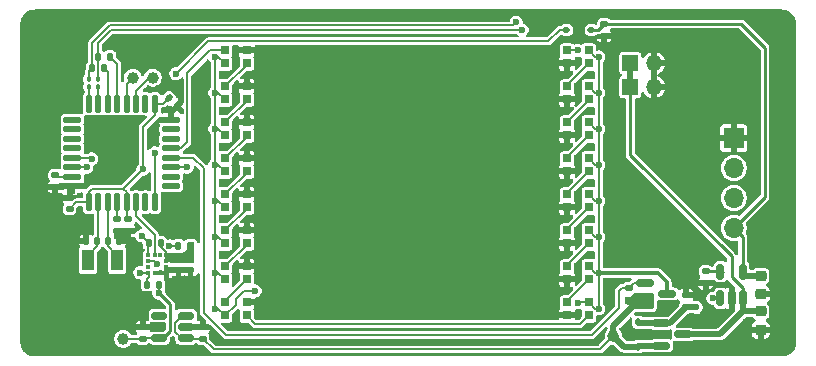
<source format=gbr>
%TF.GenerationSoftware,KiCad,Pcbnew,9.0.0*%
%TF.CreationDate,2025-03-29T11:26:47-04:00*%
%TF.ProjectId,mainboard,6d61696e-626f-4617-9264-2e6b69636164,rev?*%
%TF.SameCoordinates,Original*%
%TF.FileFunction,Copper,L1,Top*%
%TF.FilePolarity,Positive*%
%FSLAX46Y46*%
G04 Gerber Fmt 4.6, Leading zero omitted, Abs format (unit mm)*
G04 Created by KiCad (PCBNEW 9.0.0) date 2025-03-29 11:26:47*
%MOMM*%
%LPD*%
G01*
G04 APERTURE LIST*
G04 Aperture macros list*
%AMRoundRect*
0 Rectangle with rounded corners*
0 $1 Rounding radius*
0 $2 $3 $4 $5 $6 $7 $8 $9 X,Y pos of 4 corners*
0 Add a 4 corners polygon primitive as box body*
4,1,4,$2,$3,$4,$5,$6,$7,$8,$9,$2,$3,0*
0 Add four circle primitives for the rounded corners*
1,1,$1+$1,$2,$3*
1,1,$1+$1,$4,$5*
1,1,$1+$1,$6,$7*
1,1,$1+$1,$8,$9*
0 Add four rect primitives between the rounded corners*
20,1,$1+$1,$2,$3,$4,$5,0*
20,1,$1+$1,$4,$5,$6,$7,0*
20,1,$1+$1,$6,$7,$8,$9,0*
20,1,$1+$1,$8,$9,$2,$3,0*%
G04 Aperture macros list end*
%TA.AperFunction,SMDPad,CuDef*%
%ADD10RoundRect,0.135000X-0.135000X-0.185000X0.135000X-0.185000X0.135000X0.185000X-0.135000X0.185000X0*%
%TD*%
%TA.AperFunction,SMDPad,CuDef*%
%ADD11RoundRect,0.150000X0.150000X-0.512500X0.150000X0.512500X-0.150000X0.512500X-0.150000X-0.512500X0*%
%TD*%
%TA.AperFunction,SMDPad,CuDef*%
%ADD12RoundRect,0.125000X0.125000X-0.625000X0.125000X0.625000X-0.125000X0.625000X-0.125000X-0.625000X0*%
%TD*%
%TA.AperFunction,SMDPad,CuDef*%
%ADD13RoundRect,0.125000X0.625000X-0.125000X0.625000X0.125000X-0.625000X0.125000X-0.625000X-0.125000X0*%
%TD*%
%TA.AperFunction,ComponentPad*%
%ADD14R,1.350000X1.350000*%
%TD*%
%TA.AperFunction,ComponentPad*%
%ADD15O,1.350000X1.350000*%
%TD*%
%TA.AperFunction,SMDPad,CuDef*%
%ADD16RoundRect,0.150000X0.512500X0.150000X-0.512500X0.150000X-0.512500X-0.150000X0.512500X-0.150000X0*%
%TD*%
%TA.AperFunction,SMDPad,CuDef*%
%ADD17R,0.700000X0.700000*%
%TD*%
%TA.AperFunction,ComponentPad*%
%ADD18R,1.700000X1.700000*%
%TD*%
%TA.AperFunction,ComponentPad*%
%ADD19O,1.700000X1.700000*%
%TD*%
%TA.AperFunction,SMDPad,CuDef*%
%ADD20RoundRect,0.140000X-0.170000X0.140000X-0.170000X-0.140000X0.170000X-0.140000X0.170000X0.140000X0*%
%TD*%
%TA.AperFunction,SMDPad,CuDef*%
%ADD21RoundRect,0.150000X-0.587500X-0.150000X0.587500X-0.150000X0.587500X0.150000X-0.587500X0.150000X0*%
%TD*%
%TA.AperFunction,SMDPad,CuDef*%
%ADD22RoundRect,0.140000X0.170000X-0.140000X0.170000X0.140000X-0.170000X0.140000X-0.170000X-0.140000X0*%
%TD*%
%TA.AperFunction,SMDPad,CuDef*%
%ADD23RoundRect,0.225000X-0.250000X0.225000X-0.250000X-0.225000X0.250000X-0.225000X0.250000X0.225000X0*%
%TD*%
%TA.AperFunction,SMDPad,CuDef*%
%ADD24R,1.000000X1.800000*%
%TD*%
%TA.AperFunction,SMDPad,CuDef*%
%ADD25RoundRect,0.135000X0.135000X0.185000X-0.135000X0.185000X-0.135000X-0.185000X0.135000X-0.185000X0*%
%TD*%
%TA.AperFunction,SMDPad,CuDef*%
%ADD26R,0.375000X0.350000*%
%TD*%
%TA.AperFunction,SMDPad,CuDef*%
%ADD27R,0.350000X0.375000*%
%TD*%
%TA.AperFunction,SMDPad,CuDef*%
%ADD28RoundRect,0.112500X-0.187500X-0.112500X0.187500X-0.112500X0.187500X0.112500X-0.187500X0.112500X0*%
%TD*%
%TA.AperFunction,SMDPad,CuDef*%
%ADD29C,1.000000*%
%TD*%
%TA.AperFunction,SMDPad,CuDef*%
%ADD30RoundRect,0.135000X-0.185000X0.135000X-0.185000X-0.135000X0.185000X-0.135000X0.185000X0.135000X0*%
%TD*%
%TA.AperFunction,SMDPad,CuDef*%
%ADD31RoundRect,0.140000X-0.140000X-0.170000X0.140000X-0.170000X0.140000X0.170000X-0.140000X0.170000X0*%
%TD*%
%TA.AperFunction,SMDPad,CuDef*%
%ADD32RoundRect,0.135000X0.185000X-0.135000X0.185000X0.135000X-0.185000X0.135000X-0.185000X-0.135000X0*%
%TD*%
%TA.AperFunction,SMDPad,CuDef*%
%ADD33RoundRect,0.100000X0.100000X-0.130000X0.100000X0.130000X-0.100000X0.130000X-0.100000X-0.130000X0*%
%TD*%
%TA.AperFunction,SMDPad,CuDef*%
%ADD34RoundRect,0.140000X0.140000X0.170000X-0.140000X0.170000X-0.140000X-0.170000X0.140000X-0.170000X0*%
%TD*%
%TA.AperFunction,SMDPad,CuDef*%
%ADD35RoundRect,0.112500X0.112500X-0.187500X0.112500X0.187500X-0.112500X0.187500X-0.112500X-0.187500X0*%
%TD*%
%TA.AperFunction,SMDPad,CuDef*%
%ADD36RoundRect,0.140000X-0.219203X-0.021213X-0.021213X-0.219203X0.219203X0.021213X0.021213X0.219203X0*%
%TD*%
%TA.AperFunction,ViaPad*%
%ADD37C,0.600000*%
%TD*%
%TA.AperFunction,Conductor*%
%ADD38C,0.500000*%
%TD*%
%TA.AperFunction,Conductor*%
%ADD39C,0.150000*%
%TD*%
%TA.AperFunction,Conductor*%
%ADD40C,0.300000*%
%TD*%
%TA.AperFunction,Conductor*%
%ADD41C,0.250000*%
%TD*%
%TA.AperFunction,Conductor*%
%ADD42C,0.200000*%
%TD*%
G04 APERTURE END LIST*
D10*
%TO.P,R13,1*%
%TO.N,SWCLK*%
X159027400Y-81457800D03*
%TO.P,R13,2*%
%TO.N,USB_D+*%
X160047400Y-81457800D03*
%TD*%
D11*
%TO.P,U5,1,STAT*%
%TO.N,BMS_Stat*%
X212232200Y-100959500D03*
%TO.P,U5,2,V_{SS}*%
%TO.N,GND*%
X213182200Y-100959500D03*
%TO.P,U5,3,V_{BAT}*%
%TO.N,+BATT*%
X214132200Y-100959500D03*
%TO.P,U5,4,V_{DD}*%
%TO.N,VBUS*%
X214132200Y-98684500D03*
%TO.P,U5,5,PROG*%
%TO.N,Net-(U5-PROG)*%
X212232200Y-98684500D03*
%TD*%
D12*
%TO.P,U4,1,VDD*%
%TO.N,+3V0*%
X158744000Y-92821000D03*
%TO.P,U4,2,PC14*%
%TO.N,Net-(U4-PC14)*%
X159544000Y-92821000D03*
%TO.P,U4,3,PC15*%
%TO.N,Net-(U4-PC15)*%
X160344000Y-92821000D03*
%TO.P,U4,4,NRST*%
%TO.N,Net-(U4-NRST)*%
X161144000Y-92821000D03*
%TO.P,U4,5,VDDA*%
%TO.N,+3V0*%
X161944000Y-92821000D03*
%TO.P,U4,6,PA0*%
%TO.N,IMU_INT1*%
X162744000Y-92821000D03*
%TO.P,U4,7,PA1*%
%TO.N,unconnected-(U4-PA1-Pad7)*%
X163544000Y-92821000D03*
%TO.P,U4,8,PA2*%
%TO.N,/WKUP4*%
X164344000Y-92821000D03*
D13*
%TO.P,U4,9,PA3*%
%TO.N,unconnected-(U4-PA3-Pad9)*%
X165719000Y-91446000D03*
%TO.P,U4,10,PA4*%
%TO.N,unconnected-(U4-PA4-Pad10)*%
X165719000Y-90646000D03*
%TO.P,U4,11,PA5*%
%TO.N,BMS_Stat*%
X165719000Y-89846000D03*
%TO.P,U4,12,PA6*%
%TO.N,LEDPowerCtrl*%
X165719000Y-89046000D03*
%TO.P,U4,13,PA7*%
%TO.N,LED*%
X165719000Y-88246000D03*
%TO.P,U4,14,PB0*%
%TO.N,unconnected-(U4-PB0-Pad14)*%
X165719000Y-87446000D03*
%TO.P,U4,15,PB1*%
%TO.N,unconnected-(U4-PB1-Pad15)*%
X165719000Y-86646000D03*
%TO.P,U4,16,VSS*%
%TO.N,GND*%
X165719000Y-85846000D03*
D12*
%TO.P,U4,17,VDD*%
%TO.N,+3V0*%
X164344000Y-84471000D03*
%TO.P,U4,18,PA8*%
%TO.N,unconnected-(U4-PA8-Pad18)*%
X163544000Y-84471000D03*
%TO.P,U4,19,PA9*%
%TO.N,TX*%
X162744000Y-84471000D03*
%TO.P,U4,20,PA10*%
%TO.N,RX*%
X161944000Y-84471000D03*
%TO.P,U4,21,PA11*%
%TO.N,USB_D-*%
X161144000Y-84471000D03*
%TO.P,U4,22,PA12*%
%TO.N,USB_D+*%
X160344000Y-84471000D03*
%TO.P,U4,23,PA13*%
%TO.N,Net-(U4-PA13)*%
X159544000Y-84471000D03*
%TO.P,U4,24,PA14*%
%TO.N,Net-(U4-PA14)*%
X158744000Y-84471000D03*
D13*
%TO.P,U4,25,PA15*%
%TO.N,unconnected-(U4-PA15-Pad25)*%
X157369000Y-85846000D03*
%TO.P,U4,26,PB3*%
%TO.N,unconnected-(U4-PB3-Pad26)*%
X157369000Y-86646000D03*
%TO.P,U4,27,PB4*%
%TO.N,unconnected-(U4-PB4-Pad27)*%
X157369000Y-87446000D03*
%TO.P,U4,28,PB5*%
%TO.N,unconnected-(U4-PB5-Pad28)*%
X157369000Y-88246000D03*
%TO.P,U4,29,PB6*%
%TO.N,SCL*%
X157369000Y-89046000D03*
%TO.P,U4,30,PB7*%
%TO.N,SDA*%
X157369000Y-89846000D03*
%TO.P,U4,31,PH3*%
%TO.N,/boot*%
X157369000Y-90646000D03*
%TO.P,U4,32,VSS*%
%TO.N,GND*%
X157369000Y-91446000D03*
%TD*%
D10*
%TO.P,R6,1*%
%TO.N,SCL*%
X163828000Y-96266000D03*
%TO.P,R6,2*%
%TO.N,+3V0*%
X164848000Y-96266000D03*
%TD*%
D14*
%TO.P,J3,1,Pin_1*%
%TO.N,+BATT*%
X204597000Y-81026000D03*
D15*
%TO.P,J3,2,Pin_2*%
%TO.N,GND*%
X206597000Y-81026000D03*
%TD*%
D16*
%TO.P,U1,1,VIN*%
%TO.N,VCC*%
X166999500Y-104328000D03*
%TO.P,U1,2,GND*%
%TO.N,GND*%
X166999500Y-103378000D03*
%TO.P,U1,3,EN*%
%TO.N,VCC*%
X166999500Y-102428000D03*
%TO.P,U1,4,NC*%
%TO.N,unconnected-(U1-NC-Pad4)*%
X164724500Y-102428000D03*
%TO.P,U1,5,VOUT*%
%TO.N,+3V0*%
X164724500Y-104328000D03*
%TD*%
D10*
%TO.P,R7,1*%
%TO.N,SDA*%
X163675600Y-99796600D03*
%TO.P,R7,2*%
%TO.N,+3V0*%
X164695600Y-99796600D03*
%TD*%
D17*
%TO.P,D2,1,DOUT*%
%TO.N,Net-(D2-DOUT)*%
X172111000Y-84116000D03*
%TO.P,D2,2,VSS*%
%TO.N,GND*%
X172111000Y-83016000D03*
%TO.P,D2,3,DIN*%
%TO.N,Net-(D1-DOUT)*%
X170281000Y-83016000D03*
%TO.P,D2,4,VDD*%
%TO.N,/LEDs/LED_PWR*%
X170281000Y-84116000D03*
%TD*%
D18*
%TO.P,J1,1,Pin_1*%
%TO.N,GND*%
X213360000Y-87386000D03*
D19*
%TO.P,J1,2,Pin_2*%
%TO.N,SWCLK*%
X213360000Y-89926000D03*
%TO.P,J1,3,Pin_3*%
%TO.N,SWDIO*%
X213360000Y-92466000D03*
%TO.P,J1,4,Pin_4*%
%TO.N,VBUS*%
X213360000Y-95006000D03*
%TD*%
D20*
%TO.P,C3,1*%
%TO.N,+3V0*%
X166344600Y-97564000D03*
%TO.P,C3,2*%
%TO.N,GND*%
X166344600Y-98524000D03*
%TD*%
%TO.P,C4,1*%
%TO.N,+3V0*%
X167360600Y-97564000D03*
%TO.P,C4,2*%
%TO.N,GND*%
X167360600Y-98524000D03*
%TD*%
D21*
%TO.P,Q2,1,G*%
%TO.N,LEDPowerCtrl*%
X205818500Y-99634000D03*
%TO.P,Q2,2,S*%
%TO.N,VCC*%
X205818500Y-101534000D03*
%TO.P,Q2,3,D*%
%TO.N,/LEDs/LED_PWR*%
X207693500Y-100584000D03*
%TD*%
D22*
%TO.P,C10,1*%
%TO.N,GND*%
X161137600Y-95222000D03*
%TO.P,C10,2*%
%TO.N,Net-(U4-NRST)*%
X161137600Y-94262000D03*
%TD*%
D17*
%TO.P,D7,1,DOUT*%
%TO.N,Net-(D7-DOUT)*%
X172111000Y-99356000D03*
%TO.P,D7,2,VSS*%
%TO.N,GND*%
X172111000Y-98256000D03*
%TO.P,D7,3,DIN*%
%TO.N,Net-(D6-DOUT)*%
X170281000Y-98256000D03*
%TO.P,D7,4,VDD*%
%TO.N,/LEDs/LED_PWR*%
X170281000Y-99356000D03*
%TD*%
D23*
%TO.P,C15,1*%
%TO.N,+BATT*%
X215646000Y-102069600D03*
%TO.P,C15,2*%
%TO.N,GND*%
X215646000Y-103619600D03*
%TD*%
D24*
%TO.P,Y1,1,1*%
%TO.N,Net-(U4-PC15)*%
X161168400Y-97739200D03*
%TO.P,Y1,2,2*%
%TO.N,Net-(U4-PC14)*%
X158668400Y-97739200D03*
%TD*%
D25*
%TO.P,R2,1*%
%TO.N,+3V0*%
X167362600Y-96520000D03*
%TO.P,R2,2*%
%TO.N,Net-(U3-~{CS})*%
X166342600Y-96520000D03*
%TD*%
D26*
%TO.P,U3,1,SCL/SPC*%
%TO.N,SCL*%
X163804100Y-97294000D03*
%TO.P,U3,2,~{CS}*%
%TO.N,Net-(U3-~{CS})*%
X163804100Y-97794000D03*
%TO.P,U3,3,SA0/SDO*%
%TO.N,unconnected-(U3-SA0{slash}SDO-Pad3)*%
X163804100Y-98294000D03*
%TO.P,U3,4,SDA/SDI*%
%TO.N,SDA*%
X163804100Y-98794000D03*
D27*
%TO.P,U3,5,RES*%
%TO.N,GND*%
X164316600Y-98806500D03*
%TO.P,U3,6,GND*%
X164816600Y-98806500D03*
D26*
%TO.P,U3,7,GND*%
X165329100Y-98794000D03*
%TO.P,U3,8,GND*%
X165329100Y-98294000D03*
%TO.P,U3,9,Vdd*%
%TO.N,+3V0*%
X165329100Y-97794000D03*
%TO.P,U3,10,Vdd_IO*%
X165329100Y-97294000D03*
D27*
%TO.P,U3,11,INT2*%
%TO.N,IMU_INT2*%
X164816600Y-97281500D03*
%TO.P,U3,12,INT1*%
%TO.N,IMU_INT1*%
X164316600Y-97281500D03*
%TD*%
D28*
%TO.P,D33,1,K*%
%TO.N,/WKUP4*%
X199195000Y-78232000D03*
%TO.P,D33,2,A*%
%TO.N,VBUS*%
X201295000Y-78232000D03*
%TD*%
D17*
%TO.P,D3,1,DOUT*%
%TO.N,Net-(D3-DOUT)*%
X172111000Y-87164000D03*
%TO.P,D3,2,VSS*%
%TO.N,GND*%
X172111000Y-86064000D03*
%TO.P,D3,3,DIN*%
%TO.N,Net-(D2-DOUT)*%
X170281000Y-86064000D03*
%TO.P,D3,4,VDD*%
%TO.N,/LEDs/LED_PWR*%
X170281000Y-87164000D03*
%TD*%
D22*
%TO.P,C8,1*%
%TO.N,VCC*%
X168402000Y-104366000D03*
%TO.P,C8,2*%
%TO.N,GND*%
X168402000Y-103406000D03*
%TD*%
D29*
%TO.P,3v0,1,1*%
%TO.N,+3V0*%
X161671000Y-104394000D03*
%TD*%
D17*
%TO.P,D9,1,DOUT*%
%TO.N,Net-(D10-DIN)*%
X199237000Y-101304000D03*
%TO.P,D9,2,VSS*%
%TO.N,GND*%
X199237000Y-102404000D03*
%TO.P,D9,3,DIN*%
%TO.N,Net-(D8-DOUT)*%
X201067000Y-102404000D03*
%TO.P,D9,4,VDD*%
%TO.N,/LEDs/LED_PWR*%
X201067000Y-101304000D03*
%TD*%
D14*
%TO.P,J2,1,Pin_1*%
%TO.N,+BATT*%
X204597000Y-83058000D03*
D15*
%TO.P,J2,2,Pin_2*%
%TO.N,GND*%
X206597000Y-83058000D03*
%TD*%
D17*
%TO.P,D16,1,DOUT*%
%TO.N,Net-(D16-DOUT)*%
X199237000Y-79968000D03*
%TO.P,D16,2,VSS*%
%TO.N,GND*%
X199237000Y-81068000D03*
%TO.P,D16,3,DIN*%
%TO.N,Net-(D15-DOUT)*%
X201067000Y-81068000D03*
%TO.P,D16,4,VDD*%
%TO.N,/LEDs/LED_PWR*%
X201067000Y-79968000D03*
%TD*%
D30*
%TO.P,R15,1*%
%TO.N,GND*%
X209296000Y-100709001D03*
%TO.P,R15,2*%
%TO.N,VBUS*%
X209296000Y-101728999D03*
%TD*%
D31*
%TO.P,C12,1*%
%TO.N,GND*%
X158524000Y-96113600D03*
%TO.P,C12,2*%
%TO.N,Net-(U4-PC14)*%
X159484000Y-96113600D03*
%TD*%
D17*
%TO.P,D11,1,DOUT*%
%TO.N,Net-(D11-DOUT)*%
X199237000Y-95208000D03*
%TO.P,D11,2,VSS*%
%TO.N,GND*%
X199237000Y-96308000D03*
%TO.P,D11,3,DIN*%
%TO.N,Net-(D10-DOUT)*%
X201067000Y-96308000D03*
%TO.P,D11,4,VDD*%
%TO.N,/LEDs/LED_PWR*%
X201067000Y-95208000D03*
%TD*%
%TO.P,D14,1,DOUT*%
%TO.N,Net-(D14-DOUT)*%
X199237000Y-86064000D03*
%TO.P,D14,2,VSS*%
%TO.N,GND*%
X199237000Y-87164000D03*
%TO.P,D14,3,DIN*%
%TO.N,Net-(D13-DOUT)*%
X201067000Y-87164000D03*
%TO.P,D14,4,VDD*%
%TO.N,/LEDs/LED_PWR*%
X201067000Y-86064000D03*
%TD*%
D32*
%TO.P,R8,1*%
%TO.N,GND*%
X210972400Y-99671600D03*
%TO.P,R8,2*%
%TO.N,Net-(U5-PROG)*%
X210972400Y-98651600D03*
%TD*%
D29*
%TO.P,TP9,1,1*%
%TO.N,VCC*%
X203174600Y-104140000D03*
%TD*%
D10*
%TO.P,R14,1*%
%TO.N,SWDIO*%
X159535400Y-80492600D03*
%TO.P,R14,2*%
%TO.N,USB_D-*%
X160555400Y-80492600D03*
%TD*%
D29*
%TO.P,TX1,1,1*%
%TO.N,TX*%
X164160200Y-82270600D03*
%TD*%
D30*
%TO.P,R10,1*%
%TO.N,VBUS*%
X202387200Y-77722000D03*
%TO.P,R10,2*%
%TO.N,GND*%
X202387200Y-78742000D03*
%TD*%
D23*
%TO.P,C14,1*%
%TO.N,VBUS*%
X215646000Y-99072400D03*
%TO.P,C14,2*%
%TO.N,GND*%
X215646000Y-100622400D03*
%TD*%
D17*
%TO.P,D1,1,DOUT*%
%TO.N,Net-(D1-DOUT)*%
X172111000Y-81068000D03*
%TO.P,D1,2,VSS*%
%TO.N,GND*%
X172111000Y-79968000D03*
%TO.P,D1,3,DIN*%
%TO.N,LED*%
X170281000Y-79968000D03*
%TO.P,D1,4,VDD*%
%TO.N,/LEDs/LED_PWR*%
X170281000Y-81068000D03*
%TD*%
D21*
%TO.P,Q3,1,G*%
%TO.N,VBUS*%
X207215500Y-103063000D03*
%TO.P,Q3,2,S*%
%TO.N,VCC*%
X207215500Y-104963000D03*
%TO.P,Q3,3,D*%
%TO.N,+BATT*%
X209090500Y-104013000D03*
%TD*%
D33*
%TO.P,R12,1*%
%TO.N,Net-(U4-PA14)*%
X158750000Y-83022400D03*
%TO.P,R12,2*%
%TO.N,SWCLK*%
X158750000Y-82382400D03*
%TD*%
D32*
%TO.P,R4,1*%
%TO.N,GND*%
X155905200Y-91543600D03*
%TO.P,R4,2*%
%TO.N,/boot*%
X155905200Y-90523600D03*
%TD*%
D34*
%TO.P,C13,1*%
%TO.N,GND*%
X161312800Y-96113600D03*
%TO.P,C13,2*%
%TO.N,Net-(U4-PC15)*%
X160352800Y-96113600D03*
%TD*%
D35*
%TO.P,D34,1,K*%
%TO.N,VCC*%
X205232000Y-105063000D03*
%TO.P,D34,2,A*%
%TO.N,VBUS*%
X205232000Y-102963000D03*
%TD*%
D17*
%TO.P,D4,1,DOUT*%
%TO.N,Net-(D4-DOUT)*%
X172111000Y-90212000D03*
%TO.P,D4,2,VSS*%
%TO.N,GND*%
X172111000Y-89112000D03*
%TO.P,D4,3,DIN*%
%TO.N,Net-(D3-DOUT)*%
X170281000Y-89112000D03*
%TO.P,D4,4,VDD*%
%TO.N,/LEDs/LED_PWR*%
X170281000Y-90212000D03*
%TD*%
%TO.P,D6,1,DOUT*%
%TO.N,Net-(D6-DOUT)*%
X172111000Y-96308000D03*
%TO.P,D6,2,VSS*%
%TO.N,GND*%
X172111000Y-95208000D03*
%TO.P,D6,3,DIN*%
%TO.N,Net-(D5-DOUT)*%
X170281000Y-95208000D03*
%TO.P,D6,4,VDD*%
%TO.N,/LEDs/LED_PWR*%
X170281000Y-96308000D03*
%TD*%
%TO.P,D8,1,DOUT*%
%TO.N,Net-(D8-DOUT)*%
X172111000Y-102404000D03*
%TO.P,D8,2,VSS*%
%TO.N,GND*%
X172111000Y-101304000D03*
%TO.P,D8,3,DIN*%
%TO.N,Net-(D7-DOUT)*%
X170281000Y-101304000D03*
%TO.P,D8,4,VDD*%
%TO.N,/LEDs/LED_PWR*%
X170281000Y-102404000D03*
%TD*%
D22*
%TO.P,C6,1*%
%TO.N,+3V0*%
X157124400Y-93393200D03*
%TO.P,C6,2*%
%TO.N,GND*%
X157124400Y-92433200D03*
%TD*%
D29*
%TO.P,RX1,1,1*%
%TO.N,RX*%
X162483800Y-82270600D03*
%TD*%
D17*
%TO.P,D13,1,DOUT*%
%TO.N,Net-(D13-DOUT)*%
X199237000Y-89112000D03*
%TO.P,D13,2,VSS*%
%TO.N,GND*%
X199237000Y-90212000D03*
%TO.P,D13,3,DIN*%
%TO.N,Net-(D12-DOUT)*%
X201067000Y-90212000D03*
%TO.P,D13,4,VDD*%
%TO.N,/LEDs/LED_PWR*%
X201067000Y-89112000D03*
%TD*%
%TO.P,D5,1,DOUT*%
%TO.N,Net-(D5-DOUT)*%
X172111000Y-93260000D03*
%TO.P,D5,2,VSS*%
%TO.N,GND*%
X172111000Y-92160000D03*
%TO.P,D5,3,DIN*%
%TO.N,Net-(D4-DOUT)*%
X170281000Y-92160000D03*
%TO.P,D5,4,VDD*%
%TO.N,/LEDs/LED_PWR*%
X170281000Y-93260000D03*
%TD*%
%TO.P,D12,1,DOUT*%
%TO.N,Net-(D12-DOUT)*%
X199237000Y-92160000D03*
%TO.P,D12,2,VSS*%
%TO.N,GND*%
X199237000Y-93260000D03*
%TO.P,D12,3,DIN*%
%TO.N,Net-(D11-DOUT)*%
X201067000Y-93260000D03*
%TO.P,D12,4,VDD*%
%TO.N,/LEDs/LED_PWR*%
X201067000Y-92160000D03*
%TD*%
D32*
%TO.P,R9,1*%
%TO.N,VCC*%
X204470000Y-101094000D03*
%TO.P,R9,2*%
%TO.N,LEDPowerCtrl*%
X204470000Y-100074000D03*
%TD*%
D17*
%TO.P,D15,1,DOUT*%
%TO.N,Net-(D15-DOUT)*%
X199237000Y-83016000D03*
%TO.P,D15,2,VSS*%
%TO.N,GND*%
X199237000Y-84116000D03*
%TO.P,D15,3,DIN*%
%TO.N,Net-(D14-DOUT)*%
X201067000Y-84116000D03*
%TO.P,D15,4,VDD*%
%TO.N,/LEDs/LED_PWR*%
X201067000Y-83016000D03*
%TD*%
D22*
%TO.P,C9,1*%
%TO.N,+3V0*%
X163322000Y-104366000D03*
%TO.P,C9,2*%
%TO.N,GND*%
X163322000Y-103406000D03*
%TD*%
D20*
%TO.P,C7,1*%
%TO.N,+3V0*%
X162102800Y-94262000D03*
%TO.P,C7,2*%
%TO.N,GND*%
X162102800Y-95222000D03*
%TD*%
D33*
%TO.P,R3,1*%
%TO.N,Net-(U4-PA13)*%
X159537400Y-83022400D03*
%TO.P,R3,2*%
%TO.N,SWDIO*%
X159537400Y-82382400D03*
%TD*%
D36*
%TO.P,C5,1*%
%TO.N,+3V0*%
X165522589Y-83988589D03*
%TO.P,C5,2*%
%TO.N,GND*%
X166201411Y-84667411D03*
%TD*%
D17*
%TO.P,D10,1,DOUT*%
%TO.N,Net-(D10-DOUT)*%
X199237000Y-98256000D03*
%TO.P,D10,2,VSS*%
%TO.N,GND*%
X199237000Y-99356000D03*
%TO.P,D10,3,DIN*%
%TO.N,Net-(D10-DIN)*%
X201067000Y-99356000D03*
%TO.P,D10,4,VDD*%
%TO.N,/LEDs/LED_PWR*%
X201067000Y-98256000D03*
%TD*%
D37*
%TO.N,VBUS*%
X210183001Y-101728999D03*
%TO.N,SWDIO*%
X195453000Y-78232000D03*
%TO.N,SWCLK*%
X194945000Y-77597000D03*
%TO.N,GND*%
X181889400Y-77216000D03*
X175310800Y-77190600D03*
X202666600Y-98018600D03*
X159918400Y-97739200D03*
X179120800Y-79883000D03*
X167995600Y-78892400D03*
X173355000Y-89662000D03*
X212217000Y-99822000D03*
X161772600Y-77190600D03*
X209677000Y-104902000D03*
X163982400Y-94208600D03*
X207645000Y-104013000D03*
X161569400Y-90601800D03*
X173355000Y-83566000D03*
X193929000Y-77139800D03*
X173355000Y-101854000D03*
X211175600Y-82092800D03*
X156108400Y-92430600D03*
X210312000Y-100711000D03*
X197840600Y-79933800D03*
X211023200Y-91643200D03*
X207822800Y-79019400D03*
X168579800Y-81584800D03*
X161696400Y-95656400D03*
X163271200Y-78867000D03*
X159156400Y-77978000D03*
X158191200Y-80594200D03*
X215061800Y-98069400D03*
X155981400Y-89585800D03*
X214376000Y-102997000D03*
X160197800Y-79629000D03*
X197866000Y-95758000D03*
X164719000Y-103378000D03*
X165862000Y-104927400D03*
X197866000Y-101854000D03*
X162280600Y-98221800D03*
X165785800Y-100533200D03*
X188087000Y-77165200D03*
X167233600Y-101346000D03*
X165354000Y-93599000D03*
X210185000Y-78562200D03*
X167513000Y-88290400D03*
X172034200Y-77190600D03*
X205105000Y-104013000D03*
X167055800Y-77190600D03*
X209169000Y-85013800D03*
X207822800Y-101828600D03*
X197866000Y-89662000D03*
X158724600Y-91033600D03*
X202971400Y-99872800D03*
X166243000Y-83058000D03*
X209550000Y-102997000D03*
X158851600Y-88011000D03*
X185420000Y-79857600D03*
X165658800Y-84886800D03*
X191185800Y-79857600D03*
X212725000Y-102235000D03*
X173355000Y-95758000D03*
X164515800Y-101498400D03*
X163245800Y-91363800D03*
X158775400Y-94234000D03*
X210896200Y-88671400D03*
X173380400Y-80010000D03*
X197866000Y-83566000D03*
X162331400Y-96901000D03*
%TO.N,+3V0*%
X167005000Y-97256600D03*
X164693600Y-100507800D03*
X163322000Y-90043000D03*
%TO.N,SCL*%
X159004000Y-89154000D03*
X163220400Y-95658400D03*
%TO.N,SDA*%
X163068000Y-98780600D03*
X158572200Y-89865200D03*
%TO.N,/WKUP4*%
X164338000Y-88646000D03*
X166128700Y-81927700D03*
%TO.N,BMS_Stat*%
X211582000Y-100965000D03*
X167087400Y-89846000D03*
%TO.N,Net-(U3-~{CS})*%
X165582600Y-96520000D03*
X164566600Y-98044000D03*
%TO.N,/LEDs/LED_PWR*%
X172847000Y-100330000D03*
X201930000Y-98806000D03*
X169418000Y-101854000D03*
X201930000Y-83566000D03*
X169418000Y-92710000D03*
X169418000Y-95758000D03*
X169418000Y-80518000D03*
X169418000Y-86614000D03*
X201930000Y-80518000D03*
X201930000Y-86614000D03*
X201930000Y-95758000D03*
X169418000Y-89662000D03*
X201930000Y-92710000D03*
X200152000Y-101346000D03*
X201930000Y-89662000D03*
X201930000Y-101854000D03*
X169418000Y-83566000D03*
X169418000Y-98806000D03*
%TO.N,Net-(D16-DOUT)*%
X200152000Y-79968000D03*
%TD*%
D38*
%TO.N,VCC*%
X204910000Y-101534000D02*
X204470000Y-101094000D01*
X204910000Y-101534000D02*
X203174600Y-103269400D01*
D39*
X166659600Y-102428000D02*
X166999500Y-102428000D01*
X169319000Y-105283000D02*
X202031600Y-105283000D01*
D38*
X204097600Y-105063000D02*
X203174600Y-104140000D01*
X203174600Y-103269400D02*
X203174600Y-104140000D01*
D40*
X203997600Y-104963000D02*
X203174600Y-104140000D01*
D39*
X166608800Y-104328000D02*
X166065200Y-103784400D01*
X168402000Y-104366000D02*
X169319000Y-105283000D01*
D38*
X207215500Y-104963000D02*
X205332000Y-104963000D01*
D39*
X168402000Y-104366000D02*
X167037500Y-104366000D01*
X166065200Y-103784400D02*
X166065200Y-103022400D01*
D38*
X205818500Y-101534000D02*
X204910000Y-101534000D01*
X205232000Y-105063000D02*
X204097600Y-105063000D01*
D39*
X166065200Y-103022400D02*
X166659600Y-102428000D01*
X167037500Y-104366000D02*
X166999500Y-104328000D01*
D38*
X205332000Y-104963000D02*
X205232000Y-105063000D01*
D39*
X166999500Y-104328000D02*
X166608800Y-104328000D01*
X202031600Y-105283000D02*
X203174600Y-104140000D01*
D41*
%TO.N,VBUS*%
X202387200Y-77722000D02*
X202389200Y-77724000D01*
D38*
X215646000Y-99072400D02*
X214312200Y-99072400D01*
X207961999Y-103063000D02*
X209296000Y-101728999D01*
X210183001Y-101728999D02*
X209296000Y-101728999D01*
D41*
X201295000Y-78232000D02*
X201877200Y-78232000D01*
X214132200Y-95778200D02*
X214132200Y-98684500D01*
X216001600Y-79756000D02*
X216001600Y-92364400D01*
X201877200Y-78232000D02*
X202387200Y-77722000D01*
X202389200Y-77724000D02*
X213969600Y-77724000D01*
D38*
X214312200Y-99072400D02*
X214132200Y-98892400D01*
X205332000Y-103063000D02*
X205232000Y-102963000D01*
X207215500Y-103063000D02*
X205332000Y-103063000D01*
D41*
X216001600Y-92364400D02*
X213360000Y-95006000D01*
D38*
X207215500Y-103063000D02*
X207961999Y-103063000D01*
D41*
X213360000Y-95006000D02*
X214132200Y-95778200D01*
D38*
X214132200Y-98892400D02*
X214132200Y-98684500D01*
D41*
X213969600Y-77724000D02*
X216001600Y-79756000D01*
D39*
%TO.N,SWDIO*%
X159535400Y-80492600D02*
X159535400Y-79351600D01*
X159537400Y-82382400D02*
X159537400Y-80494600D01*
X159537400Y-80494600D02*
X159535400Y-80492600D01*
X160655000Y-78232000D02*
X195453000Y-78232000D01*
X159535400Y-79351600D02*
X160655000Y-78232000D01*
%TO.N,SWCLK*%
X160528000Y-77851000D02*
X159027400Y-79351600D01*
X159027400Y-79351600D02*
X159027400Y-81457800D01*
X158750000Y-81735200D02*
X158750000Y-82382400D01*
X194691000Y-77851000D02*
X160528000Y-77851000D01*
X159027400Y-81457800D02*
X158750000Y-81735200D01*
X194945000Y-77597000D02*
X194691000Y-77851000D01*
D38*
%TO.N,GND*%
X165407400Y-98524000D02*
X165404800Y-98526600D01*
X166522400Y-84346422D02*
X166522400Y-83794600D01*
X166201411Y-84667411D02*
X166522400Y-84346422D01*
X166344600Y-98524000D02*
X165407400Y-98524000D01*
D42*
%TO.N,+3V0*%
X158744000Y-92821000D02*
X158744000Y-91954000D01*
X163322000Y-90043000D02*
X163322000Y-86487000D01*
D39*
X164721000Y-96400863D02*
X165329100Y-97008963D01*
X164695600Y-99796600D02*
X164695600Y-100505800D01*
D41*
X165329100Y-97794000D02*
X165329100Y-97510600D01*
X167362600Y-96520000D02*
X167362600Y-97562000D01*
D42*
X159004000Y-91694000D02*
X161671000Y-91694000D01*
X158744000Y-91954000D02*
X159004000Y-91694000D01*
D39*
X163294000Y-104394000D02*
X163322000Y-104366000D01*
X164724500Y-104328000D02*
X163360000Y-104328000D01*
X161671000Y-104394000D02*
X163294000Y-104394000D01*
D41*
X165662000Y-103730400D02*
X165662000Y-101476200D01*
D39*
X164695600Y-100505800D02*
X164693600Y-100507800D01*
X164721000Y-96240600D02*
X164721000Y-96400863D01*
D42*
X163322000Y-86487000D02*
X164344000Y-85465000D01*
D39*
X161944000Y-94103200D02*
X162102800Y-94262000D01*
D41*
X165064400Y-104328000D02*
X165662000Y-103730400D01*
D42*
X161944000Y-91967000D02*
X161944000Y-92821000D01*
D39*
X164344000Y-84471000D02*
X165040178Y-84471000D01*
X158744000Y-92821000D02*
X157696600Y-92821000D01*
D42*
X161671000Y-91694000D02*
X161944000Y-91967000D01*
D41*
X165662000Y-101476200D02*
X164693600Y-100507800D01*
D39*
X161944000Y-92821000D02*
X161944000Y-94103200D01*
D41*
X166144500Y-97589400D02*
X166091100Y-97536000D01*
X164724500Y-104328000D02*
X165064400Y-104328000D01*
D42*
X164344000Y-85465000D02*
X164344000Y-84471000D01*
D39*
X165040178Y-84471000D02*
X165522589Y-83988589D01*
D41*
X166091100Y-97536000D02*
X166091100Y-97319400D01*
D42*
X161671000Y-91694000D02*
X163322000Y-90043000D01*
D39*
X165329100Y-97008963D02*
X165329100Y-97294000D01*
D41*
X166344600Y-97564000D02*
X167005000Y-97564000D01*
X166344600Y-97564000D02*
X165382500Y-97564000D01*
D39*
X163360000Y-104328000D02*
X163322000Y-104366000D01*
X157696600Y-92821000D02*
X157124400Y-93393200D01*
%TO.N,IMU_INT1*%
X164338000Y-95554800D02*
X162744000Y-93960800D01*
X162744000Y-93960800D02*
X162744000Y-92821000D01*
X164316600Y-97281500D02*
X164338000Y-97260100D01*
X164338000Y-97260100D02*
X164338000Y-95554800D01*
%TO.N,SCL*%
X163804100Y-97294000D02*
X163804100Y-96343700D01*
X163220400Y-95760000D02*
X163220400Y-95658400D01*
X158896000Y-89046000D02*
X159004000Y-89154000D01*
X157369000Y-89046000D02*
X158896000Y-89046000D01*
X163220400Y-95658400D02*
X163828000Y-96266000D01*
%TO.N,SDA*%
X158553000Y-89846000D02*
X158572200Y-89865200D01*
X163804100Y-98794000D02*
X163081400Y-98794000D01*
X163675600Y-99796600D02*
X163675600Y-99290600D01*
X163843400Y-98819400D02*
X163830000Y-98806000D01*
X163675600Y-99290600D02*
X163828000Y-99138200D01*
X157369000Y-89846000D02*
X158553000Y-89846000D01*
X157388200Y-89865200D02*
X157369000Y-89846000D01*
X163828000Y-99138200D02*
X163828000Y-98817900D01*
%TO.N,/WKUP4*%
X164338000Y-88646000D02*
X164344000Y-88652000D01*
X164344000Y-88652000D02*
X164344000Y-92821000D01*
X198628000Y-78232000D02*
X199195000Y-78232000D01*
X197662800Y-79197200D02*
X198628000Y-78232000D01*
X168859200Y-79197200D02*
X197662800Y-79197200D01*
X166128700Y-81927700D02*
X168859200Y-79197200D01*
%TO.N,Net-(U4-PA13)*%
X159537400Y-84464400D02*
X159544000Y-84471000D01*
X159537400Y-83022400D02*
X159537400Y-84464400D01*
%TO.N,Net-(U4-PA14)*%
X158750000Y-84465000D02*
X158744000Y-84471000D01*
X158750000Y-83022400D02*
X158750000Y-84465000D01*
%TO.N,Net-(U4-PC14)*%
X158668400Y-97739200D02*
X158668400Y-97338200D01*
X159544000Y-96053600D02*
X159484000Y-96113600D01*
X159484000Y-96522600D02*
X159484000Y-96113600D01*
X158668400Y-97338200D02*
X159484000Y-96522600D01*
X159544000Y-92821000D02*
X159544000Y-96053600D01*
%TO.N,Net-(U4-PC15)*%
X160344000Y-96104800D02*
X160344000Y-92821000D01*
X161168400Y-97338200D02*
X160352800Y-96522600D01*
X161168400Y-97739200D02*
X161168400Y-97338200D01*
X160352800Y-96113600D02*
X160344000Y-96104800D01*
X160352800Y-96522600D02*
X160352800Y-96113600D01*
%TO.N,LED*%
X166566800Y-88246000D02*
X167106600Y-87706200D01*
X167106600Y-81915000D02*
X169053600Y-79968000D01*
X167106600Y-87706200D02*
X167106600Y-81915000D01*
X165719000Y-88246000D02*
X166566800Y-88246000D01*
X169053600Y-79968000D02*
X170281000Y-79968000D01*
%TO.N,Net-(U4-NRST)*%
X161137600Y-94262000D02*
X161137600Y-92827400D01*
X161137600Y-92827400D02*
X161144000Y-92821000D01*
%TO.N,BMS_Stat*%
X212217000Y-100944300D02*
X212232200Y-100959500D01*
X211602700Y-100944300D02*
X212217000Y-100944300D01*
X211582000Y-100965000D02*
X211602700Y-100944300D01*
X167087400Y-89846000D02*
X165719000Y-89846000D01*
%TO.N,LEDPowerCtrl*%
X201371200Y-104038400D02*
X170357800Y-104038400D01*
X168478200Y-89941400D02*
X167582800Y-89046000D01*
X203887800Y-100074000D02*
X203631800Y-100330000D01*
X204470000Y-100074000D02*
X203887800Y-100074000D01*
X167582800Y-89046000D02*
X165719000Y-89046000D01*
X203631800Y-100330000D02*
X203631800Y-101777800D01*
X203631800Y-101777800D02*
X201371200Y-104038400D01*
X205818500Y-99634000D02*
X204910000Y-99634000D01*
X170357800Y-104038400D02*
X168478200Y-102158800D01*
X204910000Y-99634000D02*
X204470000Y-100074000D01*
X168478200Y-102158800D02*
X168478200Y-89941400D01*
%TO.N,TX*%
X163906200Y-82245200D02*
X164185600Y-82245200D01*
X162744000Y-84471000D02*
X162744000Y-83407400D01*
X162744000Y-83407400D02*
X163906200Y-82245200D01*
%TO.N,Net-(U3-~{CS})*%
X165582600Y-96520000D02*
X166342600Y-96520000D01*
X163808100Y-97790000D02*
X164312600Y-97790000D01*
X164312600Y-97790000D02*
X164566600Y-98044000D01*
X163804100Y-97794000D02*
X163808100Y-97790000D01*
%TO.N,RX*%
X161944000Y-82810400D02*
X162483800Y-82270600D01*
X161944000Y-84471000D02*
X161944000Y-82810400D01*
D38*
%TO.N,+BATT*%
X214132200Y-102069600D02*
X214132200Y-100959500D01*
D41*
X213182200Y-99161600D02*
X213182200Y-97409000D01*
X204597000Y-88823800D02*
X204597000Y-83058000D01*
D38*
X204597000Y-81026000D02*
X204597000Y-83058000D01*
X209090500Y-104013000D02*
X212188800Y-104013000D01*
D41*
X214132200Y-100111600D02*
X213182200Y-99161600D01*
X214132200Y-100111600D02*
X214132200Y-100959500D01*
D38*
X215646000Y-102069600D02*
X214132200Y-102069600D01*
X214132200Y-102069600D02*
X212188800Y-104013000D01*
D41*
X213182200Y-97409000D02*
X204597000Y-88823800D01*
D40*
%TO.N,/LEDs/LED_PWR*%
X207693500Y-99591100D02*
X206908400Y-98806000D01*
D39*
X201617000Y-92710000D02*
X201930000Y-92710000D01*
D42*
X170281000Y-99356000D02*
X169731000Y-98806000D01*
D39*
X201067000Y-89112000D02*
X201617000Y-89662000D01*
D42*
X169731000Y-101854000D02*
X169418000Y-101854000D01*
X170281000Y-81068000D02*
X169731000Y-80518000D01*
D39*
X201617000Y-80518000D02*
X201067000Y-79968000D01*
D42*
X170281000Y-102404000D02*
X169731000Y-101854000D01*
D39*
X201617000Y-98806000D02*
X201930000Y-98806000D01*
X201617000Y-89662000D02*
X201930000Y-89662000D01*
X201067000Y-86064000D02*
X201617000Y-86614000D01*
X201067000Y-98256000D02*
X201617000Y-98806000D01*
D42*
X170281000Y-96308000D02*
X169731000Y-95758000D01*
D40*
X207693500Y-100584000D02*
X207693500Y-99591100D01*
D39*
X201930000Y-80518000D02*
X201617000Y-80518000D01*
X201617000Y-86614000D02*
X201930000Y-86614000D01*
X201067000Y-83016000D02*
X201617000Y-83566000D01*
D42*
X171196000Y-101019000D02*
X171196000Y-101489000D01*
X170281000Y-93260000D02*
X169731000Y-92710000D01*
X171885000Y-100330000D02*
X171196000Y-101019000D01*
X170281000Y-87164000D02*
X169731000Y-86614000D01*
D39*
X201617000Y-83566000D02*
X201930000Y-83566000D01*
D40*
X206908400Y-98806000D02*
X201930000Y-98806000D01*
D42*
X170281000Y-90212000D02*
X169731000Y-89662000D01*
D39*
X201617000Y-95758000D02*
X201930000Y-95758000D01*
D42*
X201930000Y-80518000D02*
X201930000Y-83566000D01*
X201067000Y-101304000D02*
X201617000Y-101854000D01*
X170281000Y-84116000D02*
X169731000Y-83566000D01*
X171196000Y-101489000D02*
X170281000Y-102404000D01*
X200194000Y-101304000D02*
X201067000Y-101304000D01*
X201930000Y-83566000D02*
X201930000Y-101854000D01*
X200152000Y-101346000D02*
X200194000Y-101304000D01*
D39*
X201067000Y-95208000D02*
X201617000Y-95758000D01*
X201067000Y-92160000D02*
X201617000Y-92710000D01*
X170281000Y-81068000D02*
X170281000Y-81186000D01*
D42*
X169418000Y-80518000D02*
X169418000Y-101854000D01*
X172847000Y-100330000D02*
X171885000Y-100330000D01*
D39*
%TO.N,Net-(D1-DOUT)*%
X172111000Y-81068000D02*
X172111000Y-81186000D01*
X172111000Y-81186000D02*
X170281000Y-83016000D01*
%TO.N,Net-(D2-DOUT)*%
X172111000Y-84234000D02*
X170281000Y-86064000D01*
X172111000Y-84116000D02*
X172111000Y-84234000D01*
%TO.N,Net-(D3-DOUT)*%
X172111000Y-87164000D02*
X172111000Y-87282000D01*
X172111000Y-87282000D02*
X170281000Y-89112000D01*
%TO.N,Net-(D4-DOUT)*%
X172111000Y-90212000D02*
X172111000Y-90330000D01*
X172111000Y-90330000D02*
X170281000Y-92160000D01*
%TO.N,Net-(D5-DOUT)*%
X172111000Y-93260000D02*
X172111000Y-93378000D01*
X172111000Y-93378000D02*
X170281000Y-95208000D01*
%TO.N,Net-(D6-DOUT)*%
X172111000Y-96308000D02*
X172111000Y-96426000D01*
X172111000Y-96426000D02*
X170281000Y-98256000D01*
%TO.N,Net-(D7-DOUT)*%
X172111000Y-99356000D02*
X170281000Y-101186000D01*
X170281000Y-101186000D02*
X170281000Y-101304000D01*
%TO.N,Net-(D8-DOUT)*%
X200347000Y-103124000D02*
X201067000Y-102404000D01*
X172831000Y-103124000D02*
X200347000Y-103124000D01*
X172111000Y-102404000D02*
X172831000Y-103124000D01*
%TO.N,Net-(D10-DIN)*%
X199237000Y-101304000D02*
X199237000Y-101186000D01*
X199237000Y-101186000D02*
X201067000Y-99356000D01*
%TO.N,Net-(D10-DOUT)*%
X199237000Y-98138000D02*
X201067000Y-96308000D01*
X199237000Y-98256000D02*
X199237000Y-98138000D01*
%TO.N,Net-(D11-DOUT)*%
X199237000Y-95090000D02*
X201067000Y-93260000D01*
X199237000Y-95208000D02*
X199237000Y-95090000D01*
%TO.N,Net-(D12-DOUT)*%
X199237000Y-92042000D02*
X201067000Y-90212000D01*
X199237000Y-92160000D02*
X199237000Y-92042000D01*
%TO.N,Net-(D13-DOUT)*%
X199237000Y-89112000D02*
X199237000Y-88994000D01*
X199237000Y-88994000D02*
X201067000Y-87164000D01*
%TO.N,Net-(D14-DOUT)*%
X201067000Y-84175000D02*
X201067000Y-84116000D01*
X199237000Y-86005000D02*
X201067000Y-84175000D01*
X199237000Y-86064000D02*
X199237000Y-86005000D01*
%TO.N,Net-(D15-DOUT)*%
X199237000Y-82898000D02*
X201067000Y-81068000D01*
X199237000Y-83016000D02*
X199237000Y-82898000D01*
%TO.N,Net-(D16-DOUT)*%
X200152000Y-79968000D02*
X199237000Y-79968000D01*
%TO.N,/boot*%
X157369000Y-90646000D02*
X156027600Y-90646000D01*
X156027600Y-90646000D02*
X155905200Y-90523600D01*
D41*
%TO.N,Net-(U5-PROG)*%
X210972400Y-98651600D02*
X212377100Y-98651600D01*
X212377100Y-98651600D02*
X212410000Y-98684500D01*
D39*
%TO.N,USB_D-*%
X161144000Y-81081200D02*
X160555400Y-80492600D01*
X161144000Y-84471000D02*
X161144000Y-81081200D01*
%TO.N,USB_D+*%
X160344000Y-84471000D02*
X160344000Y-81754400D01*
X160344000Y-81754400D02*
X160047400Y-81457800D01*
%TD*%
%TA.AperFunction,Conductor*%
%TO.N,VCC*%
G36*
X206521239Y-100527485D02*
G01*
X206566994Y-100580289D01*
X206578200Y-100631800D01*
X206578200Y-101730000D01*
X206558515Y-101797039D01*
X206505711Y-101842794D01*
X206454200Y-101854000D01*
X205084915Y-101854000D01*
X205027037Y-101839664D01*
X204205922Y-101406297D01*
X204155821Y-101357597D01*
X204139800Y-101296633D01*
X204139800Y-100936600D01*
X204159485Y-100869561D01*
X204212289Y-100823806D01*
X204263800Y-100812600D01*
X204673200Y-100812600D01*
X204941681Y-100544119D01*
X205003004Y-100510634D01*
X205029362Y-100507800D01*
X206454200Y-100507800D01*
X206521239Y-100527485D01*
G37*
%TD.AperFunction*%
%TD*%
%TA.AperFunction,Conductor*%
%TO.N,+3V0*%
G36*
X167633839Y-96209485D02*
G01*
X167679594Y-96262289D01*
X167690800Y-96313800D01*
X167690800Y-97843800D01*
X167671115Y-97910839D01*
X167618311Y-97956594D01*
X167566800Y-97967800D01*
X165777965Y-97967800D01*
X165710926Y-97948115D01*
X165706962Y-97944921D01*
X165697201Y-97938399D01*
X165614340Y-97883034D01*
X165614338Y-97883033D01*
X165614335Y-97883032D01*
X165541277Y-97868500D01*
X165541274Y-97868500D01*
X165252664Y-97868500D01*
X165185625Y-97848815D01*
X165139870Y-97796011D01*
X165129926Y-97726853D01*
X165158951Y-97663297D01*
X165164983Y-97656819D01*
X165172198Y-97649603D01*
X165172197Y-97649603D01*
X165172201Y-97649601D01*
X165227566Y-97566740D01*
X165242100Y-97493674D01*
X165242100Y-97228200D01*
X165261785Y-97161161D01*
X165314589Y-97115406D01*
X165366100Y-97104200D01*
X166649399Y-97104200D01*
X166649400Y-97104200D01*
X167081200Y-96850200D01*
X167081200Y-96313800D01*
X167100885Y-96246761D01*
X167153689Y-96201006D01*
X167205200Y-96189800D01*
X167566800Y-96189800D01*
X167633839Y-96209485D01*
G37*
%TD.AperFunction*%
%TD*%
%TA.AperFunction,Conductor*%
%TO.N,GND*%
G36*
X167303639Y-98293685D02*
G01*
X167349394Y-98346489D01*
X167360600Y-98398000D01*
X167360600Y-98524000D01*
X167486600Y-98524000D01*
X167553639Y-98543685D01*
X167599394Y-98596489D01*
X167610600Y-98648000D01*
X167610600Y-99101467D01*
X167613329Y-99101212D01*
X167738519Y-99057405D01*
X167845241Y-98978641D01*
X167928930Y-98865247D01*
X167984578Y-98822997D01*
X168054234Y-98817538D01*
X168115783Y-98850606D01*
X168149684Y-98911700D01*
X168152700Y-98938881D01*
X168152700Y-102187477D01*
X168148598Y-102201446D01*
X168155476Y-102212148D01*
X168156264Y-102214956D01*
X168164712Y-102246482D01*
X168174882Y-102284440D01*
X168180694Y-102294506D01*
X168217735Y-102358662D01*
X168217736Y-102358663D01*
X168217737Y-102358664D01*
X168615681Y-102756608D01*
X168649166Y-102817931D01*
X168652000Y-102844289D01*
X168652000Y-103156000D01*
X168963711Y-103156000D01*
X169030750Y-103175685D01*
X169051392Y-103192319D01*
X169571974Y-103712900D01*
X170097333Y-104238259D01*
X170097335Y-104238262D01*
X170157938Y-104298865D01*
X170194687Y-104320082D01*
X170232161Y-104341718D01*
X170314947Y-104363900D01*
X170314949Y-104363900D01*
X201414051Y-104363900D01*
X201414053Y-104363900D01*
X201496839Y-104341718D01*
X201571062Y-104298865D01*
X202462419Y-103407506D01*
X202481855Y-103396894D01*
X202498589Y-103382394D01*
X202511920Y-103380477D01*
X202523742Y-103374022D01*
X202545828Y-103375601D01*
X202567747Y-103372450D01*
X202579998Y-103378045D01*
X202593433Y-103379006D01*
X202611158Y-103392275D01*
X202631303Y-103401475D01*
X202638585Y-103412807D01*
X202649367Y-103420878D01*
X202657104Y-103441623D01*
X202669077Y-103460253D01*
X202672228Y-103482171D01*
X202673784Y-103486342D01*
X202674100Y-103495188D01*
X202674100Y-103527770D01*
X202654415Y-103594809D01*
X202637781Y-103615451D01*
X202591651Y-103661580D01*
X202591648Y-103661584D01*
X202509519Y-103784498D01*
X202509512Y-103784511D01*
X202452943Y-103921082D01*
X202452940Y-103921092D01*
X202424100Y-104066079D01*
X202424100Y-104066082D01*
X202424100Y-104213918D01*
X202424100Y-104213920D01*
X202424099Y-104213920D01*
X202447048Y-104329286D01*
X202440821Y-104398878D01*
X202413112Y-104441159D01*
X201933092Y-104921181D01*
X201871769Y-104954666D01*
X201845411Y-104957500D01*
X169505188Y-104957500D01*
X169438149Y-104937815D01*
X169417507Y-104921181D01*
X168998818Y-104502492D01*
X168965333Y-104441169D01*
X168962499Y-104414811D01*
X168962499Y-104195260D01*
X168948018Y-104103829D01*
X168948018Y-104103828D01*
X168948017Y-104103826D01*
X168948017Y-104103825D01*
X168891859Y-103993609D01*
X168891857Y-103993607D01*
X168887428Y-103984914D01*
X168889455Y-103983880D01*
X168870480Y-103930684D01*
X168886310Y-103862631D01*
X168894508Y-103849981D01*
X168965403Y-103753922D01*
X168999668Y-103656000D01*
X167741362Y-103656000D01*
X167674323Y-103636315D01*
X167664004Y-103628000D01*
X167123500Y-103628000D01*
X167056461Y-103608315D01*
X167010706Y-103555511D01*
X166999500Y-103504000D01*
X166999500Y-103252000D01*
X167019185Y-103184961D01*
X167071989Y-103139206D01*
X167123500Y-103128000D01*
X168012638Y-103128000D01*
X168079677Y-103147685D01*
X168089996Y-103156000D01*
X168152000Y-103156000D01*
X168152000Y-102828531D01*
X168151999Y-102828530D01*
X168149275Y-102828786D01*
X168055586Y-102861570D01*
X167985808Y-102865131D01*
X167925180Y-102830402D01*
X167892953Y-102768409D01*
X167896295Y-102712970D01*
X167896120Y-102712943D01*
X167896406Y-102711134D01*
X167896704Y-102706199D01*
X167897643Y-102703309D01*
X167897646Y-102703304D01*
X167912500Y-102609519D01*
X167912499Y-102247082D01*
X167916600Y-102233113D01*
X167909723Y-102222412D01*
X167906226Y-102206874D01*
X167905399Y-102201653D01*
X167897646Y-102152696D01*
X167840050Y-102039658D01*
X167840046Y-102039654D01*
X167840045Y-102039652D01*
X167750347Y-101949954D01*
X167750344Y-101949952D01*
X167750342Y-101949950D01*
X167661142Y-101904500D01*
X167637301Y-101892352D01*
X167543524Y-101877500D01*
X166455482Y-101877500D01*
X166374519Y-101890323D01*
X166361696Y-101892354D01*
X166248658Y-101949950D01*
X166248657Y-101949951D01*
X166240759Y-101955689D01*
X166239893Y-101954497D01*
X166187858Y-101982911D01*
X166118166Y-101977927D01*
X166062233Y-101936055D01*
X166037816Y-101870591D01*
X166037500Y-101861745D01*
X166037500Y-101426765D01*
X166031804Y-101405510D01*
X166031803Y-101405506D01*
X166031425Y-101404097D01*
X166021458Y-101366897D01*
X166011910Y-101331262D01*
X165962475Y-101245638D01*
X165892562Y-101175725D01*
X165280419Y-100563582D01*
X165246934Y-100502259D01*
X165244100Y-100475901D01*
X165244100Y-100435327D01*
X165244100Y-100435325D01*
X165206584Y-100295315D01*
X165185300Y-100258451D01*
X165168828Y-100190552D01*
X165181287Y-100141993D01*
X165205182Y-100093118D01*
X165216100Y-100018182D01*
X165216100Y-99575018D01*
X165205182Y-99500082D01*
X165201086Y-99491704D01*
X165151417Y-99390104D01*
X165139657Y-99321231D01*
X165154100Y-99287267D01*
X165154100Y-98981500D01*
X164440600Y-98981500D01*
X164431914Y-98978949D01*
X164422953Y-98980238D01*
X164398912Y-98969259D01*
X164373561Y-98961815D01*
X164367633Y-98954974D01*
X164359397Y-98951213D01*
X164345107Y-98928978D01*
X164327806Y-98909011D01*
X164325518Y-98898496D01*
X164321623Y-98892435D01*
X164316600Y-98857500D01*
X164316600Y-98755500D01*
X164336285Y-98688461D01*
X164389089Y-98642706D01*
X164440600Y-98631500D01*
X164641598Y-98631500D01*
X164669572Y-98603526D01*
X164725157Y-98571433D01*
X164779085Y-98556984D01*
X164805600Y-98541675D01*
X164873497Y-98525202D01*
X164939524Y-98548053D01*
X164982716Y-98602973D01*
X164984421Y-98611821D01*
X164991600Y-98619000D01*
X165154100Y-98619000D01*
X165154100Y-98418000D01*
X165156650Y-98409314D01*
X165155362Y-98400353D01*
X165166340Y-98376312D01*
X165173785Y-98350961D01*
X165180625Y-98345033D01*
X165184387Y-98336797D01*
X165206621Y-98322507D01*
X165226589Y-98305206D01*
X165237103Y-98302918D01*
X165243165Y-98299023D01*
X165278100Y-98294000D01*
X165380100Y-98294000D01*
X165447139Y-98313685D01*
X165492894Y-98366489D01*
X165504100Y-98418000D01*
X165504100Y-99268999D01*
X165561386Y-99268999D01*
X165561408Y-99268997D01*
X165586469Y-99266091D01*
X165586473Y-99266090D01*
X165689074Y-99220788D01*
X165689079Y-99220785D01*
X165768385Y-99141479D01*
X165768386Y-99141477D01*
X165782596Y-99109295D01*
X165827681Y-99055918D01*
X165894467Y-99035389D01*
X165958351Y-99053274D01*
X165958463Y-99053063D01*
X165959440Y-99053579D01*
X165961749Y-99054226D01*
X165965537Y-99056802D01*
X165966678Y-99057404D01*
X166091871Y-99101212D01*
X166091869Y-99101212D01*
X166094600Y-99101467D01*
X166594600Y-99101467D01*
X166597329Y-99101212D01*
X166722519Y-99057405D01*
X166778966Y-99015746D01*
X166844595Y-98991775D01*
X166912765Y-99007090D01*
X166926234Y-99015746D01*
X166982680Y-99057405D01*
X167107871Y-99101212D01*
X167107869Y-99101212D01*
X167110600Y-99101467D01*
X167110600Y-98774000D01*
X166594600Y-98774000D01*
X166594600Y-99101467D01*
X166094600Y-99101467D01*
X166094600Y-98648000D01*
X166114285Y-98580961D01*
X166167089Y-98535206D01*
X166218600Y-98524000D01*
X166344600Y-98524000D01*
X166344600Y-98398000D01*
X166364285Y-98330961D01*
X166417089Y-98285206D01*
X166468600Y-98274000D01*
X167236600Y-98274000D01*
X167303639Y-98293685D01*
G37*
%TD.AperFunction*%
%TA.AperFunction,Conductor*%
G36*
X204643240Y-102569328D02*
G01*
X204674030Y-102569385D01*
X204677768Y-102571797D01*
X204682209Y-102572115D01*
X204706859Y-102590568D01*
X204732739Y-102607267D01*
X204734581Y-102611320D01*
X204738143Y-102613987D01*
X204748902Y-102642835D01*
X204761646Y-102670876D01*
X204761634Y-102676970D01*
X204762560Y-102679451D01*
X204761581Y-102706170D01*
X204756500Y-102741052D01*
X204756500Y-102787480D01*
X204752275Y-102819572D01*
X204731500Y-102897106D01*
X204731500Y-103028893D01*
X204752275Y-103106429D01*
X204756500Y-103138519D01*
X204756500Y-103184949D01*
X204766779Y-103255506D01*
X204766779Y-103255507D01*
X204766780Y-103255509D01*
X204800196Y-103323862D01*
X204819989Y-103364349D01*
X204905651Y-103450011D01*
X204905652Y-103450011D01*
X204905653Y-103450012D01*
X204933243Y-103463500D01*
X205014491Y-103503220D01*
X205085040Y-103513499D01*
X205085048Y-103513499D01*
X205085051Y-103513500D01*
X205085053Y-103513499D01*
X205086642Y-103513615D01*
X205087371Y-103513838D01*
X205089493Y-103514148D01*
X205089445Y-103514475D01*
X205130921Y-103527210D01*
X205131306Y-103526282D01*
X205138812Y-103529391D01*
X205138814Y-103529392D01*
X205266107Y-103563500D01*
X205266108Y-103563500D01*
X206403948Y-103563500D01*
X206460242Y-103577015D01*
X206502698Y-103598647D01*
X206596475Y-103613499D01*
X206596481Y-103613500D01*
X207834518Y-103613499D01*
X207928304Y-103598646D01*
X207942270Y-103591529D01*
X208010938Y-103578633D01*
X208075679Y-103604908D01*
X208115937Y-103662013D01*
X208118768Y-103728039D01*
X208118880Y-103728057D01*
X208118793Y-103728605D01*
X208118931Y-103731819D01*
X208117481Y-103736889D01*
X208102500Y-103831475D01*
X208102500Y-104194517D01*
X208118881Y-104297943D01*
X208116857Y-104298263D01*
X208118490Y-104355516D01*
X208082407Y-104415347D01*
X208019704Y-104446171D01*
X207950290Y-104438203D01*
X207942280Y-104434475D01*
X207928304Y-104427354D01*
X207928303Y-104427353D01*
X207928300Y-104427352D01*
X207928301Y-104427352D01*
X207834524Y-104412500D01*
X206596482Y-104412500D01*
X206502694Y-104427354D01*
X206460243Y-104448985D01*
X206403948Y-104462500D01*
X205266107Y-104462500D01*
X205164055Y-104489844D01*
X205164045Y-104489847D01*
X205159557Y-104491050D01*
X205138814Y-104496608D01*
X205129653Y-104501896D01*
X205118700Y-104505734D01*
X205106243Y-104506374D01*
X205089442Y-104511534D01*
X205089489Y-104511855D01*
X205087413Y-104512157D01*
X205086682Y-104512382D01*
X205085065Y-104512499D01*
X205014492Y-104522779D01*
X204959017Y-104549900D01*
X204904556Y-104562500D01*
X204356276Y-104562500D01*
X204289237Y-104542815D01*
X204268595Y-104526181D01*
X203961419Y-104219005D01*
X203927934Y-104157682D01*
X203925100Y-104131324D01*
X203925100Y-104066079D01*
X203896259Y-103921092D01*
X203896258Y-103921091D01*
X203896258Y-103921087D01*
X203890067Y-103906141D01*
X203839687Y-103784511D01*
X203839680Y-103784498D01*
X203757551Y-103661584D01*
X203757548Y-103661580D01*
X203711571Y-103615603D01*
X203678086Y-103554280D01*
X203683070Y-103484588D01*
X203711569Y-103440243D01*
X204551197Y-102600614D01*
X204578220Y-102585858D01*
X204604161Y-102569256D01*
X204608611Y-102569264D01*
X204612518Y-102567131D01*
X204643240Y-102569328D01*
G37*
%TD.AperFunction*%
%TA.AperFunction,Conductor*%
G36*
X204644850Y-99226185D02*
G01*
X204690605Y-99278989D01*
X204700549Y-99348147D01*
X204671524Y-99411703D01*
X204665492Y-99418181D01*
X204566492Y-99517181D01*
X204505169Y-99550666D01*
X204478811Y-99553500D01*
X204248418Y-99553500D01*
X204173482Y-99564418D01*
X204173480Y-99564418D01*
X204173478Y-99564419D01*
X204057900Y-99620921D01*
X204057897Y-99620923D01*
X203966641Y-99712180D01*
X203912275Y-99743940D01*
X203895930Y-99748499D01*
X203844947Y-99748499D01*
X203762161Y-99770682D01*
X203725050Y-99792108D01*
X203711471Y-99799947D01*
X203711470Y-99799948D01*
X203687938Y-99813535D01*
X203634404Y-99867069D01*
X203634403Y-99867068D01*
X203634401Y-99867071D01*
X203371337Y-100130135D01*
X203371335Y-100130138D01*
X203329020Y-100203430D01*
X203328482Y-100204361D01*
X203314237Y-100257525D01*
X203314237Y-100257526D01*
X203314236Y-100257525D01*
X203306300Y-100287145D01*
X203306300Y-101591611D01*
X203286615Y-101658650D01*
X203269981Y-101679292D01*
X201272692Y-103676581D01*
X201211369Y-103710066D01*
X201185011Y-103712900D01*
X170543988Y-103712900D01*
X170476949Y-103693215D01*
X170456307Y-103676581D01*
X169995907Y-103216181D01*
X169962422Y-103154858D01*
X169967406Y-103085166D01*
X170009278Y-103029233D01*
X170074742Y-103004816D01*
X170083588Y-103004500D01*
X170655676Y-103004500D01*
X170655677Y-103004499D01*
X170728740Y-102989966D01*
X170811601Y-102934601D01*
X170866966Y-102851740D01*
X170881500Y-102778674D01*
X170881500Y-102350542D01*
X170901185Y-102283503D01*
X170917814Y-102262866D01*
X171310634Y-101870046D01*
X171371953Y-101836564D01*
X171441644Y-101841548D01*
X171497578Y-101883419D01*
X171521995Y-101948884D01*
X171519929Y-101981920D01*
X171510500Y-102029326D01*
X171510500Y-102778678D01*
X171525032Y-102851735D01*
X171525033Y-102851739D01*
X171543405Y-102879235D01*
X171580399Y-102934601D01*
X171641836Y-102975651D01*
X171663260Y-102989966D01*
X171663264Y-102989967D01*
X171736321Y-103004499D01*
X171736324Y-103004500D01*
X171736326Y-103004500D01*
X172199812Y-103004500D01*
X172266851Y-103024185D01*
X172287493Y-103040819D01*
X172570533Y-103323859D01*
X172570535Y-103323862D01*
X172631138Y-103384465D01*
X172668250Y-103405891D01*
X172677370Y-103411157D01*
X172677373Y-103411159D01*
X172705358Y-103427317D01*
X172705360Y-103427317D01*
X172705361Y-103427318D01*
X172788147Y-103449501D01*
X172788149Y-103449501D01*
X172881449Y-103449501D01*
X172881465Y-103449500D01*
X200389851Y-103449500D01*
X200389853Y-103449500D01*
X200472639Y-103427318D01*
X200546862Y-103384465D01*
X200890508Y-103040819D01*
X200951831Y-103007334D01*
X200978189Y-103004500D01*
X201441676Y-103004500D01*
X201441677Y-103004499D01*
X201514740Y-102989966D01*
X201597601Y-102934601D01*
X201652966Y-102851740D01*
X201667500Y-102778674D01*
X201667500Y-102515182D01*
X201687185Y-102448143D01*
X201739989Y-102402388D01*
X201809147Y-102392444D01*
X201823588Y-102395406D01*
X201857525Y-102404500D01*
X201857527Y-102404500D01*
X202002472Y-102404500D01*
X202002475Y-102404500D01*
X202142485Y-102366984D01*
X202268015Y-102294509D01*
X202370509Y-102192015D01*
X202442984Y-102066485D01*
X202480500Y-101926475D01*
X202480500Y-101781525D01*
X202442984Y-101641515D01*
X202441082Y-101638221D01*
X202370511Y-101515988D01*
X202370506Y-101515982D01*
X202316819Y-101462295D01*
X202283334Y-101400972D01*
X202280500Y-101374614D01*
X202280500Y-99330500D01*
X202300185Y-99263461D01*
X202352989Y-99217706D01*
X202404500Y-99206500D01*
X204577811Y-99206500D01*
X204644850Y-99226185D01*
G37*
%TD.AperFunction*%
%TA.AperFunction,Conductor*%
G36*
X208670410Y-101013492D02*
G01*
X208726345Y-101055363D01*
X208726848Y-101056040D01*
X208797793Y-101152165D01*
X208810693Y-101163657D01*
X208826278Y-101188657D01*
X208844096Y-101212124D01*
X208844554Y-101217972D01*
X208847657Y-101222949D01*
X208847252Y-101252404D01*
X208849554Y-101281780D01*
X208846777Y-101286947D01*
X208846697Y-101292812D01*
X208830428Y-101317377D01*
X208816486Y-101343329D01*
X208815894Y-101343926D01*
X208792921Y-101366898D01*
X208736418Y-101482478D01*
X208736417Y-101482481D01*
X208725587Y-101556817D01*
X208696443Y-101620318D01*
X208690564Y-101626620D01*
X207841003Y-102476181D01*
X207779680Y-102509666D01*
X207753322Y-102512500D01*
X206596482Y-102512500D01*
X206502694Y-102527354D01*
X206460243Y-102548985D01*
X206403948Y-102562500D01*
X205696221Y-102562500D01*
X205629182Y-102542815D01*
X205608539Y-102526180D01*
X205558348Y-102475988D01*
X205449511Y-102422780D01*
X205431869Y-102420210D01*
X205378949Y-102412500D01*
X205378943Y-102412500D01*
X205085047Y-102412500D01*
X205050170Y-102417581D01*
X204980993Y-102407765D01*
X204928105Y-102362107D01*
X204908297Y-102295104D01*
X204927859Y-102228028D01*
X204944607Y-102207204D01*
X205005995Y-102145816D01*
X205067317Y-102112334D01*
X205093674Y-102109500D01*
X206454200Y-102109500D01*
X206508513Y-102103661D01*
X206560024Y-102092455D01*
X206586398Y-102085219D01*
X206666408Y-102039658D01*
X206673018Y-102035894D01*
X206673019Y-102035892D01*
X206673028Y-102035888D01*
X206725832Y-101990133D01*
X206757457Y-101957359D01*
X206803665Y-101869024D01*
X206805803Y-101861745D01*
X206816159Y-101826474D01*
X206823350Y-101801985D01*
X206833700Y-101730000D01*
X206833700Y-101241549D01*
X206853385Y-101174510D01*
X206906189Y-101128755D01*
X206975347Y-101118811D01*
X206977099Y-101119076D01*
X206980695Y-101119645D01*
X206980696Y-101119646D01*
X207074481Y-101134500D01*
X208312518Y-101134499D01*
X208406304Y-101119646D01*
X208519342Y-101062050D01*
X208539398Y-101041993D01*
X208600719Y-101008509D01*
X208670410Y-101013492D01*
G37*
%TD.AperFunction*%
%TA.AperFunction,Conductor*%
G36*
X167843103Y-89767075D02*
G01*
X167849581Y-89773107D01*
X168116381Y-90039907D01*
X168149866Y-90101230D01*
X168152700Y-90127588D01*
X168152700Y-96118357D01*
X168133015Y-96185396D01*
X168080211Y-96231151D01*
X168011053Y-96241095D01*
X167947497Y-96212070D01*
X167920946Y-96179717D01*
X167872691Y-96094977D01*
X167872690Y-96094976D01*
X167872688Y-96094972D01*
X167826933Y-96042168D01*
X167794159Y-96010543D01*
X167705824Y-95964335D01*
X167705823Y-95964334D01*
X167705822Y-95964334D01*
X167705822Y-95964333D01*
X167638790Y-95944651D01*
X167638778Y-95944648D01*
X167566801Y-95934300D01*
X167566800Y-95934300D01*
X167205200Y-95934300D01*
X167205197Y-95934300D01*
X167150887Y-95940138D01*
X167099381Y-95951343D01*
X167099372Y-95951346D01*
X167073007Y-95958579D01*
X167072996Y-95958583D01*
X166986381Y-96007905D01*
X166986373Y-96007911D01*
X166933568Y-96053666D01*
X166933558Y-96053675D01*
X166926868Y-96060609D01*
X166866150Y-96095179D01*
X166796381Y-96091435D01*
X166749961Y-96062182D01*
X166704702Y-96016923D01*
X166704699Y-96016921D01*
X166589121Y-95960419D01*
X166589119Y-95960418D01*
X166589118Y-95960418D01*
X166514182Y-95949500D01*
X166171018Y-95949500D01*
X166124183Y-95956323D01*
X166096079Y-95960418D01*
X165980499Y-96016923D01*
X165972138Y-96022893D01*
X165970091Y-96020026D01*
X165924832Y-96044722D01*
X165855141Y-96039715D01*
X165836512Y-96030934D01*
X165795087Y-96007017D01*
X165795086Y-96007016D01*
X165755507Y-95996411D01*
X165655075Y-95969500D01*
X165510125Y-95969500D01*
X165488824Y-95975207D01*
X165473897Y-95979207D01*
X165404047Y-95977542D01*
X165346185Y-95938378D01*
X165330405Y-95913891D01*
X165309382Y-95870888D01*
X165301076Y-95853898D01*
X165301075Y-95853897D01*
X165301075Y-95853896D01*
X165210102Y-95762923D01*
X165210099Y-95762921D01*
X165094521Y-95706419D01*
X165094519Y-95706418D01*
X165094518Y-95706418D01*
X165019582Y-95695500D01*
X164787500Y-95695500D01*
X164720461Y-95675815D01*
X164674706Y-95623011D01*
X164663500Y-95571500D01*
X164663500Y-95511949D01*
X164663500Y-95511947D01*
X164641318Y-95429162D01*
X164640904Y-95428445D01*
X164598469Y-95354944D01*
X164598463Y-95354936D01*
X163275003Y-94031476D01*
X163241518Y-93970153D01*
X163246502Y-93900461D01*
X163288374Y-93844528D01*
X163353838Y-93820111D01*
X163380560Y-93821091D01*
X163383364Y-93821500D01*
X163383372Y-93821500D01*
X163704630Y-93821500D01*
X163704636Y-93821500D01*
X163777625Y-93810866D01*
X163889540Y-93756153D01*
X163958412Y-93744394D01*
X163998458Y-93756153D01*
X164027599Y-93770399D01*
X164110372Y-93810865D01*
X164110373Y-93810865D01*
X164110375Y-93810866D01*
X164183364Y-93821500D01*
X164183370Y-93821500D01*
X164504630Y-93821500D01*
X164504636Y-93821500D01*
X164577625Y-93810866D01*
X164640040Y-93780353D01*
X164690210Y-93755827D01*
X164778827Y-93667210D01*
X164805759Y-93612118D01*
X164833866Y-93554625D01*
X164844500Y-93481636D01*
X164844500Y-92160364D01*
X164833866Y-92087375D01*
X164833865Y-92087373D01*
X164832477Y-92077845D01*
X164835250Y-92077440D01*
X164834477Y-92022684D01*
X164871418Y-91963379D01*
X164934558Y-91933460D01*
X164975565Y-91936392D01*
X164975845Y-91934477D01*
X164985373Y-91935865D01*
X164985375Y-91935866D01*
X165058364Y-91946500D01*
X165058370Y-91946500D01*
X166379630Y-91946500D01*
X166379636Y-91946500D01*
X166452625Y-91935866D01*
X166530889Y-91897605D01*
X166565210Y-91880827D01*
X166653827Y-91792210D01*
X166692910Y-91712264D01*
X166708866Y-91679625D01*
X166719500Y-91606636D01*
X166719500Y-91285364D01*
X166708866Y-91212375D01*
X166704303Y-91203042D01*
X166671463Y-91135866D01*
X166654153Y-91100459D01*
X166642394Y-91031588D01*
X166654153Y-90991541D01*
X166708866Y-90879625D01*
X166719500Y-90806636D01*
X166719500Y-90485364D01*
X166719500Y-90480877D01*
X166721205Y-90480877D01*
X166734444Y-90419621D01*
X166783783Y-90370149D01*
X166852036Y-90355205D01*
X166875436Y-90359123D01*
X167014925Y-90396500D01*
X167014928Y-90396500D01*
X167159872Y-90396500D01*
X167159875Y-90396500D01*
X167299885Y-90358984D01*
X167425415Y-90286509D01*
X167527909Y-90184015D01*
X167600384Y-90058485D01*
X167637900Y-89918475D01*
X167637900Y-89860788D01*
X167657585Y-89793749D01*
X167710389Y-89747994D01*
X167779547Y-89738050D01*
X167843103Y-89767075D01*
G37*
%TD.AperFunction*%
%TA.AperFunction,Conductor*%
G36*
X163971152Y-90302930D02*
G01*
X164011680Y-90359844D01*
X164018500Y-90400400D01*
X164018500Y-91750246D01*
X163998815Y-91817285D01*
X163946011Y-91863040D01*
X163876853Y-91872984D01*
X163840040Y-91861647D01*
X163777626Y-91831134D01*
X163767198Y-91829614D01*
X163704636Y-91820500D01*
X163383364Y-91820500D01*
X163328622Y-91828475D01*
X163310373Y-91831134D01*
X163198460Y-91885846D01*
X163129587Y-91897605D01*
X163089540Y-91885846D01*
X162977626Y-91831134D01*
X162967198Y-91829614D01*
X162904636Y-91820500D01*
X162583364Y-91820500D01*
X162534704Y-91827589D01*
X162510372Y-91831134D01*
X162427107Y-91871840D01*
X162422451Y-91872634D01*
X162418737Y-91875556D01*
X162388328Y-91878460D01*
X162358234Y-91883598D01*
X162353887Y-91881749D01*
X162349183Y-91882199D01*
X162322036Y-91868204D01*
X162293937Y-91856255D01*
X162290115Y-91851749D01*
X162287080Y-91850184D01*
X162265262Y-91822441D01*
X162240395Y-91779373D01*
X162229739Y-91760917D01*
X162213266Y-91693018D01*
X162236117Y-91626991D01*
X162249439Y-91611241D01*
X163230863Y-90629819D01*
X163292186Y-90596334D01*
X163318544Y-90593500D01*
X163394472Y-90593500D01*
X163394475Y-90593500D01*
X163534485Y-90555984D01*
X163660015Y-90483509D01*
X163762509Y-90381015D01*
X163787113Y-90338400D01*
X163837680Y-90290184D01*
X163906287Y-90276962D01*
X163971152Y-90302930D01*
G37*
%TD.AperFunction*%
%TA.AperFunction,Conductor*%
G36*
X168847818Y-80717620D02*
G01*
X168865549Y-80718889D01*
X168879863Y-80729605D01*
X168896613Y-80735869D01*
X168921395Y-80760696D01*
X168921482Y-80760761D01*
X168921524Y-80760825D01*
X168921547Y-80760848D01*
X168925942Y-80766729D01*
X168977491Y-80856015D01*
X169037490Y-80916014D01*
X169042832Y-80923163D01*
X169067192Y-80988649D01*
X169067500Y-80997386D01*
X169067500Y-83086614D01*
X169047815Y-83153653D01*
X169031181Y-83174295D01*
X168977493Y-83227982D01*
X168977488Y-83227988D01*
X168905017Y-83353511D01*
X168905016Y-83353515D01*
X168867500Y-83493525D01*
X168867500Y-83638475D01*
X168904207Y-83775465D01*
X168905017Y-83778488D01*
X168977488Y-83904011D01*
X168977493Y-83904017D01*
X169031181Y-83957705D01*
X169064666Y-84019028D01*
X169067500Y-84045386D01*
X169067500Y-86134614D01*
X169047815Y-86201653D01*
X169031181Y-86222295D01*
X168977493Y-86275982D01*
X168977488Y-86275988D01*
X168905017Y-86401511D01*
X168905016Y-86401515D01*
X168867500Y-86541525D01*
X168867500Y-86686475D01*
X168905016Y-86826485D01*
X168905017Y-86826488D01*
X168977488Y-86952011D01*
X168977493Y-86952017D01*
X169031181Y-87005705D01*
X169064666Y-87067028D01*
X169067500Y-87093386D01*
X169067500Y-89182614D01*
X169047815Y-89249653D01*
X169031181Y-89270295D01*
X168977493Y-89323982D01*
X168977488Y-89323988D01*
X168905017Y-89449511D01*
X168905016Y-89449515D01*
X168867500Y-89589525D01*
X168867500Y-89589527D01*
X168865397Y-89597376D01*
X168863863Y-89596965D01*
X168839374Y-89652310D01*
X168781046Y-89690776D01*
X168711181Y-89691602D01*
X168657027Y-89659901D01*
X168223601Y-89226475D01*
X167782662Y-88785535D01*
X167745550Y-88764108D01*
X167708440Y-88742682D01*
X167667046Y-88731591D01*
X167625653Y-88720500D01*
X167625652Y-88720500D01*
X166851989Y-88720500D01*
X166784950Y-88700815D01*
X166739195Y-88648011D01*
X166729251Y-88578853D01*
X166758276Y-88515297D01*
X166764308Y-88508819D01*
X167037221Y-88235906D01*
X167367065Y-87906062D01*
X167409917Y-87831839D01*
X167409918Y-87831838D01*
X167411820Y-87824742D01*
X167420536Y-87792211D01*
X167432100Y-87749053D01*
X167432100Y-82101187D01*
X167451785Y-82034148D01*
X167468414Y-82013511D01*
X168734536Y-80747388D01*
X168750228Y-80738820D01*
X168762884Y-80726187D01*
X168780255Y-80722423D01*
X168795857Y-80713905D01*
X168813694Y-80715180D01*
X168831170Y-80711395D01*
X168847818Y-80717620D01*
G37*
%TD.AperFunction*%
%TA.AperFunction,Conductor*%
G36*
X195015652Y-78577185D02*
G01*
X195036294Y-78593818D01*
X195102496Y-78660020D01*
X195135980Y-78721341D01*
X195130996Y-78791033D01*
X195089125Y-78846967D01*
X195023661Y-78871384D01*
X195014814Y-78871700D01*
X168816347Y-78871700D01*
X168733559Y-78893882D01*
X168659338Y-78936735D01*
X168659335Y-78936737D01*
X166255191Y-81340881D01*
X166193868Y-81374366D01*
X166167510Y-81377200D01*
X166056225Y-81377200D01*
X165927693Y-81411640D01*
X165916211Y-81414717D01*
X165790688Y-81487188D01*
X165790682Y-81487193D01*
X165688193Y-81589682D01*
X165688188Y-81589688D01*
X165615717Y-81715211D01*
X165615716Y-81715215D01*
X165578200Y-81855225D01*
X165578200Y-82000175D01*
X165611610Y-82124862D01*
X165615717Y-82140188D01*
X165688188Y-82265711D01*
X165688190Y-82265713D01*
X165688191Y-82265715D01*
X165790685Y-82368209D01*
X165790686Y-82368210D01*
X165790688Y-82368211D01*
X165916211Y-82440682D01*
X165916212Y-82440682D01*
X165916215Y-82440684D01*
X166056225Y-82478200D01*
X166056228Y-82478200D01*
X166201172Y-82478200D01*
X166201175Y-82478200D01*
X166341185Y-82440684D01*
X166466715Y-82368209D01*
X166569209Y-82265715D01*
X166569209Y-82265714D01*
X166569419Y-82265505D01*
X166630742Y-82232020D01*
X166700434Y-82237004D01*
X166756367Y-82278876D01*
X166780784Y-82344340D01*
X166781100Y-82353186D01*
X166781100Y-84389914D01*
X166761415Y-84456953D01*
X166744781Y-84477595D01*
X166554965Y-84667411D01*
X166744781Y-84857227D01*
X166778266Y-84918550D01*
X166781100Y-84944908D01*
X166781100Y-85264375D01*
X166780324Y-85267014D01*
X166780986Y-85269685D01*
X166770538Y-85300344D01*
X166761415Y-85331414D01*
X166759336Y-85333214D01*
X166758449Y-85335820D01*
X166733074Y-85355970D01*
X166708611Y-85377169D01*
X166705889Y-85377560D01*
X166703734Y-85379272D01*
X166671499Y-85382505D01*
X166639453Y-85387113D01*
X166636113Y-85386054D01*
X166634213Y-85386245D01*
X166600806Y-85374860D01*
X166502592Y-85324818D01*
X166451795Y-85276844D01*
X166449986Y-85269540D01*
X166201411Y-85020965D01*
X165969000Y-85253375D01*
X165969000Y-85722000D01*
X165949315Y-85789039D01*
X165896511Y-85834794D01*
X165845000Y-85846000D01*
X165719000Y-85846000D01*
X165719000Y-85972000D01*
X165699315Y-86039039D01*
X165646511Y-86084794D01*
X165595000Y-86096000D01*
X164683500Y-86096000D01*
X164684762Y-86103970D01*
X164684763Y-86103973D01*
X164745883Y-86223925D01*
X164747105Y-86225607D01*
X164747956Y-86227994D01*
X164750312Y-86232617D01*
X164749714Y-86232921D01*
X164770582Y-86291414D01*
X164758185Y-86352947D01*
X164729135Y-86412372D01*
X164729134Y-86412375D01*
X164718500Y-86485364D01*
X164718500Y-86806636D01*
X164727614Y-86869198D01*
X164729134Y-86879626D01*
X164745939Y-86914000D01*
X164783845Y-86991539D01*
X164783846Y-86991540D01*
X164795605Y-87060413D01*
X164783846Y-87100459D01*
X164782098Y-87104034D01*
X164729134Y-87212373D01*
X164729134Y-87212375D01*
X164718500Y-87285364D01*
X164718500Y-87606636D01*
X164726425Y-87661028D01*
X164729134Y-87679626D01*
X164772012Y-87767334D01*
X164783845Y-87791539D01*
X164783846Y-87791540D01*
X164789514Y-87824742D01*
X164795885Y-87857768D01*
X164795429Y-87859383D01*
X164795605Y-87860413D01*
X164787570Y-87892068D01*
X164784684Y-87899278D01*
X164784174Y-87899789D01*
X164729134Y-88012375D01*
X164723240Y-88052828D01*
X164717779Y-88066476D01*
X164704902Y-88082854D01*
X164696213Y-88101788D01*
X164683745Y-88109767D01*
X164674597Y-88121404D01*
X164654911Y-88128220D01*
X164637364Y-88139451D01*
X164622561Y-88139423D01*
X164608573Y-88144267D01*
X164588325Y-88139358D01*
X164567494Y-88139319D01*
X164555207Y-88134972D01*
X164550486Y-88133016D01*
X164507149Y-88121404D01*
X164410475Y-88095500D01*
X164265525Y-88095500D01*
X164143414Y-88128220D01*
X164125511Y-88133017D01*
X163999988Y-88205488D01*
X163999982Y-88205493D01*
X163897490Y-88307985D01*
X163894871Y-88311399D01*
X163891929Y-88313546D01*
X163891744Y-88313732D01*
X163891715Y-88313703D01*
X163838441Y-88352598D01*
X163768694Y-88356748D01*
X163707776Y-88322532D01*
X163675027Y-88260813D01*
X163672500Y-88235906D01*
X163672500Y-86683543D01*
X163692185Y-86616504D01*
X163708819Y-86595862D01*
X164159181Y-86145500D01*
X164624469Y-85680212D01*
X164637295Y-85657996D01*
X164687864Y-85609783D01*
X164744681Y-85596000D01*
X165469000Y-85596000D01*
X165469000Y-85296000D01*
X165060549Y-85296000D01*
X164981272Y-85308556D01*
X164911979Y-85299600D01*
X164858527Y-85254603D01*
X164837889Y-85187851D01*
X164839172Y-85168204D01*
X164844500Y-85131635D01*
X164844500Y-84920500D01*
X164864185Y-84853461D01*
X164916989Y-84807706D01*
X164968500Y-84796500D01*
X165083029Y-84796500D01*
X165083031Y-84796500D01*
X165165817Y-84774318D01*
X165240040Y-84731465D01*
X165330233Y-84641270D01*
X165391556Y-84607785D01*
X165461247Y-84612769D01*
X165517181Y-84654640D01*
X165540530Y-84710470D01*
X165557005Y-84819779D01*
X165557005Y-84819780D01*
X165602018Y-84913248D01*
X166024634Y-84490634D01*
X166447249Y-84068018D01*
X166353780Y-84023005D01*
X166235725Y-84005212D01*
X166172368Y-83975756D01*
X166134994Y-83916722D01*
X166132992Y-83907682D01*
X166131799Y-83904011D01*
X166094067Y-83787882D01*
X166039650Y-83712984D01*
X165798194Y-83471529D01*
X165798193Y-83471528D01*
X165798185Y-83471521D01*
X165723298Y-83417112D01*
X165723297Y-83417111D01*
X165605654Y-83378886D01*
X165605651Y-83378886D01*
X165481953Y-83378886D01*
X165481951Y-83378886D01*
X165405501Y-83403726D01*
X165364309Y-83417111D01*
X165364308Y-83417111D01*
X165364307Y-83417112D01*
X165289413Y-83471524D01*
X165289411Y-83471526D01*
X165018958Y-83741980D01*
X164957635Y-83775465D01*
X164887943Y-83770481D01*
X164832010Y-83728609D01*
X164819876Y-83708759D01*
X164778826Y-83624789D01*
X164778824Y-83624787D01*
X164778824Y-83624786D01*
X164690210Y-83536172D01*
X164577628Y-83481135D01*
X164577626Y-83481134D01*
X164577625Y-83481134D01*
X164504636Y-83470500D01*
X164183364Y-83470500D01*
X164128622Y-83478475D01*
X164110373Y-83481134D01*
X163998460Y-83535846D01*
X163929587Y-83547605D01*
X163889540Y-83535846D01*
X163777626Y-83481134D01*
X163767198Y-83479614D01*
X163704636Y-83470500D01*
X163440588Y-83470500D01*
X163373549Y-83450815D01*
X163327794Y-83398011D01*
X163317850Y-83328853D01*
X163346875Y-83265297D01*
X163352907Y-83258819D01*
X163501065Y-83110661D01*
X163655831Y-82955894D01*
X163717152Y-82922411D01*
X163786843Y-82927395D01*
X163801963Y-82934219D01*
X163804704Y-82935684D01*
X163941282Y-82992256D01*
X163941287Y-82992258D01*
X163941291Y-82992258D01*
X163941292Y-82992259D01*
X164086279Y-83021100D01*
X164086282Y-83021100D01*
X164234120Y-83021100D01*
X164331662Y-83001696D01*
X164379113Y-82992258D01*
X164515695Y-82935684D01*
X164638616Y-82853551D01*
X164743151Y-82749016D01*
X164825284Y-82626095D01*
X164829437Y-82616070D01*
X164858601Y-82545660D01*
X164881858Y-82489513D01*
X164896548Y-82415665D01*
X164910700Y-82344520D01*
X164910700Y-82196679D01*
X164881859Y-82051692D01*
X164881858Y-82051691D01*
X164881858Y-82051687D01*
X164856094Y-81989486D01*
X164825287Y-81915111D01*
X164825280Y-81915098D01*
X164743151Y-81792184D01*
X164743148Y-81792180D01*
X164638619Y-81687651D01*
X164638615Y-81687648D01*
X164515701Y-81605519D01*
X164515688Y-81605512D01*
X164379117Y-81548943D01*
X164379107Y-81548940D01*
X164234120Y-81520100D01*
X164234118Y-81520100D01*
X164086282Y-81520100D01*
X164086280Y-81520100D01*
X163941292Y-81548940D01*
X163941282Y-81548943D01*
X163804711Y-81605512D01*
X163804698Y-81605519D01*
X163681784Y-81687648D01*
X163681780Y-81687651D01*
X163577251Y-81792180D01*
X163577248Y-81792184D01*
X163495119Y-81915098D01*
X163495112Y-81915111D01*
X163436561Y-82056469D01*
X163392720Y-82110873D01*
X163326426Y-82132938D01*
X163258727Y-82115659D01*
X163211116Y-82064522D01*
X163207439Y-82056469D01*
X163148887Y-81915111D01*
X163148880Y-81915098D01*
X163066751Y-81792184D01*
X163066748Y-81792180D01*
X162962219Y-81687651D01*
X162962215Y-81687648D01*
X162839301Y-81605519D01*
X162839288Y-81605512D01*
X162702717Y-81548943D01*
X162702707Y-81548940D01*
X162557720Y-81520100D01*
X162557718Y-81520100D01*
X162409882Y-81520100D01*
X162409880Y-81520100D01*
X162264892Y-81548940D01*
X162264882Y-81548943D01*
X162128311Y-81605512D01*
X162128298Y-81605519D01*
X162005384Y-81687648D01*
X162005380Y-81687651D01*
X161900851Y-81792180D01*
X161900848Y-81792184D01*
X161818719Y-81915098D01*
X161818712Y-81915111D01*
X161762143Y-82051682D01*
X161762140Y-82051692D01*
X161733300Y-82196679D01*
X161733300Y-82196682D01*
X161733300Y-82344518D01*
X161733300Y-82344520D01*
X161733299Y-82344520D01*
X161756248Y-82459886D01*
X161750021Y-82529478D01*
X161722313Y-82571758D01*
X161681182Y-82612890D01*
X161619860Y-82646376D01*
X161550168Y-82641392D01*
X161494234Y-82599522D01*
X161469816Y-82534058D01*
X161469500Y-82525210D01*
X161469500Y-81038348D01*
X161469500Y-81038347D01*
X161465081Y-81021856D01*
X161456184Y-80988649D01*
X161447319Y-80955564D01*
X161447318Y-80955562D01*
X161447318Y-80955561D01*
X161404465Y-80881338D01*
X161112219Y-80589092D01*
X161078734Y-80527769D01*
X161075900Y-80501411D01*
X161075900Y-80271023D01*
X161075900Y-80271018D01*
X161064982Y-80196082D01*
X161025360Y-80115034D01*
X161008478Y-80080500D01*
X161008476Y-80080497D01*
X160917502Y-79989523D01*
X160917499Y-79989521D01*
X160801921Y-79933019D01*
X160801919Y-79933018D01*
X160801918Y-79933018D01*
X160726982Y-79922100D01*
X160383818Y-79922100D01*
X160308882Y-79933018D01*
X160308880Y-79933018D01*
X160308878Y-79933019D01*
X160193300Y-79989521D01*
X160193297Y-79989523D01*
X160133081Y-80049740D01*
X160125135Y-80054078D01*
X160119710Y-80061326D01*
X160094950Y-80070560D01*
X160071758Y-80083225D01*
X160062728Y-80082579D01*
X160054246Y-80085743D01*
X160028425Y-80080126D01*
X160002066Y-80078241D01*
X159993012Y-80072422D01*
X159985973Y-80070891D01*
X159957719Y-80049740D01*
X159897219Y-79989240D01*
X159863734Y-79927917D01*
X159860900Y-79901559D01*
X159860900Y-79537788D01*
X159880585Y-79470749D01*
X159897219Y-79450107D01*
X160753507Y-78593819D01*
X160814830Y-78560334D01*
X160841188Y-78557500D01*
X194948613Y-78557500D01*
X195015652Y-78577185D01*
G37*
%TD.AperFunction*%
%TA.AperFunction,Conductor*%
G36*
X206847000Y-81989486D02*
G01*
X206856814Y-82003895D01*
X206858683Y-82073740D01*
X206847000Y-82093034D01*
X206847000Y-82742314D01*
X206842606Y-82737920D01*
X206751394Y-82685259D01*
X206649661Y-82658000D01*
X206544339Y-82658000D01*
X206442606Y-82685259D01*
X206351394Y-82737920D01*
X206347000Y-82742314D01*
X206347000Y-82094514D01*
X206337186Y-82080107D01*
X206335315Y-82010262D01*
X206347000Y-81990962D01*
X206347000Y-81341686D01*
X206351394Y-81346080D01*
X206442606Y-81398741D01*
X206544339Y-81426000D01*
X206649661Y-81426000D01*
X206751394Y-81398741D01*
X206842606Y-81346080D01*
X206847000Y-81341686D01*
X206847000Y-81989486D01*
G37*
%TD.AperFunction*%
%TA.AperFunction,Conductor*%
G36*
X217428853Y-76500882D02*
G01*
X217459692Y-76503308D01*
X217605673Y-76514797D01*
X217624883Y-76517840D01*
X217792599Y-76558105D01*
X217811087Y-76564112D01*
X217970445Y-76630121D01*
X217987777Y-76638952D01*
X218134839Y-76729072D01*
X218150569Y-76740500D01*
X218281736Y-76852527D01*
X218295472Y-76866263D01*
X218407497Y-76997428D01*
X218418930Y-77013164D01*
X218509046Y-77160221D01*
X218517879Y-77177556D01*
X218555724Y-77268921D01*
X218583883Y-77336900D01*
X218589896Y-77355407D01*
X218630158Y-77523111D01*
X218633202Y-77542329D01*
X218647118Y-77719146D01*
X218647500Y-77728875D01*
X218647500Y-104643124D01*
X218647118Y-104652853D01*
X218633202Y-104829670D01*
X218630158Y-104848888D01*
X218589896Y-105016592D01*
X218583883Y-105035099D01*
X218517879Y-105194443D01*
X218509046Y-105211778D01*
X218418930Y-105358835D01*
X218407492Y-105374577D01*
X218295477Y-105505730D01*
X218281730Y-105519477D01*
X218171645Y-105613499D01*
X218150577Y-105631493D01*
X218134835Y-105642930D01*
X217987778Y-105733046D01*
X217970443Y-105741879D01*
X217811099Y-105807883D01*
X217792592Y-105813896D01*
X217624888Y-105854158D01*
X217605670Y-105857202D01*
X217428854Y-105871118D01*
X217419125Y-105871500D01*
X154182875Y-105871500D01*
X154173146Y-105871118D01*
X153996329Y-105857202D01*
X153977111Y-105854158D01*
X153809407Y-105813896D01*
X153790904Y-105807884D01*
X153703901Y-105771846D01*
X153631556Y-105741879D01*
X153614221Y-105733046D01*
X153467164Y-105642930D01*
X153451428Y-105631497D01*
X153320263Y-105519472D01*
X153306527Y-105505736D01*
X153194500Y-105374569D01*
X153183072Y-105358839D01*
X153092952Y-105211777D01*
X153084120Y-105194443D01*
X153018112Y-105035087D01*
X153012105Y-105016599D01*
X152971840Y-104848883D01*
X152968797Y-104829669D01*
X152966938Y-104806050D01*
X152957624Y-104687696D01*
X152954882Y-104652852D01*
X152954500Y-104643124D01*
X152954500Y-103156000D01*
X162724332Y-103156000D01*
X163072000Y-103156000D01*
X163072000Y-102828531D01*
X163071999Y-102828530D01*
X163069274Y-102828786D01*
X163069272Y-102828787D01*
X162944080Y-102872594D01*
X162837358Y-102951358D01*
X162758596Y-103058077D01*
X162724332Y-103156000D01*
X152954500Y-103156000D01*
X152954500Y-95863599D01*
X157946530Y-95863599D01*
X157946531Y-95863600D01*
X158274000Y-95863600D01*
X158274000Y-95515930D01*
X158273999Y-95515930D01*
X158176079Y-95550194D01*
X158069358Y-95628958D01*
X157990594Y-95735680D01*
X157946787Y-95860872D01*
X157946786Y-95860874D01*
X157946530Y-95863599D01*
X152954500Y-95863599D01*
X152954500Y-91793600D01*
X155299578Y-91793600D01*
X155331265Y-91884157D01*
X155331266Y-91884159D01*
X155409134Y-91989665D01*
X155514638Y-92067531D01*
X155638419Y-92110844D01*
X155655199Y-92112417D01*
X155655200Y-92112416D01*
X155655200Y-91793600D01*
X156155200Y-91793600D01*
X156155200Y-92112417D01*
X156171980Y-92110844D01*
X156295759Y-92067532D01*
X156338262Y-92036163D01*
X156403891Y-92012191D01*
X156472061Y-92027505D01*
X156521131Y-92077244D01*
X156535519Y-92145616D01*
X156528940Y-92176885D01*
X156526730Y-92183199D01*
X156526731Y-92183200D01*
X156874400Y-92183200D01*
X156874400Y-91847200D01*
X156894085Y-91780161D01*
X156946889Y-91734406D01*
X156998400Y-91723200D01*
X157119000Y-91723200D01*
X157119000Y-91696000D01*
X156655200Y-91696000D01*
X156644225Y-91706974D01*
X156635515Y-91736639D01*
X156582711Y-91782394D01*
X156531200Y-91793600D01*
X156155200Y-91793600D01*
X155655200Y-91793600D01*
X155299578Y-91793600D01*
X152954500Y-91793600D01*
X152954500Y-91293599D01*
X155299578Y-91293599D01*
X155299578Y-91293600D01*
X156189000Y-91293600D01*
X156199974Y-91282625D01*
X156208685Y-91252961D01*
X156261489Y-91207206D01*
X156313000Y-91196000D01*
X158404499Y-91196000D01*
X158403237Y-91188029D01*
X158403236Y-91188026D01*
X158342118Y-91068077D01*
X158340895Y-91066394D01*
X158340041Y-91064002D01*
X158337688Y-91059383D01*
X158338285Y-91059078D01*
X158317417Y-91000587D01*
X158329815Y-90939050D01*
X158358865Y-90879627D01*
X158358864Y-90879627D01*
X158358866Y-90879625D01*
X158369500Y-90806636D01*
X158369500Y-90539700D01*
X158389185Y-90472661D01*
X158441989Y-90426906D01*
X158493500Y-90415700D01*
X158644672Y-90415700D01*
X158644675Y-90415700D01*
X158784685Y-90378184D01*
X158910215Y-90305709D01*
X159012709Y-90203215D01*
X159085184Y-90077685D01*
X159122700Y-89937675D01*
X159122700Y-89792725D01*
X159122700Y-89787261D01*
X159142385Y-89720222D01*
X159195189Y-89674467D01*
X159214600Y-89667488D01*
X159216485Y-89666984D01*
X159342015Y-89594509D01*
X159444509Y-89492015D01*
X159516984Y-89366485D01*
X159554500Y-89226475D01*
X159554500Y-89081525D01*
X159516984Y-88941515D01*
X159513515Y-88935507D01*
X159444511Y-88815988D01*
X159444506Y-88815982D01*
X159342017Y-88713493D01*
X159342011Y-88713488D01*
X159216488Y-88641017D01*
X159216489Y-88641017D01*
X159205006Y-88637940D01*
X159076475Y-88603500D01*
X158931525Y-88603500D01*
X158802993Y-88637940D01*
X158791511Y-88641017D01*
X158682619Y-88703887D01*
X158667130Y-88708037D01*
X158655554Y-88715477D01*
X158620619Y-88720500D01*
X158439754Y-88720500D01*
X158372715Y-88700815D01*
X158326960Y-88648011D01*
X158317016Y-88578853D01*
X158328353Y-88542040D01*
X158332728Y-88533091D01*
X158358866Y-88479625D01*
X158369500Y-88406636D01*
X158369500Y-88085364D01*
X158358866Y-88012375D01*
X158304153Y-87900459D01*
X158292394Y-87831588D01*
X158304154Y-87791540D01*
X158358866Y-87679625D01*
X158369500Y-87606636D01*
X158369500Y-87285364D01*
X158358866Y-87212375D01*
X158304153Y-87100459D01*
X158292394Y-87031588D01*
X158304154Y-86991540D01*
X158358866Y-86879625D01*
X158369500Y-86806636D01*
X158369500Y-86485364D01*
X158358866Y-86412375D01*
X158304153Y-86300459D01*
X158292394Y-86231588D01*
X158304154Y-86191540D01*
X158358866Y-86079625D01*
X158369500Y-86006636D01*
X158369500Y-85685364D01*
X158358866Y-85612375D01*
X158358865Y-85612373D01*
X158357477Y-85602845D01*
X158360250Y-85602440D01*
X158359477Y-85547684D01*
X158396418Y-85488379D01*
X158459558Y-85458460D01*
X158500565Y-85461392D01*
X158500845Y-85459477D01*
X158510373Y-85460865D01*
X158510375Y-85460866D01*
X158583364Y-85471500D01*
X158583370Y-85471500D01*
X158904630Y-85471500D01*
X158904636Y-85471500D01*
X158977625Y-85460866D01*
X159089540Y-85406153D01*
X159158412Y-85394394D01*
X159198458Y-85406153D01*
X159257504Y-85435019D01*
X159310372Y-85460865D01*
X159310373Y-85460865D01*
X159310375Y-85460866D01*
X159383364Y-85471500D01*
X159383370Y-85471500D01*
X159704630Y-85471500D01*
X159704636Y-85471500D01*
X159777625Y-85460866D01*
X159889540Y-85406153D01*
X159958412Y-85394394D01*
X159998458Y-85406153D01*
X160057504Y-85435019D01*
X160110372Y-85460865D01*
X160110373Y-85460865D01*
X160110375Y-85460866D01*
X160183364Y-85471500D01*
X160183370Y-85471500D01*
X160504630Y-85471500D01*
X160504636Y-85471500D01*
X160577625Y-85460866D01*
X160689540Y-85406153D01*
X160758412Y-85394394D01*
X160798458Y-85406153D01*
X160857504Y-85435019D01*
X160910372Y-85460865D01*
X160910373Y-85460865D01*
X160910375Y-85460866D01*
X160983364Y-85471500D01*
X160983370Y-85471500D01*
X161304630Y-85471500D01*
X161304636Y-85471500D01*
X161377625Y-85460866D01*
X161489540Y-85406153D01*
X161558412Y-85394394D01*
X161598458Y-85406153D01*
X161657504Y-85435019D01*
X161710372Y-85460865D01*
X161710373Y-85460865D01*
X161710375Y-85460866D01*
X161783364Y-85471500D01*
X161783370Y-85471500D01*
X162104630Y-85471500D01*
X162104636Y-85471500D01*
X162177625Y-85460866D01*
X162289540Y-85406153D01*
X162358412Y-85394394D01*
X162398458Y-85406153D01*
X162457504Y-85435019D01*
X162510372Y-85460865D01*
X162510373Y-85460865D01*
X162510375Y-85460866D01*
X162583364Y-85471500D01*
X162583370Y-85471500D01*
X162904630Y-85471500D01*
X162904636Y-85471500D01*
X162977625Y-85460866D01*
X163089540Y-85406153D01*
X163158412Y-85394394D01*
X163198458Y-85406153D01*
X163257504Y-85435019D01*
X163310372Y-85460865D01*
X163310373Y-85460865D01*
X163310375Y-85460866D01*
X163383364Y-85471500D01*
X163383370Y-85471500D01*
X163542455Y-85471500D01*
X163609494Y-85491185D01*
X163655249Y-85543989D01*
X163665193Y-85613147D01*
X163636168Y-85676703D01*
X163630136Y-85683181D01*
X163041531Y-86271786D01*
X163041529Y-86271789D01*
X163004537Y-86335863D01*
X163004535Y-86335865D01*
X162995387Y-86351709D01*
X162995386Y-86351711D01*
X162995386Y-86351712D01*
X162972085Y-86438674D01*
X162971500Y-86440856D01*
X162971500Y-89563614D01*
X162951815Y-89630653D01*
X162935181Y-89651295D01*
X162881493Y-89704982D01*
X162881488Y-89704988D01*
X162809017Y-89830511D01*
X162809016Y-89830515D01*
X162771500Y-89970525D01*
X162771500Y-89970527D01*
X162771500Y-90046456D01*
X162751815Y-90113495D01*
X162735181Y-90134137D01*
X161562137Y-91307181D01*
X161500814Y-91340666D01*
X161474456Y-91343500D01*
X158957856Y-91343500D01*
X158875750Y-91365500D01*
X158875749Y-91365500D01*
X158868713Y-91367384D01*
X158868713Y-91367385D01*
X158788791Y-91413527D01*
X158788786Y-91413531D01*
X158542637Y-91659681D01*
X158481314Y-91693166D01*
X158454956Y-91696000D01*
X157619000Y-91696000D01*
X157619000Y-92002000D01*
X157599315Y-92069039D01*
X157546511Y-92114794D01*
X157495000Y-92126000D01*
X157374400Y-92126000D01*
X157374400Y-92183200D01*
X157722068Y-92183200D01*
X157714284Y-92160953D01*
X157710723Y-92091175D01*
X157745452Y-92030547D01*
X157807445Y-91998320D01*
X157831326Y-91995999D01*
X158027454Y-91995999D01*
X158106725Y-91983444D01*
X158176019Y-91992399D01*
X158229471Y-92037395D01*
X158250110Y-92104147D01*
X158248828Y-92123792D01*
X158246697Y-92138417D01*
X158243918Y-92157500D01*
X158243500Y-92160367D01*
X158243500Y-92371500D01*
X158223815Y-92438539D01*
X158171011Y-92484294D01*
X158119500Y-92495500D01*
X157653747Y-92495500D01*
X157570959Y-92517682D01*
X157496738Y-92560535D01*
X157496735Y-92560537D01*
X157410392Y-92646881D01*
X157349069Y-92680366D01*
X157322711Y-92683200D01*
X156526732Y-92683200D01*
X156560996Y-92781122D01*
X156631891Y-92877181D01*
X156655862Y-92942810D01*
X156640547Y-93010980D01*
X156635570Y-93018789D01*
X156578381Y-93131027D01*
X156578381Y-93131028D01*
X156563900Y-93222464D01*
X156563900Y-93563939D01*
X156578381Y-93655370D01*
X156578381Y-93655371D01*
X156578382Y-93655374D01*
X156578383Y-93655375D01*
X156633201Y-93762962D01*
X156634542Y-93765592D01*
X156634545Y-93765596D01*
X156722003Y-93853054D01*
X156722005Y-93853055D01*
X156722009Y-93853059D01*
X156832225Y-93909217D01*
X156832226Y-93909217D01*
X156832228Y-93909218D01*
X156867347Y-93914779D01*
X156923665Y-93923700D01*
X157325134Y-93923699D01*
X157325139Y-93923699D01*
X157325139Y-93923698D01*
X157370854Y-93916458D01*
X157416570Y-93909218D01*
X157416571Y-93909218D01*
X157416572Y-93909217D01*
X157416575Y-93909217D01*
X157526791Y-93853059D01*
X157614259Y-93765591D01*
X157670417Y-93655375D01*
X157670417Y-93655373D01*
X157670418Y-93655372D01*
X157670418Y-93655371D01*
X157674301Y-93630850D01*
X157684900Y-93563935D01*
X157684899Y-93344390D01*
X157693543Y-93314948D01*
X157700067Y-93284962D01*
X157703820Y-93279948D01*
X157704583Y-93277351D01*
X157721218Y-93256708D01*
X157795109Y-93182818D01*
X157856433Y-93149334D01*
X157882790Y-93146500D01*
X158119500Y-93146500D01*
X158186539Y-93166185D01*
X158232294Y-93218989D01*
X158243500Y-93270500D01*
X158243500Y-93481636D01*
X158254134Y-93554625D01*
X158254134Y-93554626D01*
X158254135Y-93554628D01*
X158309172Y-93667210D01*
X158397789Y-93755827D01*
X158493661Y-93802695D01*
X158510375Y-93810866D01*
X158583364Y-93821500D01*
X158583370Y-93821500D01*
X158904630Y-93821500D01*
X158904636Y-93821500D01*
X158977625Y-93810866D01*
X159040041Y-93780352D01*
X159108911Y-93768593D01*
X159173209Y-93795936D01*
X159212517Y-93853700D01*
X159218500Y-93891753D01*
X159218500Y-95493290D01*
X159214490Y-95506943D01*
X159215330Y-95521149D01*
X159204842Y-95539801D01*
X159198815Y-95560329D01*
X159187398Y-95570827D01*
X159181087Y-95582052D01*
X159154303Y-95601258D01*
X159152572Y-95602851D01*
X159151685Y-95603320D01*
X159111609Y-95623741D01*
X159109859Y-95625490D01*
X159099688Y-95630882D01*
X159073685Y-95636201D01*
X159048681Y-95645120D01*
X159039984Y-95643096D01*
X159031237Y-95644886D01*
X159006480Y-95635301D01*
X158980629Y-95629286D01*
X158967982Y-95621091D01*
X158871920Y-95550194D01*
X158774000Y-95515930D01*
X158774000Y-95989600D01*
X158754315Y-96056639D01*
X158701511Y-96102394D01*
X158650000Y-96113600D01*
X158524000Y-96113600D01*
X158524000Y-96239600D01*
X158504315Y-96306639D01*
X158451511Y-96352394D01*
X158400000Y-96363600D01*
X157946532Y-96363600D01*
X157946787Y-96366329D01*
X157990595Y-96491521D01*
X157990595Y-96491522D01*
X157996988Y-96500184D01*
X158020959Y-96565813D01*
X158005643Y-96633983D01*
X157993359Y-96650277D01*
X157932433Y-96741460D01*
X157932432Y-96741464D01*
X157917900Y-96814521D01*
X157917900Y-98663878D01*
X157932432Y-98736935D01*
X157932433Y-98736939D01*
X157944835Y-98755500D01*
X157987799Y-98819801D01*
X158070247Y-98874890D01*
X158070660Y-98875166D01*
X158070664Y-98875167D01*
X158143721Y-98889699D01*
X158143724Y-98889700D01*
X158143726Y-98889700D01*
X159193076Y-98889700D01*
X159193077Y-98889699D01*
X159266140Y-98875166D01*
X159349001Y-98819801D01*
X159404366Y-98736940D01*
X159418900Y-98663874D01*
X159418900Y-97099387D01*
X159438585Y-97032348D01*
X159455215Y-97011710D01*
X159683859Y-96783066D01*
X159683862Y-96783065D01*
X159744465Y-96722462D01*
X159781596Y-96658148D01*
X159787618Y-96650674D01*
X159808744Y-96636001D01*
X159827359Y-96618253D01*
X159827884Y-96617984D01*
X159828494Y-96617672D01*
X159856391Y-96603459D01*
X159856392Y-96603457D01*
X159862103Y-96600548D01*
X159930772Y-96587651D01*
X159974694Y-96600547D01*
X160008914Y-96617983D01*
X160059710Y-96665958D01*
X160060006Y-96666467D01*
X160092335Y-96722462D01*
X160092336Y-96722463D01*
X160092337Y-96722464D01*
X160381581Y-97011707D01*
X160415066Y-97073030D01*
X160417900Y-97099388D01*
X160417900Y-98663878D01*
X160432432Y-98736935D01*
X160432433Y-98736939D01*
X160444835Y-98755500D01*
X160487799Y-98819801D01*
X160570247Y-98874890D01*
X160570660Y-98875166D01*
X160570664Y-98875167D01*
X160643721Y-98889699D01*
X160643724Y-98889700D01*
X160643726Y-98889700D01*
X161693076Y-98889700D01*
X161693077Y-98889699D01*
X161766140Y-98875166D01*
X161849001Y-98819801D01*
X161904366Y-98736940D01*
X161918900Y-98663874D01*
X161918900Y-96814526D01*
X161918900Y-96814523D01*
X161918899Y-96814521D01*
X161904367Y-96741464D01*
X161904366Y-96741460D01*
X161887638Y-96716425D01*
X161849001Y-96658599D01*
X161848999Y-96658598D01*
X161842215Y-96648444D01*
X161844088Y-96647192D01*
X161818415Y-96600175D01*
X161823399Y-96530483D01*
X161839813Y-96500180D01*
X161846206Y-96491518D01*
X161890012Y-96366327D01*
X161890013Y-96366325D01*
X161890269Y-96363600D01*
X161436800Y-96363600D01*
X161369761Y-96343915D01*
X161324006Y-96291111D01*
X161312800Y-96239600D01*
X161312800Y-96113600D01*
X161186800Y-96113600D01*
X161119761Y-96093915D01*
X161074006Y-96041111D01*
X161062800Y-95989600D01*
X161062800Y-95932000D01*
X161011600Y-95932000D01*
X160944561Y-95912315D01*
X160902349Y-95863600D01*
X161562800Y-95863600D01*
X161852800Y-95863600D01*
X161852800Y-95472000D01*
X161562800Y-95472000D01*
X161562800Y-95863600D01*
X160902349Y-95863600D01*
X160898806Y-95859511D01*
X160887600Y-95808000D01*
X160887600Y-95346000D01*
X160907285Y-95278961D01*
X160960089Y-95233206D01*
X161011600Y-95222000D01*
X161137600Y-95222000D01*
X161137600Y-95096000D01*
X161157285Y-95028961D01*
X161210089Y-94983206D01*
X161261600Y-94972000D01*
X162700468Y-94972000D01*
X162666203Y-94874077D01*
X162595308Y-94778018D01*
X162571337Y-94712389D01*
X162585065Y-94647172D01*
X162590685Y-94636364D01*
X162592659Y-94634391D01*
X162638546Y-94544331D01*
X162638716Y-94544006D01*
X162662590Y-94519145D01*
X162686218Y-94494127D01*
X162686739Y-94493997D01*
X162687111Y-94493611D01*
X162720610Y-94485610D01*
X162754039Y-94477332D01*
X162754546Y-94477504D01*
X162755070Y-94477380D01*
X162787609Y-94488771D01*
X162820174Y-94499869D01*
X162820791Y-94500388D01*
X162821015Y-94500467D01*
X162821265Y-94500787D01*
X162836410Y-94513537D01*
X163220067Y-94897194D01*
X163253552Y-94958517D01*
X163248568Y-95028209D01*
X163206696Y-95084142D01*
X163155555Y-95104973D01*
X163155776Y-95105797D01*
X163149220Y-95107553D01*
X163148586Y-95107812D01*
X163147936Y-95107897D01*
X163007911Y-95145417D01*
X162882388Y-95217888D01*
X162882382Y-95217893D01*
X162779893Y-95320382D01*
X162779889Y-95320388D01*
X162742744Y-95384725D01*
X162715127Y-95417660D01*
X162685047Y-95442935D01*
X162655172Y-95456033D01*
X162625838Y-95470283D01*
X162621930Y-95470609D01*
X162621058Y-95470992D01*
X162619782Y-95470788D01*
X162605277Y-95472000D01*
X162352800Y-95472000D01*
X162352800Y-95799467D01*
X162355529Y-95799212D01*
X162480718Y-95755406D01*
X162497814Y-95742788D01*
X162563442Y-95718815D01*
X162631613Y-95734128D01*
X162680683Y-95783867D01*
X162691224Y-95810458D01*
X162704570Y-95860262D01*
X162707417Y-95870888D01*
X162779888Y-95996411D01*
X162779890Y-95996413D01*
X162779891Y-95996415D01*
X162882385Y-96098909D01*
X162882386Y-96098910D01*
X162882388Y-96098911D01*
X163007911Y-96171382D01*
X163007912Y-96171382D01*
X163007915Y-96171384D01*
X163147925Y-96208900D01*
X163147928Y-96208900D01*
X163183500Y-96208900D01*
X163250539Y-96228585D01*
X163296294Y-96281389D01*
X163307500Y-96332900D01*
X163307500Y-96487582D01*
X163318418Y-96562518D01*
X163318418Y-96562519D01*
X163318419Y-96562521D01*
X163374921Y-96678099D01*
X163374923Y-96678102D01*
X163442281Y-96745460D01*
X163456984Y-96772387D01*
X163473577Y-96798206D01*
X163474468Y-96804406D01*
X163475766Y-96806783D01*
X163478600Y-96833141D01*
X163478600Y-96844435D01*
X163458915Y-96911474D01*
X163442281Y-96932116D01*
X163436000Y-96938396D01*
X163380634Y-97021260D01*
X163380632Y-97021264D01*
X163366100Y-97094321D01*
X163366100Y-97493677D01*
X163371298Y-97519813D01*
X163371298Y-97568187D01*
X163366100Y-97594322D01*
X163366100Y-97993677D01*
X163371298Y-98019813D01*
X163373189Y-98055020D01*
X163372595Y-98061667D01*
X163366100Y-98094326D01*
X163366100Y-98134472D01*
X163365609Y-98139976D01*
X163354764Y-98167560D01*
X163346415Y-98195995D01*
X163342123Y-98199713D01*
X163340045Y-98205001D01*
X163316001Y-98222348D01*
X163293611Y-98241750D01*
X163287990Y-98242558D01*
X163283384Y-98245882D01*
X163253786Y-98247476D01*
X163224453Y-98251694D01*
X163214267Y-98249604D01*
X163213615Y-98249640D01*
X163213150Y-98249375D01*
X163210007Y-98248731D01*
X163175860Y-98239581D01*
X163140475Y-98230100D01*
X162995525Y-98230100D01*
X162866993Y-98264540D01*
X162855511Y-98267617D01*
X162729988Y-98340088D01*
X162729982Y-98340093D01*
X162627493Y-98442582D01*
X162627488Y-98442588D01*
X162555017Y-98568111D01*
X162555016Y-98568115D01*
X162517500Y-98708125D01*
X162517500Y-98853075D01*
X162551865Y-98981326D01*
X162555017Y-98993088D01*
X162627488Y-99118611D01*
X162627490Y-99118613D01*
X162627491Y-99118615D01*
X162729985Y-99221109D01*
X162729986Y-99221110D01*
X162729988Y-99221111D01*
X162855511Y-99293582D01*
X162855512Y-99293582D01*
X162855515Y-99293584D01*
X162995525Y-99331100D01*
X162995528Y-99331100D01*
X163050132Y-99331100D01*
X163117171Y-99350785D01*
X163162926Y-99403589D01*
X163172870Y-99472747D01*
X163168606Y-99491704D01*
X163166019Y-99500075D01*
X163166018Y-99500082D01*
X163155100Y-99575018D01*
X163155100Y-100018182D01*
X163166018Y-100093118D01*
X163166018Y-100093119D01*
X163166019Y-100093121D01*
X163222521Y-100208699D01*
X163222523Y-100208702D01*
X163313497Y-100299676D01*
X163313500Y-100299678D01*
X163414970Y-100349283D01*
X163429082Y-100356182D01*
X163504018Y-100367100D01*
X163504023Y-100367100D01*
X163847177Y-100367100D01*
X163847182Y-100367100D01*
X163922118Y-100356182D01*
X163937990Y-100348422D01*
X163964640Y-100335395D01*
X164033513Y-100323635D01*
X164097810Y-100350979D01*
X164137117Y-100408743D01*
X164143100Y-100446795D01*
X164143100Y-100580275D01*
X164180013Y-100718033D01*
X164180617Y-100720288D01*
X164253088Y-100845811D01*
X164253090Y-100845813D01*
X164253091Y-100845815D01*
X164355585Y-100948309D01*
X164355586Y-100948310D01*
X164355588Y-100948311D01*
X164481111Y-101020782D01*
X164481112Y-101020782D01*
X164481115Y-101020784D01*
X164621125Y-101058300D01*
X164661701Y-101058300D01*
X164728740Y-101077985D01*
X164749382Y-101094619D01*
X165250181Y-101595418D01*
X165264884Y-101622345D01*
X165281477Y-101648164D01*
X165282368Y-101654364D01*
X165283666Y-101656741D01*
X165286500Y-101683099D01*
X165286500Y-101753500D01*
X165266815Y-101820539D01*
X165214011Y-101866294D01*
X165162500Y-101877500D01*
X164180482Y-101877500D01*
X164099519Y-101890323D01*
X164086696Y-101892354D01*
X163973658Y-101949950D01*
X163973657Y-101949951D01*
X163973652Y-101949954D01*
X163883954Y-102039652D01*
X163883951Y-102039657D01*
X163883950Y-102039658D01*
X163870011Y-102067014D01*
X163826352Y-102152698D01*
X163811500Y-102246475D01*
X163811500Y-102609517D01*
X163826355Y-102703309D01*
X163827298Y-102706211D01*
X163827404Y-102709933D01*
X163827881Y-102712943D01*
X163827492Y-102713004D01*
X163829293Y-102776052D01*
X163793212Y-102835885D01*
X163730511Y-102866712D01*
X163668412Y-102861569D01*
X163574727Y-102828787D01*
X163574725Y-102828786D01*
X163572000Y-102828530D01*
X163572000Y-103156000D01*
X163919668Y-103156000D01*
X163903614Y-103110120D01*
X163900053Y-103040341D01*
X163934782Y-102979713D01*
X163996775Y-102947486D01*
X164066351Y-102953891D01*
X164076949Y-102958679D01*
X164086696Y-102963646D01*
X164086697Y-102963646D01*
X164086698Y-102963647D01*
X164180475Y-102978499D01*
X164180481Y-102978500D01*
X165162500Y-102978499D01*
X165229539Y-102998183D01*
X165275294Y-103050987D01*
X165286500Y-103102499D01*
X165286500Y-103523500D01*
X165277855Y-103552940D01*
X165271332Y-103582927D01*
X165267577Y-103587942D01*
X165266815Y-103590539D01*
X165250181Y-103611181D01*
X165120181Y-103741181D01*
X165058858Y-103774666D01*
X165032500Y-103777500D01*
X164180482Y-103777500D01*
X164086693Y-103792354D01*
X164082424Y-103793742D01*
X164012582Y-103795736D01*
X163952750Y-103759654D01*
X163921924Y-103696952D01*
X163924725Y-103663126D01*
X163919669Y-103656000D01*
X162724332Y-103656000D01*
X162758596Y-103753922D01*
X162829491Y-103849981D01*
X162835711Y-103867012D01*
X162846406Y-103881655D01*
X162847449Y-103899150D01*
X162853462Y-103915610D01*
X162849487Y-103933299D01*
X162850568Y-103951401D01*
X162840402Y-103973739D01*
X162838147Y-103983780D01*
X162837845Y-103984322D01*
X162833257Y-103992492D01*
X162832141Y-103993609D01*
X162827335Y-104003040D01*
X162826119Y-104005207D01*
X162802835Y-104027947D01*
X162780504Y-104051592D01*
X162777906Y-104052294D01*
X162776134Y-104054026D01*
X162756956Y-104057961D01*
X162717995Y-104068500D01*
X162422405Y-104068500D01*
X162355366Y-104048815D01*
X162319304Y-104013392D01*
X162253951Y-103915584D01*
X162253949Y-103915581D01*
X162149419Y-103811051D01*
X162149415Y-103811048D01*
X162026501Y-103728919D01*
X162026488Y-103728912D01*
X161889917Y-103672343D01*
X161889907Y-103672340D01*
X161744920Y-103643500D01*
X161744918Y-103643500D01*
X161597082Y-103643500D01*
X161597080Y-103643500D01*
X161452092Y-103672340D01*
X161452082Y-103672343D01*
X161315511Y-103728912D01*
X161315498Y-103728919D01*
X161192584Y-103811048D01*
X161192580Y-103811051D01*
X161088051Y-103915580D01*
X161088048Y-103915584D01*
X161005919Y-104038498D01*
X161005912Y-104038511D01*
X160949343Y-104175082D01*
X160949340Y-104175092D01*
X160920500Y-104320079D01*
X160920500Y-104320082D01*
X160920500Y-104467918D01*
X160920500Y-104467920D01*
X160920499Y-104467920D01*
X160949340Y-104612907D01*
X160949343Y-104612917D01*
X161005912Y-104749488D01*
X161005919Y-104749501D01*
X161088048Y-104872415D01*
X161088051Y-104872419D01*
X161192580Y-104976948D01*
X161192584Y-104976951D01*
X161315498Y-105059080D01*
X161315511Y-105059087D01*
X161452082Y-105115656D01*
X161452087Y-105115658D01*
X161452091Y-105115658D01*
X161452092Y-105115659D01*
X161597079Y-105144500D01*
X161597082Y-105144500D01*
X161744920Y-105144500D01*
X161842462Y-105125096D01*
X161889913Y-105115658D01*
X162026495Y-105059084D01*
X162149416Y-104976951D01*
X162253951Y-104872416D01*
X162319303Y-104774608D01*
X162372914Y-104729804D01*
X162422405Y-104719500D01*
X162761888Y-104719500D01*
X162828927Y-104739185D01*
X162849564Y-104755814D01*
X162919609Y-104825859D01*
X163029825Y-104882017D01*
X163029826Y-104882017D01*
X163029828Y-104882018D01*
X163064947Y-104887579D01*
X163121265Y-104896500D01*
X163522734Y-104896499D01*
X163522739Y-104896499D01*
X163522739Y-104896498D01*
X163568454Y-104889258D01*
X163614170Y-104882018D01*
X163614171Y-104882018D01*
X163614172Y-104882017D01*
X163614175Y-104882017D01*
X163724391Y-104825859D01*
X163771249Y-104779000D01*
X163832568Y-104745517D01*
X163902259Y-104750500D01*
X163946609Y-104779002D01*
X163973652Y-104806045D01*
X163973654Y-104806046D01*
X163973658Y-104806050D01*
X164082794Y-104861658D01*
X164086698Y-104863647D01*
X164180475Y-104878499D01*
X164180481Y-104878500D01*
X165268518Y-104878499D01*
X165362304Y-104863646D01*
X165475342Y-104806050D01*
X165565050Y-104716342D01*
X165622646Y-104603304D01*
X165622646Y-104603302D01*
X165622647Y-104603301D01*
X165636869Y-104513500D01*
X165637500Y-104509519D01*
X165637499Y-104337298D01*
X165646144Y-104307853D01*
X165652667Y-104277871D01*
X165656419Y-104272857D01*
X165657183Y-104270259D01*
X165673813Y-104249622D01*
X165784276Y-104139160D01*
X165845596Y-104105677D01*
X165915288Y-104110661D01*
X165959635Y-104139162D01*
X166050181Y-104229708D01*
X166083666Y-104291031D01*
X166086500Y-104317388D01*
X166086500Y-104509517D01*
X166092698Y-104548647D01*
X166101354Y-104603304D01*
X166158950Y-104716342D01*
X166158952Y-104716344D01*
X166158954Y-104716347D01*
X166248652Y-104806045D01*
X166248654Y-104806046D01*
X166248658Y-104806050D01*
X166357794Y-104861658D01*
X166361698Y-104863647D01*
X166455475Y-104878499D01*
X166455481Y-104878500D01*
X167543518Y-104878499D01*
X167637304Y-104863646D01*
X167750342Y-104806050D01*
X167750347Y-104806045D01*
X167777390Y-104779003D01*
X167838713Y-104745518D01*
X167908405Y-104750502D01*
X167952752Y-104779003D01*
X167999603Y-104825854D01*
X167999605Y-104825855D01*
X167999609Y-104825859D01*
X168109825Y-104882017D01*
X168109826Y-104882017D01*
X168109828Y-104882018D01*
X168144947Y-104887579D01*
X168201265Y-104896500D01*
X168420809Y-104896499D01*
X168487849Y-104916183D01*
X168508491Y-104932818D01*
X168787452Y-105211778D01*
X169058533Y-105482859D01*
X169058535Y-105482862D01*
X169119138Y-105543465D01*
X169130478Y-105550012D01*
X169193361Y-105586318D01*
X169276147Y-105608500D01*
X169276149Y-105608500D01*
X202074451Y-105608500D01*
X202074453Y-105608500D01*
X202157239Y-105586318D01*
X202231462Y-105543465D01*
X202873440Y-104901485D01*
X202876346Y-104899898D01*
X202878083Y-104897076D01*
X202906802Y-104883268D01*
X202934761Y-104868002D01*
X202938954Y-104867810D01*
X202941053Y-104866802D01*
X202955656Y-104867049D01*
X202976340Y-104866106D01*
X202980856Y-104866664D01*
X203100682Y-104890500D01*
X203173561Y-104890500D01*
X203181145Y-104891438D01*
X203206476Y-104902407D01*
X203232963Y-104910185D01*
X203242867Y-104918166D01*
X203245261Y-104919203D01*
X203246564Y-104921145D01*
X203253605Y-104926819D01*
X203790286Y-105463500D01*
X203904414Y-105529392D01*
X204031707Y-105563500D01*
X204031708Y-105563500D01*
X204904555Y-105563500D01*
X204959016Y-105576100D01*
X205014488Y-105603219D01*
X205014489Y-105603219D01*
X205014491Y-105603220D01*
X205085051Y-105613500D01*
X205378948Y-105613499D01*
X205378950Y-105613499D01*
X205413264Y-105608500D01*
X205449509Y-105603220D01*
X205558347Y-105550012D01*
X205608539Y-105499820D01*
X205669862Y-105466334D01*
X205696221Y-105463500D01*
X206403948Y-105463500D01*
X206460242Y-105477015D01*
X206502698Y-105498647D01*
X206596475Y-105513499D01*
X206596481Y-105513500D01*
X207834518Y-105513499D01*
X207928304Y-105498646D01*
X208041342Y-105441050D01*
X208131050Y-105351342D01*
X208188646Y-105238304D01*
X208188646Y-105238302D01*
X208188647Y-105238301D01*
X208203499Y-105144524D01*
X208203500Y-105144519D01*
X208203499Y-104781482D01*
X208188646Y-104687696D01*
X208188645Y-104687694D01*
X208187119Y-104678057D01*
X208189142Y-104677736D01*
X208187506Y-104620494D01*
X208223584Y-104560660D01*
X208286284Y-104529830D01*
X208355698Y-104537792D01*
X208363708Y-104541519D01*
X208377696Y-104548646D01*
X208377698Y-104548646D01*
X208377700Y-104548647D01*
X208377698Y-104548647D01*
X208471475Y-104563499D01*
X208471481Y-104563500D01*
X209709518Y-104563499D01*
X209803304Y-104548646D01*
X209845757Y-104527014D01*
X209902052Y-104513500D01*
X212254690Y-104513500D01*
X212254692Y-104513500D01*
X212381986Y-104479392D01*
X212496114Y-104413500D01*
X213023912Y-103885702D01*
X214871000Y-103885702D01*
X214881131Y-103970067D01*
X214881131Y-103970068D01*
X214934077Y-104104329D01*
X215021278Y-104219321D01*
X215136270Y-104306522D01*
X215270532Y-104359468D01*
X215354898Y-104369600D01*
X215396000Y-104369600D01*
X215896000Y-104369600D01*
X215937102Y-104369600D01*
X216021467Y-104359468D01*
X216021468Y-104359468D01*
X216155729Y-104306522D01*
X216270721Y-104219321D01*
X216357922Y-104104329D01*
X216410868Y-103970068D01*
X216410868Y-103970067D01*
X216421000Y-103885702D01*
X216421000Y-103869600D01*
X215896000Y-103869600D01*
X215896000Y-104369600D01*
X215396000Y-104369600D01*
X215396000Y-103869600D01*
X214871000Y-103869600D01*
X214871000Y-103885702D01*
X213023912Y-103885702D01*
X214303195Y-102606419D01*
X214364518Y-102572934D01*
X214390876Y-102570100D01*
X214946193Y-102570100D01*
X215013232Y-102589785D01*
X215025660Y-102598911D01*
X215036780Y-102608194D01*
X215056313Y-102634287D01*
X215165774Y-102716228D01*
X215166519Y-102716506D01*
X215172293Y-102721326D01*
X215189957Y-102747732D01*
X215209008Y-102773181D01*
X215209250Y-102776574D01*
X215211141Y-102779400D01*
X215211724Y-102811172D01*
X215213992Y-102842872D01*
X215212362Y-102845856D01*
X215212425Y-102849258D01*
X215195736Y-102876305D01*
X215180508Y-102904196D01*
X215177182Y-102906377D01*
X215175737Y-102908720D01*
X215167852Y-102912497D01*
X215143600Y-102928405D01*
X215143665Y-102928520D01*
X215141991Y-102929460D01*
X215138325Y-102931866D01*
X215136277Y-102932673D01*
X215136270Y-102932677D01*
X215021278Y-103019878D01*
X214934077Y-103134870D01*
X214881131Y-103269131D01*
X214881131Y-103269132D01*
X214871000Y-103353497D01*
X214871000Y-103369600D01*
X216421000Y-103369600D01*
X216421000Y-103353497D01*
X216410868Y-103269132D01*
X216410868Y-103269131D01*
X216357922Y-103134870D01*
X216270721Y-103019878D01*
X216155729Y-102932677D01*
X216155720Y-102932672D01*
X216153678Y-102931867D01*
X216152089Y-102930631D01*
X216148335Y-102928520D01*
X216148652Y-102927956D01*
X216098536Y-102888959D01*
X216075345Y-102823050D01*
X216091469Y-102755066D01*
X216124863Y-102717248D01*
X216126226Y-102716228D01*
X216235687Y-102634287D01*
X216317628Y-102524826D01*
X216365412Y-102396714D01*
X216368608Y-102366984D01*
X216371499Y-102340101D01*
X216371499Y-102340094D01*
X216371500Y-102340085D01*
X216371499Y-101799116D01*
X216365412Y-101742486D01*
X216360755Y-101730001D01*
X216343261Y-101683099D01*
X216317628Y-101614374D01*
X216235687Y-101504913D01*
X216197403Y-101476254D01*
X216155533Y-101420321D01*
X216150549Y-101350629D01*
X216184034Y-101289306D01*
X216196791Y-101278183D01*
X216270721Y-101222120D01*
X216357922Y-101107129D01*
X216410868Y-100972868D01*
X216410868Y-100972867D01*
X216421000Y-100888502D01*
X216421000Y-100872400D01*
X215770000Y-100872400D01*
X215702961Y-100852715D01*
X215657206Y-100799911D01*
X215646000Y-100748400D01*
X215646000Y-100496400D01*
X215665685Y-100429361D01*
X215718489Y-100383606D01*
X215770000Y-100372400D01*
X216421000Y-100372400D01*
X216421000Y-100356297D01*
X216410868Y-100271932D01*
X216410868Y-100271931D01*
X216357922Y-100137670D01*
X216270721Y-100022678D01*
X216155729Y-99935477D01*
X216155720Y-99935472D01*
X216153678Y-99934667D01*
X216152089Y-99933431D01*
X216148335Y-99931320D01*
X216148652Y-99930756D01*
X216098536Y-99891759D01*
X216075345Y-99825850D01*
X216091469Y-99757866D01*
X216124863Y-99720048D01*
X216126226Y-99719028D01*
X216235687Y-99637087D01*
X216317628Y-99527626D01*
X216365412Y-99399514D01*
X216368205Y-99373535D01*
X216371499Y-99342901D01*
X216371499Y-99342894D01*
X216371500Y-99342885D01*
X216371499Y-98801916D01*
X216365412Y-98745286D01*
X216363751Y-98740834D01*
X216339524Y-98675879D01*
X216317628Y-98617174D01*
X216235687Y-98507713D01*
X216148682Y-98442582D01*
X216126228Y-98425773D01*
X216126226Y-98425772D01*
X215998114Y-98377988D01*
X215998112Y-98377987D01*
X215998110Y-98377987D01*
X215941493Y-98371900D01*
X215350518Y-98371900D01*
X215350509Y-98371901D01*
X215293885Y-98377987D01*
X215165771Y-98425773D01*
X215165770Y-98425773D01*
X215056318Y-98507707D01*
X215056312Y-98507713D01*
X215045459Y-98522212D01*
X215041803Y-98524948D01*
X215039906Y-98529103D01*
X215014089Y-98545694D01*
X214989524Y-98564083D01*
X214983895Y-98565098D01*
X214981128Y-98566877D01*
X214946193Y-98571900D01*
X214806699Y-98571900D01*
X214739660Y-98552215D01*
X214693905Y-98499411D01*
X214682699Y-98447900D01*
X214682699Y-98140482D01*
X214678794Y-98115826D01*
X214667846Y-98046696D01*
X214610250Y-97933658D01*
X214610246Y-97933654D01*
X214610245Y-97933652D01*
X214544019Y-97867426D01*
X214510534Y-97806103D01*
X214507700Y-97779745D01*
X214507700Y-95728765D01*
X214507522Y-95728100D01*
X214506136Y-95722929D01*
X214498787Y-95695500D01*
X214482111Y-95633263D01*
X214440003Y-95560329D01*
X214432677Y-95547640D01*
X214432673Y-95547635D01*
X214417322Y-95532284D01*
X214383837Y-95470961D01*
X214387071Y-95406289D01*
X214433402Y-95263701D01*
X214460500Y-95092611D01*
X214460500Y-94919389D01*
X214433402Y-94748299D01*
X214387071Y-94605710D01*
X214385077Y-94535871D01*
X214417320Y-94479715D01*
X216302075Y-92594962D01*
X216351511Y-92509337D01*
X216377100Y-92413836D01*
X216377100Y-92314964D01*
X216377100Y-79706565D01*
X216351510Y-79611062D01*
X216302075Y-79525438D01*
X216232162Y-79455525D01*
X214200163Y-77423526D01*
X214200162Y-77423525D01*
X214132595Y-77384515D01*
X214114540Y-77374091D01*
X214114533Y-77374088D01*
X214061574Y-77359897D01*
X214061574Y-77359898D01*
X214019036Y-77348500D01*
X214019035Y-77348500D01*
X202930240Y-77348500D01*
X202863201Y-77328815D01*
X202842558Y-77312180D01*
X202799302Y-77268923D01*
X202799299Y-77268921D01*
X202683721Y-77212419D01*
X202683719Y-77212418D01*
X202683718Y-77212418D01*
X202608782Y-77201500D01*
X202165618Y-77201500D01*
X202090682Y-77212418D01*
X202090680Y-77212418D01*
X202090678Y-77212419D01*
X201975100Y-77268921D01*
X201975097Y-77268923D01*
X201884123Y-77359897D01*
X201884123Y-77359898D01*
X201827619Y-77475478D01*
X201827618Y-77475480D01*
X201827618Y-77475482D01*
X201816700Y-77550418D01*
X201816700Y-77550423D01*
X201816700Y-77680180D01*
X201797015Y-77747219D01*
X201744211Y-77792974D01*
X201675053Y-77802918D01*
X201638240Y-77791581D01*
X201587510Y-77766780D01*
X201577429Y-77765311D01*
X201516949Y-77756500D01*
X201516943Y-77756500D01*
X201073049Y-77756500D01*
X201002493Y-77766779D01*
X200893650Y-77819989D01*
X200807988Y-77905651D01*
X200754780Y-78014488D01*
X200754048Y-78019515D01*
X200744500Y-78085051D01*
X200744500Y-78085055D01*
X200744500Y-78085056D01*
X200744500Y-78378950D01*
X200754779Y-78449506D01*
X200754779Y-78449507D01*
X200754780Y-78449509D01*
X200775553Y-78492000D01*
X200807989Y-78558349D01*
X200893651Y-78644011D01*
X201002488Y-78697219D01*
X201002489Y-78697219D01*
X201002491Y-78697220D01*
X201073051Y-78707500D01*
X201516948Y-78707499D01*
X201516950Y-78707499D01*
X201545172Y-78703387D01*
X201587509Y-78697220D01*
X201696347Y-78644012D01*
X201696349Y-78644010D01*
X201696541Y-78643819D01*
X201696868Y-78643639D01*
X201704711Y-78638041D01*
X201705387Y-78638988D01*
X201719467Y-78631300D01*
X201740304Y-78615538D01*
X201752381Y-78613327D01*
X201757864Y-78610334D01*
X201774754Y-78607862D01*
X201779481Y-78607500D01*
X201827764Y-78607500D01*
X201926636Y-78607500D01*
X201974386Y-78594705D01*
X202022138Y-78581910D01*
X202107762Y-78532475D01*
X202111918Y-78528319D01*
X202173241Y-78494834D01*
X202199599Y-78492000D01*
X202992822Y-78492000D01*
X202992821Y-78491999D01*
X202961134Y-78401442D01*
X202961132Y-78401439D01*
X202884151Y-78297135D01*
X202860179Y-78231506D01*
X202875494Y-78163335D01*
X202925234Y-78114267D01*
X202983920Y-78099500D01*
X213762701Y-78099500D01*
X213829740Y-78119185D01*
X213850382Y-78135819D01*
X215589781Y-79875218D01*
X215623266Y-79936541D01*
X215626100Y-79962899D01*
X215626100Y-92157500D01*
X215606415Y-92224539D01*
X215589781Y-92245181D01*
X213886284Y-93948677D01*
X213824961Y-93982162D01*
X213760286Y-93978927D01*
X213617701Y-93932598D01*
X213617699Y-93932597D01*
X213617698Y-93932597D01*
X213486271Y-93911781D01*
X213446611Y-93905500D01*
X213273389Y-93905500D01*
X213233728Y-93911781D01*
X213102302Y-93932597D01*
X212937552Y-93986128D01*
X212783211Y-94064768D01*
X212732718Y-94101454D01*
X212643072Y-94166586D01*
X212643070Y-94166588D01*
X212643069Y-94166588D01*
X212520588Y-94289069D01*
X212520588Y-94289070D01*
X212520586Y-94289072D01*
X212483275Y-94340426D01*
X212418768Y-94429211D01*
X212340128Y-94583552D01*
X212286597Y-94748302D01*
X212282142Y-94776433D01*
X212259500Y-94919389D01*
X212259500Y-95092611D01*
X212261867Y-95107553D01*
X212279342Y-95217893D01*
X212286598Y-95263701D01*
X212340127Y-95428445D01*
X212418768Y-95582788D01*
X212520586Y-95722928D01*
X212643072Y-95845414D01*
X212783212Y-95947232D01*
X212937555Y-96025873D01*
X213102299Y-96079402D01*
X213273389Y-96106500D01*
X213273390Y-96106500D01*
X213446610Y-96106500D01*
X213446611Y-96106500D01*
X213613304Y-96080098D01*
X213682595Y-96089052D01*
X213736047Y-96134048D01*
X213756687Y-96200800D01*
X213756700Y-96202571D01*
X213756700Y-97190289D01*
X213737015Y-97257328D01*
X213684211Y-97303083D01*
X213615053Y-97313027D01*
X213551497Y-97284002D01*
X213525313Y-97252290D01*
X213482675Y-97178438D01*
X213412762Y-97108525D01*
X208683626Y-92379389D01*
X212259500Y-92379389D01*
X212259500Y-92552610D01*
X212284778Y-92712214D01*
X212286598Y-92723701D01*
X212340127Y-92888445D01*
X212418768Y-93042788D01*
X212520586Y-93182928D01*
X212643072Y-93305414D01*
X212783212Y-93407232D01*
X212937555Y-93485873D01*
X213102299Y-93539402D01*
X213273389Y-93566500D01*
X213273390Y-93566500D01*
X213446610Y-93566500D01*
X213446611Y-93566500D01*
X213617701Y-93539402D01*
X213782445Y-93485873D01*
X213936788Y-93407232D01*
X214076928Y-93305414D01*
X214199414Y-93182928D01*
X214301232Y-93042788D01*
X214379873Y-92888445D01*
X214433402Y-92723701D01*
X214460500Y-92552611D01*
X214460500Y-92379389D01*
X214433402Y-92208299D01*
X214379873Y-92043555D01*
X214301232Y-91889212D01*
X214199414Y-91749072D01*
X214076928Y-91626586D01*
X213936788Y-91524768D01*
X213782445Y-91446127D01*
X213617701Y-91392598D01*
X213617699Y-91392597D01*
X213617698Y-91392597D01*
X213486271Y-91371781D01*
X213446611Y-91365500D01*
X213273389Y-91365500D01*
X213233728Y-91371781D01*
X213102302Y-91392597D01*
X212937552Y-91446128D01*
X212783211Y-91524768D01*
X212715406Y-91574032D01*
X212643072Y-91626586D01*
X212643070Y-91626588D01*
X212643069Y-91626588D01*
X212520588Y-91749069D01*
X212520588Y-91749070D01*
X212520586Y-91749072D01*
X212476859Y-91809256D01*
X212418768Y-91889211D01*
X212340128Y-92043552D01*
X212286597Y-92208302D01*
X212259500Y-92379389D01*
X208683626Y-92379389D01*
X206143626Y-89839389D01*
X212259500Y-89839389D01*
X212259500Y-90012611D01*
X212262551Y-90031873D01*
X212283081Y-90161500D01*
X212286598Y-90183701D01*
X212336863Y-90338400D01*
X212340128Y-90348447D01*
X212341950Y-90352023D01*
X212418768Y-90502788D01*
X212520586Y-90642928D01*
X212643072Y-90765414D01*
X212783212Y-90867232D01*
X212937555Y-90945873D01*
X213102299Y-90999402D01*
X213273389Y-91026500D01*
X213273390Y-91026500D01*
X213446610Y-91026500D01*
X213446611Y-91026500D01*
X213617701Y-90999402D01*
X213782445Y-90945873D01*
X213936788Y-90867232D01*
X214076928Y-90765414D01*
X214199414Y-90642928D01*
X214301232Y-90502788D01*
X214379873Y-90348445D01*
X214433402Y-90183701D01*
X214460500Y-90012611D01*
X214460500Y-89839389D01*
X214433402Y-89668299D01*
X214379873Y-89503555D01*
X214301232Y-89349212D01*
X214199414Y-89209072D01*
X214076928Y-89086586D01*
X213936788Y-88984768D01*
X213782445Y-88906127D01*
X213617701Y-88852598D01*
X213617699Y-88852597D01*
X213617698Y-88852597D01*
X213486271Y-88831781D01*
X213446611Y-88825500D01*
X213273389Y-88825500D01*
X213233728Y-88831781D01*
X213102302Y-88852597D01*
X212937552Y-88906128D01*
X212783211Y-88984768D01*
X212715202Y-89034180D01*
X212643072Y-89086586D01*
X212643070Y-89086588D01*
X212643069Y-89086588D01*
X212520588Y-89209069D01*
X212520588Y-89209070D01*
X212520586Y-89209072D01*
X212507942Y-89226475D01*
X212418768Y-89349211D01*
X212340128Y-89503552D01*
X212286597Y-89668302D01*
X212259828Y-89837321D01*
X212259500Y-89839389D01*
X206143626Y-89839389D01*
X205008819Y-88704582D01*
X204975334Y-88643259D01*
X204972500Y-88616901D01*
X204972500Y-86491205D01*
X212210000Y-86491205D01*
X212210000Y-87136000D01*
X212926988Y-87136000D01*
X212894075Y-87193007D01*
X212860000Y-87320174D01*
X212860000Y-87451826D01*
X212894075Y-87578993D01*
X212926988Y-87636000D01*
X212210001Y-87636000D01*
X212210001Y-88280785D01*
X212210002Y-88280808D01*
X212212908Y-88305869D01*
X212212909Y-88305873D01*
X212258211Y-88408474D01*
X212258214Y-88408479D01*
X212337520Y-88487785D01*
X212337525Y-88487788D01*
X212440123Y-88533089D01*
X212465206Y-88535999D01*
X213109999Y-88535999D01*
X213110000Y-88535998D01*
X213110000Y-87819012D01*
X213167007Y-87851925D01*
X213294174Y-87886000D01*
X213425826Y-87886000D01*
X213552993Y-87851925D01*
X213610000Y-87819012D01*
X213610000Y-88535999D01*
X214254786Y-88535999D01*
X214254808Y-88535997D01*
X214279869Y-88533091D01*
X214279873Y-88533090D01*
X214382474Y-88487788D01*
X214382479Y-88487785D01*
X214461785Y-88408479D01*
X214461788Y-88408474D01*
X214507089Y-88305877D01*
X214507089Y-88305875D01*
X214509999Y-88280794D01*
X214510000Y-88280791D01*
X214510000Y-87636000D01*
X213793012Y-87636000D01*
X213825925Y-87578993D01*
X213860000Y-87451826D01*
X213860000Y-87320174D01*
X213825925Y-87193007D01*
X213793012Y-87136000D01*
X214509999Y-87136000D01*
X214509999Y-86491214D01*
X214509997Y-86491191D01*
X214507091Y-86466130D01*
X214507090Y-86466126D01*
X214461788Y-86363525D01*
X214461785Y-86363520D01*
X214382479Y-86284214D01*
X214382474Y-86284211D01*
X214279876Y-86238910D01*
X214254794Y-86236000D01*
X213610000Y-86236000D01*
X213610000Y-86952988D01*
X213552993Y-86920075D01*
X213425826Y-86886000D01*
X213294174Y-86886000D01*
X213167007Y-86920075D01*
X213110000Y-86952988D01*
X213110000Y-86236000D01*
X212465214Y-86236000D01*
X212465191Y-86236002D01*
X212440130Y-86238908D01*
X212440126Y-86238909D01*
X212337525Y-86284211D01*
X212337520Y-86284214D01*
X212258214Y-86363520D01*
X212258211Y-86363525D01*
X212212910Y-86466122D01*
X212212910Y-86466124D01*
X212210000Y-86491205D01*
X204972500Y-86491205D01*
X204972500Y-84107500D01*
X204992185Y-84040461D01*
X205044989Y-83994706D01*
X205096500Y-83983500D01*
X205296676Y-83983500D01*
X205296677Y-83983499D01*
X205369740Y-83968966D01*
X205452601Y-83913601D01*
X205507966Y-83830740D01*
X205522500Y-83757674D01*
X205522500Y-83613625D01*
X205542185Y-83546586D01*
X205594989Y-83500831D01*
X205664147Y-83490887D01*
X205727703Y-83519912D01*
X205749602Y-83544734D01*
X205839667Y-83679527D01*
X205975469Y-83815329D01*
X205975473Y-83815332D01*
X206135157Y-83922030D01*
X206135167Y-83922035D01*
X206312599Y-83995530D01*
X206312606Y-83995533D01*
X206347000Y-84002373D01*
X206347000Y-83373686D01*
X206351394Y-83378080D01*
X206442606Y-83430741D01*
X206544339Y-83458000D01*
X206649661Y-83458000D01*
X206751394Y-83430741D01*
X206842606Y-83378080D01*
X206847000Y-83373686D01*
X206847000Y-84002372D01*
X206881393Y-83995533D01*
X206881400Y-83995530D01*
X207058832Y-83922035D01*
X207058842Y-83922030D01*
X207218526Y-83815332D01*
X207218530Y-83815329D01*
X207354329Y-83679530D01*
X207354332Y-83679526D01*
X207461030Y-83519842D01*
X207461035Y-83519833D01*
X207534531Y-83342397D01*
X207534533Y-83342389D01*
X207541374Y-83308000D01*
X206912686Y-83308000D01*
X206917080Y-83303606D01*
X206969741Y-83212394D01*
X206997000Y-83110661D01*
X206997000Y-83005339D01*
X206969741Y-82903606D01*
X206917080Y-82812394D01*
X206912686Y-82808000D01*
X207541374Y-82808000D01*
X207534533Y-82773610D01*
X207534531Y-82773602D01*
X207461035Y-82596166D01*
X207461030Y-82596157D01*
X207354332Y-82436473D01*
X207354329Y-82436469D01*
X207218530Y-82300670D01*
X207218526Y-82300667D01*
X207058842Y-82193969D01*
X207058832Y-82193964D01*
X206968533Y-82156561D01*
X206914130Y-82112720D01*
X206892065Y-82046426D01*
X206909344Y-81978726D01*
X206960482Y-81931116D01*
X206968533Y-81927439D01*
X207058832Y-81890035D01*
X207058842Y-81890030D01*
X207218526Y-81783332D01*
X207218530Y-81783329D01*
X207354329Y-81647530D01*
X207354332Y-81647526D01*
X207461030Y-81487842D01*
X207461035Y-81487833D01*
X207534531Y-81310397D01*
X207534533Y-81310389D01*
X207541374Y-81276000D01*
X206912686Y-81276000D01*
X206917080Y-81271606D01*
X206969741Y-81180394D01*
X206997000Y-81078661D01*
X206997000Y-80973339D01*
X206969741Y-80871606D01*
X206917080Y-80780394D01*
X206912686Y-80776000D01*
X207541374Y-80776000D01*
X207534533Y-80741610D01*
X207534531Y-80741602D01*
X207461035Y-80564166D01*
X207461030Y-80564157D01*
X207354332Y-80404473D01*
X207354329Y-80404469D01*
X207218530Y-80268670D01*
X207218526Y-80268667D01*
X207058842Y-80161969D01*
X207058833Y-80161964D01*
X206881397Y-80088468D01*
X206881389Y-80088466D01*
X206847000Y-80081625D01*
X206847000Y-80710314D01*
X206842606Y-80705920D01*
X206751394Y-80653259D01*
X206649661Y-80626000D01*
X206544339Y-80626000D01*
X206442606Y-80653259D01*
X206351394Y-80705920D01*
X206347000Y-80710314D01*
X206347000Y-80081625D01*
X206312610Y-80088466D01*
X206312602Y-80088468D01*
X206135166Y-80161964D01*
X206135157Y-80161969D01*
X205975473Y-80268667D01*
X205975469Y-80268670D01*
X205839670Y-80404469D01*
X205839667Y-80404473D01*
X205749602Y-80539265D01*
X205695990Y-80584070D01*
X205626665Y-80592777D01*
X205563637Y-80562622D01*
X205526918Y-80503179D01*
X205522500Y-80470374D01*
X205522500Y-80326323D01*
X205522499Y-80326321D01*
X205507967Y-80253264D01*
X205507966Y-80253260D01*
X205484406Y-80218000D01*
X205452601Y-80170399D01*
X205369740Y-80115034D01*
X205369739Y-80115033D01*
X205369735Y-80115032D01*
X205296677Y-80100500D01*
X205296674Y-80100500D01*
X203897326Y-80100500D01*
X203897323Y-80100500D01*
X203824264Y-80115032D01*
X203824260Y-80115033D01*
X203741399Y-80170399D01*
X203686033Y-80253260D01*
X203686032Y-80253264D01*
X203671500Y-80326321D01*
X203671500Y-81725678D01*
X203686032Y-81798735D01*
X203686033Y-81798739D01*
X203686034Y-81798740D01*
X203741398Y-81881600D01*
X203741400Y-81881602D01*
X203827150Y-81938898D01*
X203871956Y-81992510D01*
X203880663Y-82061835D01*
X203850509Y-82124862D01*
X203827150Y-82145102D01*
X203741400Y-82202397D01*
X203686033Y-82285260D01*
X203686032Y-82285264D01*
X203671500Y-82358321D01*
X203671500Y-83757678D01*
X203686032Y-83830735D01*
X203686033Y-83830739D01*
X203686034Y-83830740D01*
X203741399Y-83913601D01*
X203824260Y-83968966D01*
X203824264Y-83968967D01*
X203897321Y-83983499D01*
X203897324Y-83983500D01*
X203897326Y-83983500D01*
X204097500Y-83983500D01*
X204164539Y-84003185D01*
X204210294Y-84055989D01*
X204221500Y-84107500D01*
X204221500Y-88873235D01*
X204247090Y-88968738D01*
X204290556Y-89044024D01*
X204296526Y-89054363D01*
X212770381Y-97528218D01*
X212785084Y-97555145D01*
X212801677Y-97580964D01*
X212802568Y-97587164D01*
X212803866Y-97589541D01*
X212806700Y-97615899D01*
X212806700Y-97736453D01*
X212787015Y-97803492D01*
X212734211Y-97849247D01*
X212665053Y-97859191D01*
X212626405Y-97846938D01*
X212620543Y-97843951D01*
X212620542Y-97843950D01*
X212550497Y-97808260D01*
X212507501Y-97786352D01*
X212413724Y-97771500D01*
X212050682Y-97771500D01*
X211969719Y-97784323D01*
X211956896Y-97786354D01*
X211843858Y-97843950D01*
X211843857Y-97843951D01*
X211843852Y-97843954D01*
X211754154Y-97933652D01*
X211754151Y-97933657D01*
X211696552Y-98046698D01*
X211681700Y-98140475D01*
X211681700Y-98152100D01*
X211679149Y-98160785D01*
X211680438Y-98169747D01*
X211669459Y-98193787D01*
X211662015Y-98219139D01*
X211655174Y-98225066D01*
X211651413Y-98233303D01*
X211629178Y-98247592D01*
X211609211Y-98264894D01*
X211598696Y-98267181D01*
X211592635Y-98271077D01*
X211557700Y-98276100D01*
X211513440Y-98276100D01*
X211446401Y-98256415D01*
X211425758Y-98239780D01*
X211384502Y-98198523D01*
X211384499Y-98198521D01*
X211268921Y-98142019D01*
X211268919Y-98142018D01*
X211268918Y-98142018D01*
X211193982Y-98131100D01*
X210750818Y-98131100D01*
X210675882Y-98142018D01*
X210675880Y-98142018D01*
X210675878Y-98142019D01*
X210560300Y-98198521D01*
X210560297Y-98198523D01*
X210469323Y-98289497D01*
X210469321Y-98289500D01*
X210412819Y-98405078D01*
X210412818Y-98405080D01*
X210412818Y-98405082D01*
X210401900Y-98480018D01*
X210401900Y-98823182D01*
X210412818Y-98898118D01*
X210412818Y-98898119D01*
X210412819Y-98898121D01*
X210469321Y-99013699D01*
X210469323Y-99013702D01*
X210492293Y-99036672D01*
X210525778Y-99097995D01*
X210520794Y-99167687D01*
X210482620Y-99218679D01*
X210482905Y-99218964D01*
X210480926Y-99220942D01*
X210478922Y-99223620D01*
X210478255Y-99224116D01*
X210476337Y-99225531D01*
X210476336Y-99225532D01*
X210398466Y-99331040D01*
X210398465Y-99331042D01*
X210366778Y-99421599D01*
X210366778Y-99421600D01*
X211591834Y-99421600D01*
X211615287Y-99403090D01*
X211684829Y-99396328D01*
X211746987Y-99428237D01*
X211749254Y-99430447D01*
X211843852Y-99525045D01*
X211843854Y-99525046D01*
X211843858Y-99525050D01*
X211950977Y-99579630D01*
X211956898Y-99582647D01*
X212050675Y-99597499D01*
X212050681Y-99597500D01*
X212413718Y-99597499D01*
X212507504Y-99582646D01*
X212620542Y-99525050D01*
X212710250Y-99435342D01*
X212710253Y-99435334D01*
X212715233Y-99428481D01*
X212770559Y-99385810D01*
X212840172Y-99379824D01*
X212901970Y-99412425D01*
X212903239Y-99413676D01*
X213395881Y-99906318D01*
X213429366Y-99967641D01*
X213432200Y-99993999D01*
X213432200Y-101932261D01*
X213442309Y-101945072D01*
X213449069Y-102014614D01*
X213417158Y-102076770D01*
X213414951Y-102079034D01*
X212017805Y-103476181D01*
X211956482Y-103509666D01*
X211930124Y-103512500D01*
X209902052Y-103512500D01*
X209845758Y-103498985D01*
X209803301Y-103477352D01*
X209709524Y-103462500D01*
X208569673Y-103462500D01*
X208502634Y-103442815D01*
X208456879Y-103390011D01*
X208446935Y-103320853D01*
X208475960Y-103257297D01*
X208481967Y-103250845D01*
X209448379Y-102284432D01*
X209465969Y-102274827D01*
X209480655Y-102261180D01*
X209504875Y-102253583D01*
X209509700Y-102250949D01*
X209514153Y-102250065D01*
X209517307Y-102249499D01*
X209517582Y-102249499D01*
X209592518Y-102238581D01*
X209600857Y-102234503D01*
X209617879Y-102231449D01*
X209627056Y-102232444D01*
X209639784Y-102229499D01*
X209915712Y-102229499D01*
X209963163Y-102238937D01*
X209970514Y-102241982D01*
X209970516Y-102241983D01*
X210110526Y-102279499D01*
X210110529Y-102279499D01*
X210255473Y-102279499D01*
X210255476Y-102279499D01*
X210395486Y-102241983D01*
X210521016Y-102169508D01*
X210623510Y-102067014D01*
X210695985Y-101941484D01*
X210733501Y-101801474D01*
X210733501Y-101656524D01*
X210695985Y-101516514D01*
X210695681Y-101515988D01*
X210623512Y-101390987D01*
X210623507Y-101390981D01*
X210521018Y-101288492D01*
X210521012Y-101288487D01*
X210395489Y-101216016D01*
X210395490Y-101216016D01*
X210367436Y-101208499D01*
X210255476Y-101178499D01*
X210110526Y-101178499D01*
X210021879Y-101202251D01*
X209952031Y-101200589D01*
X209894168Y-101161427D01*
X209866664Y-101097198D01*
X209865976Y-101075636D01*
X209872420Y-100959001D01*
X209420000Y-100959001D01*
X209352961Y-100939316D01*
X209312416Y-100892525D01*
X211031500Y-100892525D01*
X211031500Y-101037475D01*
X211069016Y-101177485D01*
X211069017Y-101177488D01*
X211141488Y-101303011D01*
X211141490Y-101303013D01*
X211141491Y-101303015D01*
X211243985Y-101405509D01*
X211243987Y-101405510D01*
X211369511Y-101477982D01*
X211369512Y-101477982D01*
X211369515Y-101477984D01*
X211509525Y-101515500D01*
X211509528Y-101515500D01*
X211579883Y-101515500D01*
X211646922Y-101535185D01*
X211692677Y-101587989D01*
X211695492Y-101595218D01*
X211696553Y-101597301D01*
X211696554Y-101597304D01*
X211754150Y-101710342D01*
X211754152Y-101710344D01*
X211754154Y-101710347D01*
X211843852Y-101800045D01*
X211843854Y-101800046D01*
X211843858Y-101800050D01*
X211956894Y-101857645D01*
X211956898Y-101857647D01*
X212050675Y-101872499D01*
X212050681Y-101872500D01*
X212413718Y-101872499D01*
X212507504Y-101857646D01*
X212610449Y-101805192D01*
X212679115Y-101792297D01*
X212740375Y-101815908D01*
X212819555Y-101874346D01*
X212819554Y-101874346D01*
X212932200Y-101913761D01*
X212932200Y-100005237D01*
X212932199Y-100005237D01*
X212819555Y-100044653D01*
X212740375Y-100103091D01*
X212674746Y-100127062D01*
X212610446Y-100113806D01*
X212607698Y-100112406D01*
X212569844Y-100093118D01*
X212507501Y-100061352D01*
X212413724Y-100046500D01*
X212050682Y-100046500D01*
X211969719Y-100059323D01*
X211956896Y-100061354D01*
X211843858Y-100118950D01*
X211843857Y-100118951D01*
X211843852Y-100118954D01*
X211754154Y-100208652D01*
X211754151Y-100208657D01*
X211754150Y-100208658D01*
X211737968Y-100240417D01*
X211696553Y-100321697D01*
X211694240Y-100328818D01*
X211654802Y-100386494D01*
X211595150Y-100413060D01*
X211585783Y-100414500D01*
X211509525Y-100414500D01*
X211406890Y-100442001D01*
X211400185Y-100443032D01*
X211379715Y-100440292D01*
X211372410Y-100449648D01*
X211362139Y-100456274D01*
X211243985Y-100524491D01*
X211243982Y-100524493D01*
X211141493Y-100626982D01*
X211141488Y-100626988D01*
X211069017Y-100752511D01*
X211069016Y-100752515D01*
X211031500Y-100892525D01*
X209312416Y-100892525D01*
X209307206Y-100886512D01*
X209296000Y-100835001D01*
X209296000Y-100709001D01*
X209170000Y-100709001D01*
X209102961Y-100689316D01*
X209057206Y-100636512D01*
X209046000Y-100585001D01*
X209046000Y-100459001D01*
X209546000Y-100459001D01*
X209901622Y-100459001D01*
X209901621Y-100459000D01*
X209869934Y-100368443D01*
X209869933Y-100368441D01*
X209792065Y-100262935D01*
X209686559Y-100185067D01*
X209686557Y-100185066D01*
X209562786Y-100141756D01*
X209546000Y-100140182D01*
X209546000Y-100459001D01*
X209046000Y-100459001D01*
X209046000Y-100140183D01*
X209045999Y-100140182D01*
X209029214Y-100141756D01*
X209029212Y-100141756D01*
X208905442Y-100185066D01*
X208905440Y-100185067D01*
X208803831Y-100260060D01*
X208738203Y-100284031D01*
X208670032Y-100268716D01*
X208620964Y-100218976D01*
X208619712Y-100216584D01*
X208609050Y-100195658D01*
X208609047Y-100195655D01*
X208609045Y-100195652D01*
X208519347Y-100105954D01*
X208519344Y-100105952D01*
X208519342Y-100105950D01*
X208442517Y-100066805D01*
X208406301Y-100048352D01*
X208312524Y-100033500D01*
X208312519Y-100033500D01*
X208218000Y-100033500D01*
X208209314Y-100030949D01*
X208200353Y-100032238D01*
X208176312Y-100021259D01*
X208150961Y-100013815D01*
X208145033Y-100006974D01*
X208136797Y-100003213D01*
X208122507Y-99980978D01*
X208105206Y-99961011D01*
X208102918Y-99950496D01*
X208099023Y-99944435D01*
X208095740Y-99921600D01*
X210366778Y-99921600D01*
X210398465Y-100012157D01*
X210398466Y-100012159D01*
X210476334Y-100117665D01*
X210581838Y-100195531D01*
X210705619Y-100238844D01*
X210722399Y-100240417D01*
X211222400Y-100240417D01*
X211239181Y-100238844D01*
X211259181Y-100231846D01*
X211303161Y-100229600D01*
X211316806Y-100214591D01*
X211326885Y-100209821D01*
X211328737Y-100208185D01*
X211333234Y-100206816D01*
X211340391Y-100203430D01*
X211362959Y-100195533D01*
X211468465Y-100117665D01*
X211546333Y-100012159D01*
X211546334Y-100012157D01*
X211578021Y-99921600D01*
X211222400Y-99921600D01*
X211222400Y-100240417D01*
X210722399Y-100240417D01*
X210722400Y-100240416D01*
X210722400Y-99921600D01*
X210366778Y-99921600D01*
X208095740Y-99921600D01*
X208094000Y-99909500D01*
X208094000Y-99538376D01*
X208093999Y-99538369D01*
X208081384Y-99491288D01*
X208066707Y-99436512D01*
X208013980Y-99345187D01*
X207154313Y-98485520D01*
X207089154Y-98447900D01*
X207062989Y-98432793D01*
X206993951Y-98414295D01*
X206961127Y-98405500D01*
X206961126Y-98405500D01*
X202404500Y-98405500D01*
X202337461Y-98385815D01*
X202291706Y-98333011D01*
X202280500Y-98281500D01*
X202280500Y-96237386D01*
X202300185Y-96170347D01*
X202316819Y-96149705D01*
X202338651Y-96127873D01*
X202370509Y-96096015D01*
X202442984Y-95970485D01*
X202480500Y-95830475D01*
X202480500Y-95685525D01*
X202442984Y-95545515D01*
X202428916Y-95521149D01*
X202370511Y-95419988D01*
X202370506Y-95419982D01*
X202316819Y-95366295D01*
X202283334Y-95304972D01*
X202280500Y-95278614D01*
X202280500Y-93189386D01*
X202300185Y-93122347D01*
X202316819Y-93101705D01*
X202340502Y-93078022D01*
X202370509Y-93048015D01*
X202442984Y-92922485D01*
X202480500Y-92782475D01*
X202480500Y-92637525D01*
X202442984Y-92497515D01*
X202370509Y-92371985D01*
X202316819Y-92318295D01*
X202283334Y-92256972D01*
X202280500Y-92230614D01*
X202280500Y-90141386D01*
X202300185Y-90074347D01*
X202316819Y-90053705D01*
X202338651Y-90031873D01*
X202370509Y-90000015D01*
X202442984Y-89874485D01*
X202480500Y-89734475D01*
X202480500Y-89589525D01*
X202442984Y-89449515D01*
X202409899Y-89392211D01*
X202370511Y-89323988D01*
X202370506Y-89323982D01*
X202316819Y-89270295D01*
X202283334Y-89208972D01*
X202280500Y-89182614D01*
X202280500Y-87093386D01*
X202300185Y-87026347D01*
X202316819Y-87005705D01*
X202336623Y-86985901D01*
X202370509Y-86952015D01*
X202442984Y-86826485D01*
X202480500Y-86686475D01*
X202480500Y-86541525D01*
X202442984Y-86401515D01*
X202421050Y-86363525D01*
X202370511Y-86275988D01*
X202370506Y-86275982D01*
X202316819Y-86222295D01*
X202283334Y-86160972D01*
X202280500Y-86134614D01*
X202280500Y-84045386D01*
X202300185Y-83978347D01*
X202316819Y-83957705D01*
X202326571Y-83947953D01*
X202370509Y-83904015D01*
X202442984Y-83778485D01*
X202480500Y-83638475D01*
X202480500Y-83493525D01*
X202442984Y-83353515D01*
X202436560Y-83342389D01*
X202370511Y-83227988D01*
X202370506Y-83227982D01*
X202316819Y-83174295D01*
X202283334Y-83112972D01*
X202280500Y-83086614D01*
X202280500Y-80997386D01*
X202300185Y-80930347D01*
X202316819Y-80909705D01*
X202339224Y-80887300D01*
X202370509Y-80856015D01*
X202442984Y-80730485D01*
X202480500Y-80590475D01*
X202480500Y-80445525D01*
X202442984Y-80305515D01*
X202421711Y-80268670D01*
X202370511Y-80179988D01*
X202370506Y-80179982D01*
X202268017Y-80077493D01*
X202268011Y-80077488D01*
X202142488Y-80005017D01*
X202142489Y-80005017D01*
X202131006Y-80001940D01*
X202002475Y-79967500D01*
X201857525Y-79967500D01*
X201857523Y-79967500D01*
X201823592Y-79976592D01*
X201753742Y-79974929D01*
X201695880Y-79935766D01*
X201668377Y-79871537D01*
X201667500Y-79856817D01*
X201667500Y-79593323D01*
X201667499Y-79593321D01*
X201652967Y-79520264D01*
X201652966Y-79520260D01*
X201630359Y-79486426D01*
X201597601Y-79437399D01*
X201514740Y-79382034D01*
X201514739Y-79382033D01*
X201514735Y-79382032D01*
X201441677Y-79367500D01*
X201441674Y-79367500D01*
X200692326Y-79367500D01*
X200692323Y-79367500D01*
X200619264Y-79382032D01*
X200619260Y-79382033D01*
X200536395Y-79437402D01*
X200529582Y-79444215D01*
X200468258Y-79477698D01*
X200398567Y-79472711D01*
X200379902Y-79463917D01*
X200364487Y-79455017D01*
X200364486Y-79455016D01*
X200364485Y-79455016D01*
X200224475Y-79417500D01*
X200079525Y-79417500D01*
X199950993Y-79451940D01*
X199939511Y-79455017D01*
X199924095Y-79463918D01*
X199856194Y-79480391D01*
X199790167Y-79457538D01*
X199774414Y-79444212D01*
X199767603Y-79437401D01*
X199767601Y-79437400D01*
X199767601Y-79437399D01*
X199684740Y-79382034D01*
X199684739Y-79382033D01*
X199684735Y-79382032D01*
X199611677Y-79367500D01*
X199611674Y-79367500D01*
X198862326Y-79367500D01*
X198862323Y-79367500D01*
X198789264Y-79382032D01*
X198789260Y-79382033D01*
X198706399Y-79437399D01*
X198651033Y-79520260D01*
X198651032Y-79520264D01*
X198636500Y-79593321D01*
X198636500Y-79593326D01*
X198636500Y-80342674D01*
X198636500Y-80342676D01*
X198636499Y-80342676D01*
X198651034Y-80415743D01*
X198652856Y-80420142D01*
X198660322Y-80489611D01*
X198640597Y-80537660D01*
X198635213Y-80545519D01*
X198589910Y-80648122D01*
X198589910Y-80648124D01*
X198587000Y-80673205D01*
X198587000Y-80818000D01*
X199886999Y-80818000D01*
X199886999Y-80673214D01*
X199886997Y-80673191D01*
X199883333Y-80641593D01*
X199895163Y-80572732D01*
X199942344Y-80521199D01*
X200009897Y-80503354D01*
X200038597Y-80507533D01*
X200079525Y-80518500D01*
X200079527Y-80518500D01*
X200224472Y-80518500D01*
X200224475Y-80518500D01*
X200324246Y-80491766D01*
X200394094Y-80493429D01*
X200451957Y-80532591D01*
X200479461Y-80596820D01*
X200477956Y-80635731D01*
X200466500Y-80693326D01*
X200466500Y-81156811D01*
X200446815Y-81223850D01*
X200430181Y-81244492D01*
X200096273Y-81578399D01*
X200034950Y-81611884D01*
X199965258Y-81606900D01*
X199909325Y-81565028D01*
X199884908Y-81499564D01*
X199885419Y-81476425D01*
X199886998Y-81462809D01*
X199887000Y-81462791D01*
X199887000Y-81318000D01*
X199487000Y-81318000D01*
X199487000Y-81717999D01*
X199631786Y-81717999D01*
X199631800Y-81717998D01*
X199645431Y-81716417D01*
X199714292Y-81728246D01*
X199765826Y-81775425D01*
X199783673Y-81842978D01*
X199762165Y-81909454D01*
X199747400Y-81927272D01*
X199295492Y-82379181D01*
X199234169Y-82412666D01*
X199207811Y-82415500D01*
X198862323Y-82415500D01*
X198789264Y-82430032D01*
X198789260Y-82430033D01*
X198706399Y-82485399D01*
X198651033Y-82568260D01*
X198651032Y-82568264D01*
X198636500Y-82641321D01*
X198636500Y-82641326D01*
X198636500Y-83390674D01*
X198636500Y-83390676D01*
X198636499Y-83390676D01*
X198651034Y-83463743D01*
X198652856Y-83468142D01*
X198660322Y-83537611D01*
X198640597Y-83585660D01*
X198635213Y-83593519D01*
X198589910Y-83696122D01*
X198589910Y-83696124D01*
X198587000Y-83721205D01*
X198587000Y-83866000D01*
X199886999Y-83866000D01*
X199886999Y-83721214D01*
X199886997Y-83721191D01*
X199884091Y-83696130D01*
X199884090Y-83696126D01*
X199838788Y-83593523D01*
X199833409Y-83585672D01*
X199811759Y-83519241D01*
X199821147Y-83468130D01*
X199822962Y-83463745D01*
X199822966Y-83463740D01*
X199837500Y-83390674D01*
X199837500Y-82809188D01*
X199857185Y-82742149D01*
X199873819Y-82721507D01*
X200890507Y-81704819D01*
X200951830Y-81671334D01*
X200978188Y-81668500D01*
X201441677Y-81668500D01*
X201443342Y-81668336D01*
X201444207Y-81668500D01*
X201447766Y-81668500D01*
X201447766Y-81669174D01*
X201511988Y-81681352D01*
X201562700Y-81729415D01*
X201579500Y-81791738D01*
X201579500Y-82292261D01*
X201559815Y-82359300D01*
X201507011Y-82405055D01*
X201447766Y-82414930D01*
X201447766Y-82415500D01*
X201444347Y-82415500D01*
X201443357Y-82415665D01*
X201441680Y-82415500D01*
X201441674Y-82415500D01*
X200692326Y-82415500D01*
X200692323Y-82415500D01*
X200619264Y-82430032D01*
X200619260Y-82430033D01*
X200536399Y-82485399D01*
X200481033Y-82568260D01*
X200481032Y-82568264D01*
X200466500Y-82641321D01*
X200466500Y-83390678D01*
X200481032Y-83463735D01*
X200481033Y-83463739D01*
X200486238Y-83471529D01*
X200503329Y-83497108D01*
X200503331Y-83497110D01*
X200524208Y-83563788D01*
X200505723Y-83631168D01*
X200503337Y-83634879D01*
X200500937Y-83638472D01*
X200481033Y-83668260D01*
X200481032Y-83668264D01*
X200466500Y-83741321D01*
X200466500Y-84263811D01*
X200446815Y-84330850D01*
X200430181Y-84351492D01*
X200067159Y-84714513D01*
X200005836Y-84747998D01*
X199936144Y-84743014D01*
X199880211Y-84701142D01*
X199855794Y-84635678D01*
X199866044Y-84576745D01*
X199884089Y-84535876D01*
X199884089Y-84535875D01*
X199886999Y-84510794D01*
X199887000Y-84510791D01*
X199887000Y-84366000D01*
X199487000Y-84366000D01*
X199487000Y-84765999D01*
X199631786Y-84765999D01*
X199631808Y-84765997D01*
X199656869Y-84763091D01*
X199656875Y-84763089D01*
X199697747Y-84745043D01*
X199767025Y-84735971D01*
X199830210Y-84765794D01*
X199867241Y-84825044D01*
X199866361Y-84894908D01*
X199835514Y-84946158D01*
X199354492Y-85427181D01*
X199293169Y-85460666D01*
X199266811Y-85463500D01*
X198862323Y-85463500D01*
X198789264Y-85478032D01*
X198789260Y-85478033D01*
X198706399Y-85533399D01*
X198651033Y-85616260D01*
X198651032Y-85616264D01*
X198636500Y-85689321D01*
X198636500Y-85689326D01*
X198636500Y-86438674D01*
X198636500Y-86438676D01*
X198636499Y-86438676D01*
X198651034Y-86511743D01*
X198652856Y-86516142D01*
X198660322Y-86585611D01*
X198640597Y-86633660D01*
X198635213Y-86641519D01*
X198589910Y-86744122D01*
X198589910Y-86744124D01*
X198587000Y-86769205D01*
X198587000Y-86914000D01*
X199886999Y-86914000D01*
X199886999Y-86769214D01*
X199886997Y-86769191D01*
X199884091Y-86744130D01*
X199884090Y-86744126D01*
X199838788Y-86641523D01*
X199833409Y-86633672D01*
X199811759Y-86567241D01*
X199821147Y-86516130D01*
X199822962Y-86511745D01*
X199822966Y-86511740D01*
X199837500Y-86438674D01*
X199837500Y-85916188D01*
X199857185Y-85849149D01*
X199873819Y-85828507D01*
X200949507Y-84752819D01*
X201010830Y-84719334D01*
X201037188Y-84716500D01*
X201441677Y-84716500D01*
X201443342Y-84716336D01*
X201444207Y-84716500D01*
X201447766Y-84716500D01*
X201447766Y-84717174D01*
X201511988Y-84729352D01*
X201562700Y-84777415D01*
X201579500Y-84839738D01*
X201579500Y-85340261D01*
X201559815Y-85407300D01*
X201507011Y-85453055D01*
X201447766Y-85462930D01*
X201447766Y-85463500D01*
X201444347Y-85463500D01*
X201443357Y-85463665D01*
X201441680Y-85463500D01*
X201441674Y-85463500D01*
X200692326Y-85463500D01*
X200692323Y-85463500D01*
X200619264Y-85478032D01*
X200619260Y-85478033D01*
X200536399Y-85533399D01*
X200481033Y-85616260D01*
X200481032Y-85616264D01*
X200466500Y-85689321D01*
X200466500Y-86438678D01*
X200481032Y-86511735D01*
X200481033Y-86511739D01*
X200481034Y-86511740D01*
X200503329Y-86545108D01*
X200503331Y-86545110D01*
X200524208Y-86611788D01*
X200505723Y-86679168D01*
X200503337Y-86682879D01*
X200500937Y-86686472D01*
X200481033Y-86716260D01*
X200481032Y-86716264D01*
X200466500Y-86789321D01*
X200466500Y-87252811D01*
X200446815Y-87319850D01*
X200430181Y-87340492D01*
X200096273Y-87674399D01*
X200034950Y-87707884D01*
X199965258Y-87702900D01*
X199909325Y-87661028D01*
X199884908Y-87595564D01*
X199885419Y-87572425D01*
X199886998Y-87558809D01*
X199887000Y-87558791D01*
X199887000Y-87414000D01*
X199487000Y-87414000D01*
X199487000Y-87813999D01*
X199631786Y-87813999D01*
X199631800Y-87813998D01*
X199645431Y-87812417D01*
X199714292Y-87824246D01*
X199765826Y-87871425D01*
X199783673Y-87938978D01*
X199762165Y-88005454D01*
X199747400Y-88023272D01*
X199295492Y-88475181D01*
X199234169Y-88508666D01*
X199207811Y-88511500D01*
X198862323Y-88511500D01*
X198789264Y-88526032D01*
X198789260Y-88526033D01*
X198706399Y-88581399D01*
X198651033Y-88664260D01*
X198651032Y-88664264D01*
X198636500Y-88737321D01*
X198636500Y-88737326D01*
X198636500Y-89486674D01*
X198636500Y-89486676D01*
X198636499Y-89486676D01*
X198651034Y-89559743D01*
X198652856Y-89564142D01*
X198660322Y-89633611D01*
X198640597Y-89681660D01*
X198635213Y-89689519D01*
X198589910Y-89792122D01*
X198589910Y-89792124D01*
X198587000Y-89817205D01*
X198587000Y-89962000D01*
X199886999Y-89962000D01*
X199886999Y-89817214D01*
X199886997Y-89817191D01*
X199884091Y-89792130D01*
X199884090Y-89792126D01*
X199838788Y-89689523D01*
X199833409Y-89681672D01*
X199811759Y-89615241D01*
X199821147Y-89564130D01*
X199822962Y-89559745D01*
X199822966Y-89559740D01*
X199837500Y-89486674D01*
X199837500Y-88905188D01*
X199857185Y-88838149D01*
X199873819Y-88817507D01*
X200890507Y-87800819D01*
X200951830Y-87767334D01*
X200978188Y-87764500D01*
X201441677Y-87764500D01*
X201443342Y-87764336D01*
X201444207Y-87764500D01*
X201447766Y-87764500D01*
X201447766Y-87765174D01*
X201511988Y-87777352D01*
X201562700Y-87825415D01*
X201579500Y-87887738D01*
X201579500Y-88388261D01*
X201559815Y-88455300D01*
X201507011Y-88501055D01*
X201447766Y-88510930D01*
X201447766Y-88511500D01*
X201444347Y-88511500D01*
X201443357Y-88511665D01*
X201441680Y-88511500D01*
X201441674Y-88511500D01*
X200692326Y-88511500D01*
X200692323Y-88511500D01*
X200619264Y-88526032D01*
X200619260Y-88526033D01*
X200536399Y-88581399D01*
X200481033Y-88664260D01*
X200481032Y-88664264D01*
X200466500Y-88737321D01*
X200466500Y-89486678D01*
X200481032Y-89559735D01*
X200481033Y-89559739D01*
X200481034Y-89559740D01*
X200503329Y-89593108D01*
X200503331Y-89593110D01*
X200524208Y-89659788D01*
X200505723Y-89727168D01*
X200503337Y-89730879D01*
X200500937Y-89734472D01*
X200481033Y-89764260D01*
X200481032Y-89764264D01*
X200466500Y-89837321D01*
X200466500Y-90300811D01*
X200446815Y-90367850D01*
X200430181Y-90388492D01*
X200096273Y-90722399D01*
X200034950Y-90755884D01*
X199965258Y-90750900D01*
X199909325Y-90709028D01*
X199884908Y-90643564D01*
X199885419Y-90620425D01*
X199886998Y-90606809D01*
X199887000Y-90606791D01*
X199887000Y-90462000D01*
X199487000Y-90462000D01*
X199487000Y-90861999D01*
X199631786Y-90861999D01*
X199631800Y-90861998D01*
X199645431Y-90860417D01*
X199714292Y-90872246D01*
X199765826Y-90919425D01*
X199783673Y-90986978D01*
X199762165Y-91053454D01*
X199747400Y-91071272D01*
X199295492Y-91523181D01*
X199234169Y-91556666D01*
X199207811Y-91559500D01*
X198862323Y-91559500D01*
X198789264Y-91574032D01*
X198789260Y-91574033D01*
X198706399Y-91629399D01*
X198651033Y-91712260D01*
X198651032Y-91712264D01*
X198636500Y-91785321D01*
X198636500Y-91785326D01*
X198636500Y-92534674D01*
X198636500Y-92534676D01*
X198636499Y-92534676D01*
X198651034Y-92607743D01*
X198652856Y-92612142D01*
X198660322Y-92681611D01*
X198640597Y-92729660D01*
X198635213Y-92737519D01*
X198589910Y-92840122D01*
X198589910Y-92840124D01*
X198587000Y-92865205D01*
X198587000Y-93010000D01*
X199886999Y-93010000D01*
X199886999Y-92865214D01*
X199886997Y-92865191D01*
X199884091Y-92840130D01*
X199884090Y-92840126D01*
X199838788Y-92737523D01*
X199833409Y-92729672D01*
X199811759Y-92663241D01*
X199821147Y-92612130D01*
X199822962Y-92607745D01*
X199822966Y-92607740D01*
X199837500Y-92534674D01*
X199837500Y-91953188D01*
X199857185Y-91886149D01*
X199873819Y-91865507D01*
X200890507Y-90848819D01*
X200951830Y-90815334D01*
X200978188Y-90812500D01*
X201441677Y-90812500D01*
X201443342Y-90812336D01*
X201444207Y-90812500D01*
X201447766Y-90812500D01*
X201447766Y-90813174D01*
X201511988Y-90825352D01*
X201562700Y-90873415D01*
X201579500Y-90935738D01*
X201579500Y-91436261D01*
X201559815Y-91503300D01*
X201507011Y-91549055D01*
X201447766Y-91558930D01*
X201447766Y-91559500D01*
X201444347Y-91559500D01*
X201443357Y-91559665D01*
X201441680Y-91559500D01*
X201441674Y-91559500D01*
X200692326Y-91559500D01*
X200692323Y-91559500D01*
X200619264Y-91574032D01*
X200619260Y-91574033D01*
X200536399Y-91629399D01*
X200481033Y-91712260D01*
X200481032Y-91712264D01*
X200466500Y-91785321D01*
X200466500Y-92534678D01*
X200481032Y-92607735D01*
X200481033Y-92607739D01*
X200481034Y-92607740D01*
X200503329Y-92641108D01*
X200503331Y-92641110D01*
X200524208Y-92707788D01*
X200505723Y-92775168D01*
X200503337Y-92778879D01*
X200500937Y-92782472D01*
X200481033Y-92812260D01*
X200481032Y-92812264D01*
X200466500Y-92885321D01*
X200466500Y-93348811D01*
X200446815Y-93415850D01*
X200430181Y-93436492D01*
X200096273Y-93770399D01*
X200034950Y-93803884D01*
X199965258Y-93798900D01*
X199909325Y-93757028D01*
X199884908Y-93691564D01*
X199885419Y-93668425D01*
X199886998Y-93654809D01*
X199887000Y-93654791D01*
X199887000Y-93510000D01*
X199487000Y-93510000D01*
X199487000Y-93909999D01*
X199631786Y-93909999D01*
X199631800Y-93909998D01*
X199645431Y-93908417D01*
X199714292Y-93920246D01*
X199765826Y-93967425D01*
X199783673Y-94034978D01*
X199762165Y-94101454D01*
X199747400Y-94119272D01*
X199295492Y-94571181D01*
X199234169Y-94604666D01*
X199207811Y-94607500D01*
X198862323Y-94607500D01*
X198789264Y-94622032D01*
X198789260Y-94622033D01*
X198706399Y-94677399D01*
X198651033Y-94760260D01*
X198651032Y-94760264D01*
X198636500Y-94833321D01*
X198636500Y-94833326D01*
X198636500Y-95582674D01*
X198636500Y-95582676D01*
X198636499Y-95582676D01*
X198651034Y-95655743D01*
X198652856Y-95660142D01*
X198660322Y-95729611D01*
X198640597Y-95777660D01*
X198635213Y-95785519D01*
X198589910Y-95888122D01*
X198589910Y-95888124D01*
X198587000Y-95913205D01*
X198587000Y-96058000D01*
X199886999Y-96058000D01*
X199886999Y-95913214D01*
X199886997Y-95913191D01*
X199884091Y-95888130D01*
X199884090Y-95888126D01*
X199838788Y-95785523D01*
X199833409Y-95777672D01*
X199811759Y-95711241D01*
X199821147Y-95660130D01*
X199822962Y-95655745D01*
X199822966Y-95655740D01*
X199837500Y-95582674D01*
X199837500Y-95001188D01*
X199857185Y-94934149D01*
X199873819Y-94913507D01*
X200890507Y-93896819D01*
X200951830Y-93863334D01*
X200978188Y-93860500D01*
X201441677Y-93860500D01*
X201443342Y-93860336D01*
X201444207Y-93860500D01*
X201447766Y-93860500D01*
X201447766Y-93861174D01*
X201511988Y-93873352D01*
X201562700Y-93921415D01*
X201579500Y-93983738D01*
X201579500Y-94484261D01*
X201559815Y-94551300D01*
X201507011Y-94597055D01*
X201447766Y-94606930D01*
X201447766Y-94607500D01*
X201444347Y-94607500D01*
X201443357Y-94607665D01*
X201441680Y-94607500D01*
X201441674Y-94607500D01*
X200692326Y-94607500D01*
X200692323Y-94607500D01*
X200619264Y-94622032D01*
X200619260Y-94622033D01*
X200536399Y-94677399D01*
X200481033Y-94760260D01*
X200481032Y-94760264D01*
X200466500Y-94833321D01*
X200466500Y-95582678D01*
X200481032Y-95655735D01*
X200481033Y-95655739D01*
X200481034Y-95655740D01*
X200503329Y-95689108D01*
X200503331Y-95689110D01*
X200524208Y-95755788D01*
X200505723Y-95823168D01*
X200503337Y-95826879D01*
X200500937Y-95830472D01*
X200481033Y-95860260D01*
X200481032Y-95860264D01*
X200466500Y-95933321D01*
X200466500Y-96396811D01*
X200446815Y-96463850D01*
X200430181Y-96484492D01*
X200096273Y-96818399D01*
X200034950Y-96851884D01*
X199965258Y-96846900D01*
X199909325Y-96805028D01*
X199884908Y-96739564D01*
X199885419Y-96716425D01*
X199886998Y-96702809D01*
X199887000Y-96702791D01*
X199887000Y-96558000D01*
X199487000Y-96558000D01*
X199487000Y-96957999D01*
X199631786Y-96957999D01*
X199631800Y-96957998D01*
X199645431Y-96956417D01*
X199714292Y-96968246D01*
X199765826Y-97015425D01*
X199783673Y-97082978D01*
X199762165Y-97149454D01*
X199747400Y-97167272D01*
X199295492Y-97619181D01*
X199234169Y-97652666D01*
X199207811Y-97655500D01*
X198862323Y-97655500D01*
X198789264Y-97670032D01*
X198789260Y-97670033D01*
X198706399Y-97725399D01*
X198651033Y-97808260D01*
X198651032Y-97808264D01*
X198636500Y-97881321D01*
X198636500Y-97881326D01*
X198636500Y-98630674D01*
X198636500Y-98630676D01*
X198636499Y-98630676D01*
X198651034Y-98703743D01*
X198652856Y-98708142D01*
X198660322Y-98777611D01*
X198640597Y-98825660D01*
X198635213Y-98833519D01*
X198589910Y-98936122D01*
X198589910Y-98936124D01*
X198587000Y-98961205D01*
X198587000Y-99106000D01*
X199886999Y-99106000D01*
X199886999Y-98961214D01*
X199886997Y-98961191D01*
X199884091Y-98936130D01*
X199884090Y-98936126D01*
X199838788Y-98833523D01*
X199833409Y-98825672D01*
X199811759Y-98759241D01*
X199821147Y-98708130D01*
X199822962Y-98703745D01*
X199822966Y-98703740D01*
X199837500Y-98630674D01*
X199837500Y-98049188D01*
X199857185Y-97982149D01*
X199873819Y-97961507D01*
X200890507Y-96944819D01*
X200951830Y-96911334D01*
X200978188Y-96908500D01*
X201441677Y-96908500D01*
X201443342Y-96908336D01*
X201444207Y-96908500D01*
X201447766Y-96908500D01*
X201447766Y-96909174D01*
X201511988Y-96921352D01*
X201562700Y-96969415D01*
X201579500Y-97031738D01*
X201579500Y-97532261D01*
X201559815Y-97599300D01*
X201507011Y-97645055D01*
X201447766Y-97654930D01*
X201447766Y-97655500D01*
X201444347Y-97655500D01*
X201443357Y-97655665D01*
X201441680Y-97655500D01*
X201441674Y-97655500D01*
X200692326Y-97655500D01*
X200692323Y-97655500D01*
X200619264Y-97670032D01*
X200619260Y-97670033D01*
X200536399Y-97725399D01*
X200481033Y-97808260D01*
X200481032Y-97808264D01*
X200466500Y-97881321D01*
X200466500Y-98630678D01*
X200481032Y-98703735D01*
X200481033Y-98703739D01*
X200481034Y-98703740D01*
X200503329Y-98737108D01*
X200503331Y-98737110D01*
X200524208Y-98803788D01*
X200505723Y-98871168D01*
X200503337Y-98874879D01*
X200503146Y-98875167D01*
X200481033Y-98908260D01*
X200481032Y-98908264D01*
X200466500Y-98981321D01*
X200466500Y-99444811D01*
X200446815Y-99511850D01*
X200430181Y-99532492D01*
X200096273Y-99866399D01*
X200034950Y-99899884D01*
X199965258Y-99894900D01*
X199909325Y-99853028D01*
X199884908Y-99787564D01*
X199885419Y-99764425D01*
X199886998Y-99750809D01*
X199887000Y-99750791D01*
X199887000Y-99606000D01*
X199487000Y-99606000D01*
X199487000Y-100005999D01*
X199631786Y-100005999D01*
X199631800Y-100005998D01*
X199645431Y-100004417D01*
X199714292Y-100016246D01*
X199765826Y-100063425D01*
X199783673Y-100130978D01*
X199762165Y-100197454D01*
X199747400Y-100215272D01*
X199295492Y-100667181D01*
X199234169Y-100700666D01*
X199207811Y-100703500D01*
X198862323Y-100703500D01*
X198789264Y-100718032D01*
X198789260Y-100718033D01*
X198706399Y-100773399D01*
X198651033Y-100856260D01*
X198651032Y-100856264D01*
X198636500Y-100929321D01*
X198636500Y-100929326D01*
X198636500Y-101678674D01*
X198636500Y-101678676D01*
X198636499Y-101678676D01*
X198651034Y-101751743D01*
X198652856Y-101756142D01*
X198660322Y-101825611D01*
X198640597Y-101873660D01*
X198635213Y-101881519D01*
X198589910Y-101984122D01*
X198589910Y-101984124D01*
X198587000Y-102009205D01*
X198587000Y-102154000D01*
X199886999Y-102154000D01*
X199886999Y-102006512D01*
X199906684Y-101939473D01*
X199959488Y-101893718D01*
X200028646Y-101883774D01*
X200043074Y-101886732D01*
X200079525Y-101896500D01*
X200079529Y-101896500D01*
X200224471Y-101896500D01*
X200224475Y-101896500D01*
X200315423Y-101872130D01*
X200385268Y-101873793D01*
X200443131Y-101912955D01*
X200470636Y-101977183D01*
X200469131Y-102016091D01*
X200466500Y-102029318D01*
X200466500Y-102492811D01*
X200446815Y-102559850D01*
X200430181Y-102580492D01*
X200248492Y-102762181D01*
X200221564Y-102776884D01*
X200195746Y-102793477D01*
X200189545Y-102794368D01*
X200187169Y-102795666D01*
X200160811Y-102798500D01*
X200011000Y-102798500D01*
X199943961Y-102778815D01*
X199898206Y-102726011D01*
X199887000Y-102674500D01*
X199887000Y-102654000D01*
X198587001Y-102654000D01*
X198587001Y-102674500D01*
X198567316Y-102741539D01*
X198514512Y-102787294D01*
X198463001Y-102798500D01*
X173017188Y-102798500D01*
X172950149Y-102778815D01*
X172929507Y-102762181D01*
X172747819Y-102580492D01*
X172714334Y-102519169D01*
X172711500Y-102492811D01*
X172711500Y-102029323D01*
X172701128Y-101977183D01*
X172696966Y-101956260D01*
X172696963Y-101956256D01*
X172695146Y-101951867D01*
X172687674Y-101882398D01*
X172707406Y-101834332D01*
X172712788Y-101826474D01*
X172758088Y-101723879D01*
X172758089Y-101723875D01*
X172760999Y-101698794D01*
X172761000Y-101698791D01*
X172761000Y-101554000D01*
X172235000Y-101554000D01*
X172167961Y-101534315D01*
X172122206Y-101481511D01*
X172111000Y-101430000D01*
X172111000Y-101178000D01*
X172130685Y-101110961D01*
X172183489Y-101065206D01*
X172235000Y-101054000D01*
X172760999Y-101054000D01*
X172760999Y-101004500D01*
X172780684Y-100937461D01*
X172833488Y-100891706D01*
X172884999Y-100880500D01*
X172919472Y-100880500D01*
X172919475Y-100880500D01*
X173059485Y-100842984D01*
X173185015Y-100770509D01*
X173287509Y-100668015D01*
X173359984Y-100542485D01*
X173397500Y-100402475D01*
X173397500Y-100257525D01*
X173359984Y-100117515D01*
X173357034Y-100112406D01*
X173287511Y-99991988D01*
X173287506Y-99991982D01*
X173185017Y-99889493D01*
X173185011Y-99889488D01*
X173059488Y-99817017D01*
X173059489Y-99817017D01*
X173027162Y-99808355D01*
X172919475Y-99779500D01*
X172835500Y-99779500D01*
X172826814Y-99776949D01*
X172817853Y-99778238D01*
X172793812Y-99767259D01*
X172768461Y-99759815D01*
X172762533Y-99752974D01*
X172757739Y-99750785D01*
X198587001Y-99750785D01*
X198587002Y-99750808D01*
X198589908Y-99775869D01*
X198589909Y-99775873D01*
X198635211Y-99878474D01*
X198635214Y-99878479D01*
X198714520Y-99957785D01*
X198714525Y-99957788D01*
X198817123Y-100003089D01*
X198842206Y-100005999D01*
X198986999Y-100005999D01*
X198987000Y-100005998D01*
X198987000Y-99606000D01*
X198587001Y-99606000D01*
X198587001Y-99750785D01*
X172757739Y-99750785D01*
X172754297Y-99749213D01*
X172740007Y-99726978D01*
X172722706Y-99707011D01*
X172720418Y-99696496D01*
X172716523Y-99690435D01*
X172711500Y-99655500D01*
X172711500Y-98981323D01*
X172697115Y-98909011D01*
X172696966Y-98908260D01*
X172696963Y-98908256D01*
X172695146Y-98903867D01*
X172687674Y-98834398D01*
X172707406Y-98786332D01*
X172712788Y-98778474D01*
X172758088Y-98675879D01*
X172758089Y-98675875D01*
X172760999Y-98650794D01*
X172761000Y-98650791D01*
X172761000Y-98506000D01*
X171461001Y-98506000D01*
X171461001Y-98650785D01*
X171461002Y-98650808D01*
X171463908Y-98675869D01*
X171463909Y-98675873D01*
X171509212Y-98778477D01*
X171514593Y-98786332D01*
X171536240Y-98852764D01*
X171526856Y-98903861D01*
X171525033Y-98908261D01*
X171510500Y-98981323D01*
X171510500Y-99444811D01*
X171490815Y-99511850D01*
X171474181Y-99532492D01*
X171070204Y-99936468D01*
X171008881Y-99969953D01*
X170939189Y-99964969D01*
X170883256Y-99923097D01*
X170858839Y-99857633D01*
X170865600Y-99815921D01*
X170864584Y-99815719D01*
X170881499Y-99730678D01*
X170881500Y-99730676D01*
X170881500Y-98981323D01*
X170881499Y-98981321D01*
X170866967Y-98908264D01*
X170866967Y-98908262D01*
X170866966Y-98908260D01*
X170844667Y-98874887D01*
X170823791Y-98808214D01*
X170842275Y-98740834D01*
X170844628Y-98737170D01*
X170866966Y-98703740D01*
X170881500Y-98630674D01*
X170881500Y-98167188D01*
X170901185Y-98100149D01*
X170917819Y-98079507D01*
X171081541Y-97915785D01*
X171251729Y-97745596D01*
X171313050Y-97712113D01*
X171382741Y-97717097D01*
X171438675Y-97758968D01*
X171463092Y-97824433D01*
X171462582Y-97847570D01*
X171461000Y-97861202D01*
X171461000Y-98006000D01*
X171861000Y-98006000D01*
X172361000Y-98006000D01*
X172760999Y-98006000D01*
X172760999Y-97861214D01*
X172760997Y-97861191D01*
X172758091Y-97836130D01*
X172758090Y-97836126D01*
X172712788Y-97733525D01*
X172712785Y-97733520D01*
X172633479Y-97654214D01*
X172633474Y-97654211D01*
X172530876Y-97608910D01*
X172505794Y-97606000D01*
X172361000Y-97606000D01*
X172361000Y-98006000D01*
X171861000Y-98006000D01*
X171861000Y-97606000D01*
X171716214Y-97606000D01*
X171716195Y-97606002D01*
X171702559Y-97607583D01*
X171633698Y-97595750D01*
X171582167Y-97548566D01*
X171564325Y-97481013D01*
X171585838Y-97414537D01*
X171600593Y-97396732D01*
X172052507Y-96944819D01*
X172113830Y-96911334D01*
X172140188Y-96908500D01*
X172485676Y-96908500D01*
X172485677Y-96908499D01*
X172558740Y-96893966D01*
X172641601Y-96838601D01*
X172696966Y-96755740D01*
X172707500Y-96702785D01*
X198587001Y-96702785D01*
X198587002Y-96702808D01*
X198589908Y-96727869D01*
X198589909Y-96727873D01*
X198635211Y-96830474D01*
X198635214Y-96830479D01*
X198714520Y-96909785D01*
X198714525Y-96909788D01*
X198817123Y-96955089D01*
X198842206Y-96957999D01*
X198986999Y-96957999D01*
X198987000Y-96957998D01*
X198987000Y-96558000D01*
X198587001Y-96558000D01*
X198587001Y-96702785D01*
X172707500Y-96702785D01*
X172711500Y-96682674D01*
X172711500Y-95933326D01*
X172711500Y-95933323D01*
X172697088Y-95860874D01*
X172696966Y-95860260D01*
X172696963Y-95860256D01*
X172695146Y-95855867D01*
X172687674Y-95786398D01*
X172707406Y-95738332D01*
X172712788Y-95730474D01*
X172758088Y-95627879D01*
X172758089Y-95627875D01*
X172760999Y-95602794D01*
X172761000Y-95602791D01*
X172761000Y-95458000D01*
X171461001Y-95458000D01*
X171461001Y-95602785D01*
X171461002Y-95602808D01*
X171463908Y-95627869D01*
X171463909Y-95627873D01*
X171509212Y-95730477D01*
X171514593Y-95738332D01*
X171536240Y-95804764D01*
X171526856Y-95855861D01*
X171525033Y-95860261D01*
X171510500Y-95933323D01*
X171510500Y-96514811D01*
X171490815Y-96581850D01*
X171474181Y-96602492D01*
X170457492Y-97619181D01*
X170396169Y-97652666D01*
X170369811Y-97655500D01*
X169906320Y-97655500D01*
X169904643Y-97655665D01*
X169903773Y-97655500D01*
X169900234Y-97655500D01*
X169900234Y-97654828D01*
X169835998Y-97642640D01*
X169785292Y-97594570D01*
X169768500Y-97532261D01*
X169768500Y-97031738D01*
X169788185Y-96964699D01*
X169840989Y-96918944D01*
X169900234Y-96909073D01*
X169900234Y-96908500D01*
X169903674Y-96908500D01*
X169904658Y-96908336D01*
X169906323Y-96908500D01*
X169906326Y-96908500D01*
X170655676Y-96908500D01*
X170655677Y-96908499D01*
X170728740Y-96893966D01*
X170811601Y-96838601D01*
X170866966Y-96755740D01*
X170881500Y-96682674D01*
X170881500Y-95933326D01*
X170881500Y-95933323D01*
X170881499Y-95933321D01*
X170866967Y-95860264D01*
X170866967Y-95860262D01*
X170866966Y-95860260D01*
X170844667Y-95826887D01*
X170823791Y-95760214D01*
X170842275Y-95692834D01*
X170844628Y-95689170D01*
X170866966Y-95655740D01*
X170881500Y-95582674D01*
X170881500Y-95119188D01*
X170901185Y-95052149D01*
X170917819Y-95031507D01*
X171075249Y-94874077D01*
X171251729Y-94697596D01*
X171313050Y-94664113D01*
X171382741Y-94669097D01*
X171438675Y-94710968D01*
X171463092Y-94776433D01*
X171462582Y-94799570D01*
X171461000Y-94813202D01*
X171461000Y-94958000D01*
X171861000Y-94958000D01*
X172361000Y-94958000D01*
X172760999Y-94958000D01*
X172760999Y-94813214D01*
X172760997Y-94813191D01*
X172758091Y-94788130D01*
X172758090Y-94788126D01*
X172712788Y-94685525D01*
X172712785Y-94685520D01*
X172633479Y-94606214D01*
X172633474Y-94606211D01*
X172530876Y-94560910D01*
X172505794Y-94558000D01*
X172361000Y-94558000D01*
X172361000Y-94958000D01*
X171861000Y-94958000D01*
X171861000Y-94558000D01*
X171716214Y-94558000D01*
X171716195Y-94558002D01*
X171702559Y-94559583D01*
X171633698Y-94547750D01*
X171582167Y-94500566D01*
X171564325Y-94433013D01*
X171585838Y-94366537D01*
X171600593Y-94348732D01*
X172052507Y-93896819D01*
X172113830Y-93863334D01*
X172140188Y-93860500D01*
X172485676Y-93860500D01*
X172485677Y-93860499D01*
X172558740Y-93845966D01*
X172641601Y-93790601D01*
X172696966Y-93707740D01*
X172707500Y-93654785D01*
X198587001Y-93654785D01*
X198587002Y-93654808D01*
X198589908Y-93679869D01*
X198589909Y-93679873D01*
X198635211Y-93782474D01*
X198635214Y-93782479D01*
X198714520Y-93861785D01*
X198714525Y-93861788D01*
X198817123Y-93907089D01*
X198842206Y-93909999D01*
X198986999Y-93909999D01*
X198987000Y-93909998D01*
X198987000Y-93510000D01*
X198587001Y-93510000D01*
X198587001Y-93654785D01*
X172707500Y-93654785D01*
X172711500Y-93634674D01*
X172711500Y-92885326D01*
X172711500Y-92885323D01*
X172702508Y-92840122D01*
X172696966Y-92812260D01*
X172696963Y-92812256D01*
X172695146Y-92807867D01*
X172687674Y-92738398D01*
X172707406Y-92690332D01*
X172712788Y-92682474D01*
X172758088Y-92579879D01*
X172758089Y-92579875D01*
X172760999Y-92554794D01*
X172761000Y-92554788D01*
X172761000Y-92410000D01*
X171461001Y-92410000D01*
X171461001Y-92554785D01*
X171461002Y-92554808D01*
X171463908Y-92579869D01*
X171463909Y-92579873D01*
X171509212Y-92682477D01*
X171514593Y-92690332D01*
X171536240Y-92756764D01*
X171526856Y-92807861D01*
X171525033Y-92812261D01*
X171510500Y-92885323D01*
X171510500Y-93466811D01*
X171490815Y-93533850D01*
X171474181Y-93554492D01*
X170457492Y-94571181D01*
X170396169Y-94604666D01*
X170369811Y-94607500D01*
X169906320Y-94607500D01*
X169904643Y-94607665D01*
X169903773Y-94607500D01*
X169900234Y-94607500D01*
X169900234Y-94606828D01*
X169835998Y-94594640D01*
X169785292Y-94546570D01*
X169768500Y-94484261D01*
X169768500Y-93983738D01*
X169788185Y-93916699D01*
X169840989Y-93870944D01*
X169900234Y-93861073D01*
X169900234Y-93860500D01*
X169903674Y-93860500D01*
X169904658Y-93860336D01*
X169906323Y-93860500D01*
X169906326Y-93860500D01*
X170655676Y-93860500D01*
X170655677Y-93860499D01*
X170728740Y-93845966D01*
X170811601Y-93790601D01*
X170866966Y-93707740D01*
X170881500Y-93634674D01*
X170881500Y-92885326D01*
X170881500Y-92885323D01*
X170881499Y-92885321D01*
X170866967Y-92812264D01*
X170866967Y-92812262D01*
X170866966Y-92812260D01*
X170844667Y-92778887D01*
X170823791Y-92712214D01*
X170842275Y-92644834D01*
X170844628Y-92641170D01*
X170866966Y-92607740D01*
X170881500Y-92534674D01*
X170881500Y-92071188D01*
X170901185Y-92004149D01*
X170917819Y-91983507D01*
X171084041Y-91817285D01*
X171251729Y-91649596D01*
X171313050Y-91616113D01*
X171382741Y-91621097D01*
X171438675Y-91662968D01*
X171463092Y-91728433D01*
X171462582Y-91751570D01*
X171461000Y-91765202D01*
X171461000Y-91910000D01*
X171861000Y-91910000D01*
X172361000Y-91910000D01*
X172760999Y-91910000D01*
X172760999Y-91765214D01*
X172760997Y-91765191D01*
X172758091Y-91740130D01*
X172758090Y-91740126D01*
X172712788Y-91637525D01*
X172712785Y-91637520D01*
X172633479Y-91558214D01*
X172633474Y-91558211D01*
X172530876Y-91512910D01*
X172505794Y-91510000D01*
X172361000Y-91510000D01*
X172361000Y-91910000D01*
X171861000Y-91910000D01*
X171861000Y-91510000D01*
X171716214Y-91510000D01*
X171716195Y-91510002D01*
X171702559Y-91511583D01*
X171633698Y-91499750D01*
X171582167Y-91452566D01*
X171564325Y-91385013D01*
X171585838Y-91318537D01*
X171600593Y-91300732D01*
X172052507Y-90848819D01*
X172113830Y-90815334D01*
X172140188Y-90812500D01*
X172485676Y-90812500D01*
X172485677Y-90812499D01*
X172558740Y-90797966D01*
X172641601Y-90742601D01*
X172696966Y-90659740D01*
X172707500Y-90606785D01*
X198587001Y-90606785D01*
X198587002Y-90606808D01*
X198589908Y-90631869D01*
X198589909Y-90631873D01*
X198635211Y-90734474D01*
X198635214Y-90734479D01*
X198714520Y-90813785D01*
X198714525Y-90813788D01*
X198817123Y-90859089D01*
X198842206Y-90861999D01*
X198986999Y-90861999D01*
X198987000Y-90861998D01*
X198987000Y-90462000D01*
X198587001Y-90462000D01*
X198587001Y-90606785D01*
X172707500Y-90606785D01*
X172711500Y-90586674D01*
X172711500Y-89837326D01*
X172711500Y-89837323D01*
X172697526Y-89767075D01*
X172696966Y-89764260D01*
X172696963Y-89764256D01*
X172695146Y-89759867D01*
X172687674Y-89690398D01*
X172707406Y-89642332D01*
X172712788Y-89634474D01*
X172758088Y-89531879D01*
X172758089Y-89531875D01*
X172760999Y-89506794D01*
X172761000Y-89506791D01*
X172761000Y-89362000D01*
X171461001Y-89362000D01*
X171461001Y-89506785D01*
X171461002Y-89506808D01*
X171463908Y-89531869D01*
X171463909Y-89531873D01*
X171509212Y-89634477D01*
X171514593Y-89642332D01*
X171536240Y-89708764D01*
X171526856Y-89759861D01*
X171525033Y-89764261D01*
X171510500Y-89837323D01*
X171510500Y-90418811D01*
X171490815Y-90485850D01*
X171474181Y-90506492D01*
X170457492Y-91523181D01*
X170396169Y-91556666D01*
X170369811Y-91559500D01*
X169906320Y-91559500D01*
X169904643Y-91559665D01*
X169903773Y-91559500D01*
X169900234Y-91559500D01*
X169900234Y-91558828D01*
X169835998Y-91546640D01*
X169785292Y-91498570D01*
X169768500Y-91436261D01*
X169768500Y-90935738D01*
X169788185Y-90868699D01*
X169840989Y-90822944D01*
X169900234Y-90813073D01*
X169900234Y-90812500D01*
X169903674Y-90812500D01*
X169904658Y-90812336D01*
X169906323Y-90812500D01*
X169906326Y-90812500D01*
X170655676Y-90812500D01*
X170655677Y-90812499D01*
X170728740Y-90797966D01*
X170811601Y-90742601D01*
X170866966Y-90659740D01*
X170881500Y-90586674D01*
X170881500Y-89837326D01*
X170881500Y-89837323D01*
X170881499Y-89837321D01*
X170866967Y-89764264D01*
X170866967Y-89764262D01*
X170866966Y-89764260D01*
X170844667Y-89730887D01*
X170823791Y-89664214D01*
X170842275Y-89596834D01*
X170844628Y-89593170D01*
X170866966Y-89559740D01*
X170881500Y-89486674D01*
X170881500Y-89023188D01*
X170901185Y-88956149D01*
X170917819Y-88935507D01*
X171067791Y-88785535D01*
X171251729Y-88601596D01*
X171313050Y-88568113D01*
X171382741Y-88573097D01*
X171438675Y-88614968D01*
X171463092Y-88680433D01*
X171462582Y-88703570D01*
X171461000Y-88717202D01*
X171461000Y-88862000D01*
X171861000Y-88862000D01*
X172361000Y-88862000D01*
X172760999Y-88862000D01*
X172760999Y-88717214D01*
X172760997Y-88717191D01*
X172758091Y-88692130D01*
X172758090Y-88692126D01*
X172712788Y-88589525D01*
X172712785Y-88589520D01*
X172633479Y-88510214D01*
X172633474Y-88510211D01*
X172530876Y-88464910D01*
X172505794Y-88462000D01*
X172361000Y-88462000D01*
X172361000Y-88862000D01*
X171861000Y-88862000D01*
X171861000Y-88462000D01*
X171716214Y-88462000D01*
X171716195Y-88462002D01*
X171702559Y-88463583D01*
X171633698Y-88451750D01*
X171582167Y-88404566D01*
X171564325Y-88337013D01*
X171585838Y-88270537D01*
X171600593Y-88252732D01*
X172052507Y-87800819D01*
X172113830Y-87767334D01*
X172140188Y-87764500D01*
X172485676Y-87764500D01*
X172485677Y-87764499D01*
X172558740Y-87749966D01*
X172641601Y-87694601D01*
X172696966Y-87611740D01*
X172707500Y-87558785D01*
X198587001Y-87558785D01*
X198587002Y-87558808D01*
X198589908Y-87583869D01*
X198589909Y-87583873D01*
X198635211Y-87686474D01*
X198635214Y-87686479D01*
X198714520Y-87765785D01*
X198714525Y-87765788D01*
X198817123Y-87811089D01*
X198842206Y-87813999D01*
X198986999Y-87813999D01*
X198987000Y-87813998D01*
X198987000Y-87414000D01*
X198587001Y-87414000D01*
X198587001Y-87558785D01*
X172707500Y-87558785D01*
X172711500Y-87538674D01*
X172711500Y-86789326D01*
X172711500Y-86789323D01*
X172702508Y-86744122D01*
X172696966Y-86716260D01*
X172696963Y-86716256D01*
X172695146Y-86711867D01*
X172687674Y-86642398D01*
X172707406Y-86594332D01*
X172712788Y-86586474D01*
X172758088Y-86483879D01*
X172758089Y-86483875D01*
X172760999Y-86458794D01*
X172761000Y-86458791D01*
X172761000Y-86314000D01*
X171461001Y-86314000D01*
X171461001Y-86458785D01*
X171461002Y-86458808D01*
X171463908Y-86483869D01*
X171463909Y-86483873D01*
X171509212Y-86586477D01*
X171514593Y-86594332D01*
X171536240Y-86660764D01*
X171526856Y-86711861D01*
X171525033Y-86716261D01*
X171510500Y-86789323D01*
X171510500Y-87370811D01*
X171490815Y-87437850D01*
X171474181Y-87458492D01*
X170457492Y-88475181D01*
X170396169Y-88508666D01*
X170369811Y-88511500D01*
X169906320Y-88511500D01*
X169904643Y-88511665D01*
X169903773Y-88511500D01*
X169900234Y-88511500D01*
X169900234Y-88510828D01*
X169835998Y-88498640D01*
X169785292Y-88450570D01*
X169768500Y-88388261D01*
X169768500Y-87887738D01*
X169788185Y-87820699D01*
X169840989Y-87774944D01*
X169900234Y-87765073D01*
X169900234Y-87764500D01*
X169903674Y-87764500D01*
X169904658Y-87764336D01*
X169906323Y-87764500D01*
X169906326Y-87764500D01*
X170655676Y-87764500D01*
X170655677Y-87764499D01*
X170728740Y-87749966D01*
X170811601Y-87694601D01*
X170866966Y-87611740D01*
X170881500Y-87538674D01*
X170881500Y-86789326D01*
X170881500Y-86789323D01*
X170881499Y-86789321D01*
X170866967Y-86716264D01*
X170866967Y-86716262D01*
X170866966Y-86716260D01*
X170844667Y-86682887D01*
X170823791Y-86616214D01*
X170842275Y-86548834D01*
X170844628Y-86545170D01*
X170866966Y-86511740D01*
X170881500Y-86438674D01*
X170881500Y-85975188D01*
X170901185Y-85908149D01*
X170917819Y-85887507D01*
X171083326Y-85722000D01*
X171251729Y-85553596D01*
X171313050Y-85520113D01*
X171382741Y-85525097D01*
X171438675Y-85566968D01*
X171463092Y-85632433D01*
X171462582Y-85655570D01*
X171461000Y-85669202D01*
X171461000Y-85814000D01*
X171861000Y-85814000D01*
X172361000Y-85814000D01*
X172760999Y-85814000D01*
X172760999Y-85669214D01*
X172760997Y-85669191D01*
X172758091Y-85644130D01*
X172758090Y-85644126D01*
X172712788Y-85541525D01*
X172712785Y-85541520D01*
X172633479Y-85462214D01*
X172633474Y-85462211D01*
X172530876Y-85416910D01*
X172505794Y-85414000D01*
X172361000Y-85414000D01*
X172361000Y-85814000D01*
X171861000Y-85814000D01*
X171861000Y-85414000D01*
X171716214Y-85414000D01*
X171716195Y-85414002D01*
X171702559Y-85415583D01*
X171633698Y-85403750D01*
X171582167Y-85356566D01*
X171564325Y-85289013D01*
X171585838Y-85222537D01*
X171600593Y-85204732D01*
X172052507Y-84752819D01*
X172113830Y-84719334D01*
X172140188Y-84716500D01*
X172485676Y-84716500D01*
X172485677Y-84716499D01*
X172558740Y-84701966D01*
X172641601Y-84646601D01*
X172696966Y-84563740D01*
X172707500Y-84510785D01*
X198587001Y-84510785D01*
X198587002Y-84510808D01*
X198589908Y-84535869D01*
X198589909Y-84535873D01*
X198635211Y-84638474D01*
X198635214Y-84638479D01*
X198714520Y-84717785D01*
X198714525Y-84717788D01*
X198817123Y-84763089D01*
X198842206Y-84765999D01*
X198986999Y-84765999D01*
X198987000Y-84765998D01*
X198987000Y-84366000D01*
X198587001Y-84366000D01*
X198587001Y-84510785D01*
X172707500Y-84510785D01*
X172711500Y-84490674D01*
X172711500Y-83741326D01*
X172711500Y-83741323D01*
X172699207Y-83679526D01*
X172696966Y-83668260D01*
X172696963Y-83668256D01*
X172695146Y-83663867D01*
X172687674Y-83594398D01*
X172707406Y-83546332D01*
X172712788Y-83538474D01*
X172758088Y-83435879D01*
X172758089Y-83435875D01*
X172760999Y-83410794D01*
X172761000Y-83410791D01*
X172761000Y-83266000D01*
X171461001Y-83266000D01*
X171461001Y-83410785D01*
X171461002Y-83410808D01*
X171463908Y-83435869D01*
X171463909Y-83435873D01*
X171509212Y-83538477D01*
X171514593Y-83546332D01*
X171536240Y-83612764D01*
X171526856Y-83663861D01*
X171525033Y-83668261D01*
X171510500Y-83741323D01*
X171510500Y-84322811D01*
X171490815Y-84389850D01*
X171474181Y-84410492D01*
X170457492Y-85427181D01*
X170396169Y-85460666D01*
X170369811Y-85463500D01*
X169906320Y-85463500D01*
X169904643Y-85463665D01*
X169903773Y-85463500D01*
X169900234Y-85463500D01*
X169900234Y-85462828D01*
X169835998Y-85450640D01*
X169785292Y-85402570D01*
X169768500Y-85340261D01*
X169768500Y-84839738D01*
X169788185Y-84772699D01*
X169840989Y-84726944D01*
X169900234Y-84717073D01*
X169900234Y-84716500D01*
X169903674Y-84716500D01*
X169904658Y-84716336D01*
X169906323Y-84716500D01*
X169906326Y-84716500D01*
X170655676Y-84716500D01*
X170655677Y-84716499D01*
X170728740Y-84701966D01*
X170811601Y-84646601D01*
X170866966Y-84563740D01*
X170881500Y-84490674D01*
X170881500Y-83741326D01*
X170881500Y-83741323D01*
X170881499Y-83741321D01*
X170866967Y-83668264D01*
X170866967Y-83668262D01*
X170866966Y-83668260D01*
X170844667Y-83634887D01*
X170823791Y-83568214D01*
X170842275Y-83500834D01*
X170844628Y-83497170D01*
X170866966Y-83463740D01*
X170881500Y-83390674D01*
X170881500Y-82927188D01*
X170901185Y-82860149D01*
X170917819Y-82839507D01*
X171072565Y-82684761D01*
X171251729Y-82505596D01*
X171313050Y-82472113D01*
X171382741Y-82477097D01*
X171438675Y-82518968D01*
X171463092Y-82584433D01*
X171462582Y-82607570D01*
X171461000Y-82621202D01*
X171461000Y-82766000D01*
X171861000Y-82766000D01*
X172361000Y-82766000D01*
X172760999Y-82766000D01*
X172760999Y-82621214D01*
X172760997Y-82621191D01*
X172758091Y-82596130D01*
X172758090Y-82596126D01*
X172712788Y-82493525D01*
X172712785Y-82493520D01*
X172633479Y-82414214D01*
X172633474Y-82414211D01*
X172530876Y-82368910D01*
X172505794Y-82366000D01*
X172361000Y-82366000D01*
X172361000Y-82766000D01*
X171861000Y-82766000D01*
X171861000Y-82366000D01*
X171716214Y-82366000D01*
X171716195Y-82366002D01*
X171702559Y-82367583D01*
X171633698Y-82355750D01*
X171582167Y-82308566D01*
X171564325Y-82241013D01*
X171585838Y-82174537D01*
X171600593Y-82156732D01*
X172052507Y-81704819D01*
X172113830Y-81671334D01*
X172140188Y-81668500D01*
X172485676Y-81668500D01*
X172485677Y-81668499D01*
X172558740Y-81653966D01*
X172641601Y-81598601D01*
X172696966Y-81515740D01*
X172707500Y-81462785D01*
X198587001Y-81462785D01*
X198587002Y-81462808D01*
X198589908Y-81487869D01*
X198589909Y-81487873D01*
X198635211Y-81590474D01*
X198635214Y-81590479D01*
X198714520Y-81669785D01*
X198714525Y-81669788D01*
X198817123Y-81715089D01*
X198842206Y-81717999D01*
X198986999Y-81717999D01*
X198987000Y-81717998D01*
X198987000Y-81318000D01*
X198587001Y-81318000D01*
X198587001Y-81462785D01*
X172707500Y-81462785D01*
X172711500Y-81442674D01*
X172711500Y-80693326D01*
X172711500Y-80693323D01*
X172700043Y-80635731D01*
X172696966Y-80620260D01*
X172696963Y-80620256D01*
X172695146Y-80615867D01*
X172687674Y-80546398D01*
X172707406Y-80498332D01*
X172712788Y-80490474D01*
X172758088Y-80387879D01*
X172758089Y-80387875D01*
X172760999Y-80362794D01*
X172761000Y-80362791D01*
X172761000Y-80218000D01*
X171461001Y-80218000D01*
X171461001Y-80362785D01*
X171461002Y-80362808D01*
X171463908Y-80387869D01*
X171463909Y-80387873D01*
X171509212Y-80490477D01*
X171514593Y-80498332D01*
X171536240Y-80564764D01*
X171526856Y-80615861D01*
X171525033Y-80620261D01*
X171510500Y-80693323D01*
X171510500Y-81274811D01*
X171490815Y-81341850D01*
X171474181Y-81362492D01*
X170457492Y-82379181D01*
X170396169Y-82412666D01*
X170369811Y-82415500D01*
X169906320Y-82415500D01*
X169904643Y-82415665D01*
X169903773Y-82415500D01*
X169900234Y-82415500D01*
X169900234Y-82414828D01*
X169835998Y-82402640D01*
X169785292Y-82354570D01*
X169768500Y-82292261D01*
X169768500Y-81791738D01*
X169788185Y-81724699D01*
X169840989Y-81678944D01*
X169900234Y-81669073D01*
X169900234Y-81668500D01*
X169903674Y-81668500D01*
X169904658Y-81668336D01*
X169906323Y-81668500D01*
X169906326Y-81668500D01*
X170655676Y-81668500D01*
X170655677Y-81668499D01*
X170728740Y-81653966D01*
X170811601Y-81598601D01*
X170866966Y-81515740D01*
X170881500Y-81442674D01*
X170881500Y-80693326D01*
X170881500Y-80693323D01*
X170881499Y-80693321D01*
X170866967Y-80620264D01*
X170866967Y-80620262D01*
X170866966Y-80620260D01*
X170844667Y-80586887D01*
X170823791Y-80520214D01*
X170842275Y-80452834D01*
X170844628Y-80449170D01*
X170866966Y-80415740D01*
X170881500Y-80342674D01*
X170881500Y-79646700D01*
X170901185Y-79579661D01*
X170953989Y-79533906D01*
X171005500Y-79522700D01*
X171337000Y-79522700D01*
X171404039Y-79542385D01*
X171449794Y-79595189D01*
X171461000Y-79646700D01*
X171461000Y-79718000D01*
X172760999Y-79718000D01*
X172760999Y-79646700D01*
X172780684Y-79579661D01*
X172833488Y-79533906D01*
X172884999Y-79522700D01*
X197705651Y-79522700D01*
X197705653Y-79522700D01*
X197788439Y-79500518D01*
X197862662Y-79457665D01*
X198328326Y-78992000D01*
X201781578Y-78992000D01*
X201813265Y-79082557D01*
X201813266Y-79082559D01*
X201891134Y-79188065D01*
X201996638Y-79265931D01*
X202120419Y-79309244D01*
X202137199Y-79310817D01*
X202637200Y-79310817D01*
X202653980Y-79309244D01*
X202777761Y-79265931D01*
X202883265Y-79188065D01*
X202961133Y-79082559D01*
X202961134Y-79082557D01*
X202992821Y-78992000D01*
X202637200Y-78992000D01*
X202637200Y-79310817D01*
X202137199Y-79310817D01*
X202137200Y-79310816D01*
X202137200Y-78992000D01*
X201781578Y-78992000D01*
X198328326Y-78992000D01*
X198652241Y-78668085D01*
X198713562Y-78634602D01*
X198783254Y-78639586D01*
X198794381Y-78644368D01*
X198902488Y-78697219D01*
X198902489Y-78697219D01*
X198902491Y-78697220D01*
X198973051Y-78707500D01*
X199416948Y-78707499D01*
X199416950Y-78707499D01*
X199445172Y-78703387D01*
X199487509Y-78697220D01*
X199596347Y-78644012D01*
X199682012Y-78558347D01*
X199735220Y-78449509D01*
X199745500Y-78378949D01*
X199745499Y-78085052D01*
X199735220Y-78014491D01*
X199682012Y-77905653D01*
X199682010Y-77905651D01*
X199682010Y-77905650D01*
X199596348Y-77819988D01*
X199487511Y-77766780D01*
X199469869Y-77764210D01*
X199416949Y-77756500D01*
X199416943Y-77756500D01*
X198973049Y-77756500D01*
X198902493Y-77766779D01*
X198793650Y-77819989D01*
X198743461Y-77870180D01*
X198682138Y-77903666D01*
X198655779Y-77906500D01*
X198585147Y-77906500D01*
X198502359Y-77928682D01*
X198428138Y-77971535D01*
X198428135Y-77971537D01*
X197564292Y-78835381D01*
X197502969Y-78868866D01*
X197476611Y-78871700D01*
X195891186Y-78871700D01*
X195824147Y-78852015D01*
X195778392Y-78799211D01*
X195768448Y-78730053D01*
X195797473Y-78666497D01*
X195803505Y-78660019D01*
X195847986Y-78615538D01*
X195893509Y-78570015D01*
X195965984Y-78444485D01*
X196003500Y-78304475D01*
X196003500Y-78159525D01*
X195965984Y-78019515D01*
X195963083Y-78014491D01*
X195893511Y-77893988D01*
X195893506Y-77893982D01*
X195791017Y-77791493D01*
X195791011Y-77791488D01*
X195665488Y-77719017D01*
X195665489Y-77719017D01*
X195654676Y-77716119D01*
X195587404Y-77698094D01*
X195527746Y-77661729D01*
X195497217Y-77598882D01*
X195495500Y-77578320D01*
X195495500Y-77524527D01*
X195495500Y-77524525D01*
X195457984Y-77384515D01*
X195448041Y-77367294D01*
X195385511Y-77258988D01*
X195385506Y-77258982D01*
X195283017Y-77156493D01*
X195283011Y-77156488D01*
X195157488Y-77084017D01*
X195157489Y-77084017D01*
X195146006Y-77080940D01*
X195017475Y-77046500D01*
X194872525Y-77046500D01*
X194743993Y-77080940D01*
X194732511Y-77084017D01*
X194606988Y-77156488D01*
X194606982Y-77156493D01*
X194504493Y-77258982D01*
X194504488Y-77258988D01*
X194432017Y-77384511D01*
X194432017Y-77384512D01*
X194432016Y-77384514D01*
X194432016Y-77384515D01*
X194418864Y-77433594D01*
X194382501Y-77493254D01*
X194319654Y-77523783D01*
X194299091Y-77525500D01*
X160485147Y-77525500D01*
X160402359Y-77547682D01*
X160328138Y-77590535D01*
X160328135Y-77590537D01*
X158766937Y-79151735D01*
X158766933Y-79151741D01*
X158724081Y-79225961D01*
X158724082Y-79225962D01*
X158701900Y-79308747D01*
X158701900Y-80866759D01*
X158682215Y-80933798D01*
X158665581Y-80954440D01*
X158574323Y-81045697D01*
X158574321Y-81045700D01*
X158517819Y-81161278D01*
X158517818Y-81161280D01*
X158517818Y-81161282D01*
X158506900Y-81236218D01*
X158506900Y-81236223D01*
X158506900Y-81472035D01*
X158490287Y-81534036D01*
X158458158Y-81589685D01*
X158446682Y-81609561D01*
X158433794Y-81657661D01*
X158433794Y-81657662D01*
X158433793Y-81657661D01*
X158424500Y-81692345D01*
X158424500Y-81930856D01*
X158404815Y-81997895D01*
X158388181Y-82018537D01*
X158360803Y-82045914D01*
X158309426Y-82151008D01*
X158299500Y-82219139D01*
X158299500Y-82545660D01*
X158309426Y-82613792D01*
X158309426Y-82613793D01*
X158326120Y-82647941D01*
X158337878Y-82716814D01*
X158326120Y-82756859D01*
X158309426Y-82791006D01*
X158309426Y-82791007D01*
X158299500Y-82859139D01*
X158299500Y-83185660D01*
X158309426Y-83253791D01*
X158360803Y-83358885D01*
X158380259Y-83378341D01*
X158413744Y-83439664D01*
X158408760Y-83509356D01*
X158380259Y-83553703D01*
X158309174Y-83624787D01*
X158309172Y-83624789D01*
X158254135Y-83737371D01*
X158254134Y-83737373D01*
X158254134Y-83737375D01*
X158243500Y-83810364D01*
X158243500Y-85131636D01*
X158254134Y-85204625D01*
X158254134Y-85204626D01*
X158255523Y-85214155D01*
X158252751Y-85214558D01*
X158253516Y-85269333D01*
X158216566Y-85328633D01*
X158153422Y-85358543D01*
X158112433Y-85355611D01*
X158112155Y-85357523D01*
X158102626Y-85356134D01*
X158102625Y-85356134D01*
X158029636Y-85345500D01*
X156708364Y-85345500D01*
X156635375Y-85356134D01*
X156635373Y-85356134D01*
X156635371Y-85356135D01*
X156522789Y-85411172D01*
X156434172Y-85499789D01*
X156379135Y-85612371D01*
X156379134Y-85612373D01*
X156379134Y-85612375D01*
X156368500Y-85685364D01*
X156368500Y-86006636D01*
X156373221Y-86039039D01*
X156379134Y-86079626D01*
X156411338Y-86145500D01*
X156433845Y-86191539D01*
X156433846Y-86191540D01*
X156445605Y-86260413D01*
X156433846Y-86300459D01*
X156432098Y-86304034D01*
X156379134Y-86412373D01*
X156379134Y-86412375D01*
X156368500Y-86485364D01*
X156368500Y-86806636D01*
X156377614Y-86869198D01*
X156379134Y-86879626D01*
X156395939Y-86914000D01*
X156433845Y-86991539D01*
X156433846Y-86991540D01*
X156445605Y-87060413D01*
X156433846Y-87100459D01*
X156432098Y-87104034D01*
X156379134Y-87212373D01*
X156379134Y-87212375D01*
X156368500Y-87285364D01*
X156368500Y-87606636D01*
X156376425Y-87661028D01*
X156379134Y-87679626D01*
X156422012Y-87767334D01*
X156433845Y-87791539D01*
X156433846Y-87791540D01*
X156445605Y-87860413D01*
X156433846Y-87900459D01*
X156432098Y-87904034D01*
X156379134Y-88012373D01*
X156379134Y-88012375D01*
X156368500Y-88085364D01*
X156368500Y-88406636D01*
X156376797Y-88463583D01*
X156379134Y-88479626D01*
X156433846Y-88591540D01*
X156445605Y-88660413D01*
X156433846Y-88700460D01*
X156379134Y-88812373D01*
X156378386Y-88817507D01*
X156368500Y-88885364D01*
X156368500Y-89206636D01*
X156377614Y-89269198D01*
X156379134Y-89279626D01*
X156433846Y-89391540D01*
X156445605Y-89460413D01*
X156433846Y-89500460D01*
X156379134Y-89612373D01*
X156379134Y-89612375D01*
X156368500Y-89685364D01*
X156368500Y-89685369D01*
X156368500Y-89897452D01*
X156348815Y-89964491D01*
X156296011Y-90010246D01*
X156226853Y-90020190D01*
X156207898Y-90015927D01*
X156201722Y-90014019D01*
X156201719Y-90014018D01*
X156201718Y-90014018D01*
X156126782Y-90003100D01*
X155683618Y-90003100D01*
X155608682Y-90014018D01*
X155608680Y-90014018D01*
X155608678Y-90014019D01*
X155493100Y-90070521D01*
X155493097Y-90070523D01*
X155402123Y-90161497D01*
X155402121Y-90161500D01*
X155345619Y-90277078D01*
X155345618Y-90277080D01*
X155345618Y-90277082D01*
X155334700Y-90352018D01*
X155334700Y-90695182D01*
X155345618Y-90770118D01*
X155345618Y-90770119D01*
X155345619Y-90770121D01*
X155402121Y-90885699D01*
X155402123Y-90885702D01*
X155425093Y-90908672D01*
X155458578Y-90969995D01*
X155453594Y-91039687D01*
X155415420Y-91090679D01*
X155415705Y-91090964D01*
X155413726Y-91092942D01*
X155411722Y-91095620D01*
X155411055Y-91096116D01*
X155409137Y-91097531D01*
X155409136Y-91097532D01*
X155331266Y-91203040D01*
X155331265Y-91203042D01*
X155299578Y-91293599D01*
X152954500Y-91293599D01*
X152954500Y-77728875D01*
X152954882Y-77719147D01*
X152964347Y-77598882D01*
X152968797Y-77542322D01*
X152971839Y-77523118D01*
X153012106Y-77355396D01*
X153018110Y-77336915D01*
X153084123Y-77177549D01*
X153092949Y-77160227D01*
X153183076Y-77013154D01*
X153194495Y-76997436D01*
X153306533Y-76866256D01*
X153320256Y-76852533D01*
X153451436Y-76740495D01*
X153467154Y-76729076D01*
X153614227Y-76638949D01*
X153631549Y-76630123D01*
X153790915Y-76564110D01*
X153809396Y-76558106D01*
X153977118Y-76517839D01*
X153996324Y-76514797D01*
X154147395Y-76502908D01*
X154173147Y-76500882D01*
X154182875Y-76500500D01*
X154225595Y-76500500D01*
X217376405Y-76500500D01*
X217419125Y-76500500D01*
X217428853Y-76500882D01*
G37*
%TD.AperFunction*%
%TD*%
M02*

</source>
